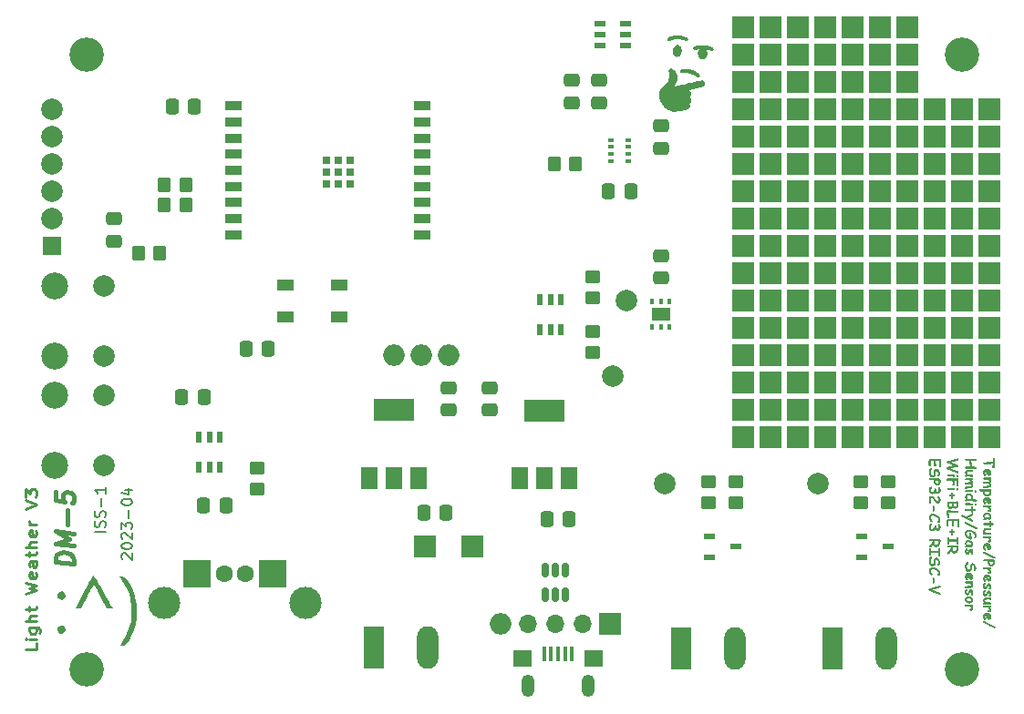
<source format=gts>
%TF.GenerationSoftware,KiCad,Pcbnew,7.0.1*%
%TF.CreationDate,2023-04-16T19:54:37+01:00*%
%TF.ProjectId,lightweatherV3,6c696768-7477-4656-9174-68657256332e,rev?*%
%TF.SameCoordinates,Original*%
%TF.FileFunction,Soldermask,Top*%
%TF.FilePolarity,Negative*%
%FSLAX46Y46*%
G04 Gerber Fmt 4.6, Leading zero omitted, Abs format (unit mm)*
G04 Created by KiCad (PCBNEW 7.0.1) date 2023-04-16 19:54:37*
%MOMM*%
%LPD*%
G01*
G04 APERTURE LIST*
G04 Aperture macros list*
%AMRoundRect*
0 Rectangle with rounded corners*
0 $1 Rounding radius*
0 $2 $3 $4 $5 $6 $7 $8 $9 X,Y pos of 4 corners*
0 Add a 4 corners polygon primitive as box body*
4,1,4,$2,$3,$4,$5,$6,$7,$8,$9,$2,$3,0*
0 Add four circle primitives for the rounded corners*
1,1,$1+$1,$2,$3*
1,1,$1+$1,$4,$5*
1,1,$1+$1,$6,$7*
1,1,$1+$1,$8,$9*
0 Add four rect primitives between the rounded corners*
20,1,$1+$1,$2,$3,$4,$5,0*
20,1,$1+$1,$4,$5,$6,$7,0*
20,1,$1+$1,$6,$7,$8,$9,0*
20,1,$1+$1,$8,$9,$2,$3,0*%
G04 Aperture macros list end*
%ADD10C,0.250000*%
%ADD11C,0.150000*%
%ADD12C,0.400000*%
%ADD13R,2.000000X2.000000*%
%ADD14O,1.700000X1.700000*%
%ADD15O,2.000000X2.000000*%
%ADD16R,1.980000X3.960000*%
%ADD17O,1.980000X3.960000*%
%ADD18C,2.500000*%
%ADD19C,2.000000*%
%ADD20RoundRect,0.250000X0.337500X0.475000X-0.337500X0.475000X-0.337500X-0.475000X0.337500X-0.475000X0*%
%ADD21R,0.550000X1.000000*%
%ADD22R,1.500000X2.000000*%
%ADD23R,3.800000X2.000000*%
%ADD24RoundRect,0.250000X0.350000X0.450000X-0.350000X0.450000X-0.350000X-0.450000X0.350000X-0.450000X0*%
%ADD25C,3.200000*%
%ADD26RoundRect,0.250000X0.475000X-0.337500X0.475000X0.337500X-0.475000X0.337500X-0.475000X-0.337500X0*%
%ADD27RoundRect,0.250000X-0.450000X0.350000X-0.450000X-0.350000X0.450000X-0.350000X0.450000X0.350000X0*%
%ADD28RoundRect,0.150000X-0.150000X0.512500X-0.150000X-0.512500X0.150000X-0.512500X0.150000X0.512500X0*%
%ADD29RoundRect,0.250000X-0.475000X0.337500X-0.475000X-0.337500X0.475000X-0.337500X0.475000X0.337500X0*%
%ADD30R,0.700000X0.700000*%
%ADD31R,1.500000X0.900000*%
%ADD32RoundRect,0.250000X-0.337500X-0.475000X0.337500X-0.475000X0.337500X0.475000X-0.337500X0.475000X0*%
%ADD33R,1.070000X0.600000*%
%ADD34RoundRect,0.250000X-0.350000X-0.450000X0.350000X-0.450000X0.350000X0.450000X-0.350000X0.450000X0*%
%ADD35R,0.400000X0.600000*%
%ADD36R,1.700000X1.250000*%
%ADD37R,1.800000X1.600000*%
%ADD38O,1.200000X2.100000*%
%ADD39R,0.400000X1.350000*%
%ADD40R,1.500000X1.000000*%
%ADD41R,2.500000X2.500000*%
%ADD42C,1.600000*%
%ADD43C,3.000000*%
%ADD44R,0.500000X0.350000*%
%ADD45R,1.000000X0.600000*%
%ADD46R,1.700000X1.700000*%
G04 APERTURE END LIST*
D10*
G36*
X173678471Y-100585265D02*
G01*
X173678544Y-100574710D01*
X173678763Y-100563103D01*
X173679128Y-100550444D01*
X173679639Y-100536733D01*
X173680296Y-100521970D01*
X173680815Y-100511544D01*
X173681399Y-100500651D01*
X173682048Y-100489289D01*
X173682761Y-100477461D01*
X173683540Y-100465165D01*
X173684383Y-100452401D01*
X173685291Y-100439170D01*
X173686265Y-100425471D01*
X173686775Y-100418447D01*
X173687749Y-100404971D01*
X173688653Y-100391901D01*
X173689489Y-100379234D01*
X173690256Y-100366973D01*
X173690954Y-100355115D01*
X173691584Y-100343663D01*
X173692145Y-100332615D01*
X173692637Y-100321971D01*
X173693061Y-100311732D01*
X173693416Y-100301897D01*
X173693819Y-100287904D01*
X173694068Y-100274821D01*
X173694163Y-100262648D01*
X173694103Y-100251385D01*
X173683441Y-100251772D01*
X173671789Y-100252262D01*
X173659146Y-100252856D01*
X173645514Y-100253552D01*
X173630891Y-100254352D01*
X173615277Y-100255254D01*
X173598673Y-100256260D01*
X173581079Y-100257369D01*
X173562495Y-100258580D01*
X173542920Y-100259895D01*
X173532762Y-100260591D01*
X173522355Y-100261313D01*
X173511701Y-100262060D01*
X173500800Y-100262834D01*
X173489651Y-100263633D01*
X173478254Y-100264457D01*
X173466610Y-100265308D01*
X173454718Y-100266184D01*
X173442579Y-100267086D01*
X173430192Y-100268014D01*
X173417557Y-100268968D01*
X173404675Y-100269947D01*
X173393255Y-100270834D01*
X173381986Y-100271692D01*
X173370867Y-100272522D01*
X173359898Y-100273325D01*
X173349080Y-100274099D01*
X173338412Y-100274844D01*
X173327894Y-100275562D01*
X173317526Y-100276252D01*
X173307309Y-100276913D01*
X173297242Y-100277546D01*
X173287325Y-100278151D01*
X173277558Y-100278728D01*
X173258476Y-100279798D01*
X173239994Y-100280755D01*
X173222114Y-100281599D01*
X173204835Y-100282331D01*
X173188157Y-100282950D01*
X173172079Y-100283457D01*
X173156603Y-100283851D01*
X173141728Y-100284132D01*
X173127455Y-100284301D01*
X173113782Y-100284357D01*
X173103881Y-100284529D01*
X173092315Y-100285044D01*
X173081404Y-100285736D01*
X173069336Y-100286666D01*
X173058849Y-100287582D01*
X173047622Y-100288651D01*
X173041730Y-100289242D01*
X173030190Y-100290387D01*
X173019382Y-100291379D01*
X173009307Y-100292219D01*
X172997744Y-100293054D01*
X172987325Y-100293650D01*
X172976334Y-100294051D01*
X172969923Y-100294127D01*
X172959988Y-100293934D01*
X172947035Y-100293075D01*
X172934419Y-100291530D01*
X172922138Y-100289297D01*
X172910193Y-100286378D01*
X172898584Y-100282771D01*
X172887310Y-100278478D01*
X172876373Y-100273498D01*
X172873691Y-100272145D01*
X172863870Y-100266666D01*
X172855015Y-100260762D01*
X172847126Y-100254433D01*
X172838110Y-100245333D01*
X172830811Y-100235478D01*
X172825230Y-100224866D01*
X172821366Y-100213500D01*
X172819219Y-100201377D01*
X172818736Y-100191789D01*
X172819345Y-100180174D01*
X172821169Y-100168987D01*
X172824210Y-100158230D01*
X172828468Y-100147902D01*
X172833942Y-100138004D01*
X172840632Y-100128534D01*
X172843649Y-100124867D01*
X172850889Y-100117311D01*
X172858563Y-100110762D01*
X172866673Y-100105221D01*
X172877422Y-100099711D01*
X172888850Y-100095775D01*
X172898483Y-100093760D01*
X172908550Y-100092753D01*
X172913747Y-100092627D01*
X172923576Y-100093191D01*
X172933441Y-100094393D01*
X172944033Y-100096046D01*
X172953681Y-100097649D01*
X172964023Y-100099009D01*
X172973915Y-100099696D01*
X172975296Y-100099710D01*
X172986417Y-100099597D01*
X172996490Y-100099343D01*
X173007609Y-100098944D01*
X173019773Y-100098400D01*
X173029583Y-100097897D01*
X173039981Y-100097313D01*
X173050967Y-100096646D01*
X173062541Y-100095899D01*
X173074703Y-100095069D01*
X173086913Y-100094284D01*
X173098539Y-100093575D01*
X173109582Y-100092944D01*
X173120040Y-100092390D01*
X173129915Y-100091914D01*
X173142173Y-100091398D01*
X173153393Y-100091021D01*
X173163575Y-100090780D01*
X173174842Y-100090673D01*
X173187105Y-100090617D01*
X173199896Y-100090448D01*
X173213216Y-100090166D01*
X173227065Y-100089772D01*
X173241442Y-100089266D01*
X173256347Y-100088646D01*
X173271781Y-100087915D01*
X173287744Y-100087070D01*
X173304235Y-100086113D01*
X173321255Y-100085044D01*
X173338803Y-100083862D01*
X173356880Y-100082567D01*
X173375485Y-100081160D01*
X173394619Y-100079640D01*
X173404384Y-100078838D01*
X173414282Y-100078008D01*
X173424311Y-100077149D01*
X173434473Y-100076263D01*
X173446113Y-100075238D01*
X173457526Y-100074241D01*
X173468711Y-100073271D01*
X173479669Y-100072328D01*
X173490399Y-100071412D01*
X173500902Y-100070524D01*
X173511177Y-100069663D01*
X173521225Y-100068828D01*
X173531045Y-100068022D01*
X173550002Y-100066489D01*
X173568049Y-100065066D01*
X173585186Y-100063751D01*
X173601413Y-100062545D01*
X173616730Y-100061448D01*
X173631137Y-100060460D01*
X173644633Y-100059580D01*
X173657219Y-100058809D01*
X173668895Y-100058147D01*
X173679661Y-100057594D01*
X173689516Y-100057149D01*
X173694103Y-100056967D01*
X173694103Y-100021308D01*
X173694164Y-100002412D01*
X173694347Y-99984007D01*
X173694652Y-99966096D01*
X173695080Y-99948676D01*
X173695629Y-99931749D01*
X173696301Y-99915314D01*
X173697095Y-99899372D01*
X173698011Y-99883921D01*
X173699049Y-99868963D01*
X173700209Y-99854498D01*
X173701491Y-99840524D01*
X173702896Y-99827043D01*
X173704422Y-99814055D01*
X173706071Y-99801558D01*
X173707841Y-99789554D01*
X173709734Y-99778042D01*
X173713781Y-99764424D01*
X173718776Y-99752145D01*
X173724720Y-99741205D01*
X173731613Y-99731605D01*
X173739455Y-99723345D01*
X173748246Y-99716424D01*
X173757985Y-99710843D01*
X173768673Y-99706601D01*
X173780310Y-99703699D01*
X173792896Y-99702136D01*
X173801814Y-99701838D01*
X173812855Y-99702441D01*
X173823538Y-99704247D01*
X173833864Y-99707259D01*
X173843831Y-99711474D01*
X173853441Y-99716895D01*
X173862693Y-99723520D01*
X173866294Y-99726507D01*
X173874312Y-99733994D01*
X173881147Y-99742047D01*
X173886799Y-99750664D01*
X173891268Y-99759846D01*
X173894554Y-99769593D01*
X173896656Y-99779904D01*
X173897576Y-99790781D01*
X173897313Y-99802222D01*
X173896554Y-99813353D01*
X173895715Y-99823169D01*
X173894608Y-99834900D01*
X173893603Y-99844956D01*
X173892447Y-99856089D01*
X173891141Y-99868300D01*
X173889685Y-99881589D01*
X173888079Y-99895955D01*
X173886924Y-99906131D01*
X173886322Y-99911399D01*
X173885012Y-99923902D01*
X173883832Y-99935951D01*
X173882780Y-99947544D01*
X173881857Y-99958683D01*
X173881063Y-99969366D01*
X173880397Y-99979594D01*
X173879860Y-99989367D01*
X173879345Y-100001690D01*
X173879059Y-100013204D01*
X173878995Y-100021308D01*
X173879014Y-100032455D01*
X173879071Y-100044893D01*
X173879139Y-100055067D01*
X173879228Y-100065967D01*
X173879339Y-100077593D01*
X173879472Y-100089944D01*
X173879625Y-100103021D01*
X173879801Y-100116823D01*
X173879998Y-100131351D01*
X173880141Y-100141439D01*
X173880216Y-100146605D01*
X173880393Y-100156884D01*
X173880559Y-100166839D01*
X173880787Y-100181163D01*
X173880989Y-100194757D01*
X173881165Y-100207621D01*
X173881315Y-100219755D01*
X173881439Y-100231160D01*
X173881538Y-100241834D01*
X173881611Y-100251779D01*
X173881668Y-100263904D01*
X173881681Y-100272145D01*
X173881681Y-100282361D01*
X173881681Y-100293500D01*
X173881681Y-100305562D01*
X173881681Y-100318548D01*
X173881681Y-100332456D01*
X173881681Y-100342241D01*
X173881681Y-100352436D01*
X173881681Y-100363042D01*
X173881681Y-100374057D01*
X173881681Y-100385483D01*
X173881681Y-100397320D01*
X173881681Y-100409566D01*
X173881681Y-100422223D01*
X173881681Y-100428705D01*
X173881681Y-100441567D01*
X173881681Y-100454018D01*
X173881681Y-100466060D01*
X173881681Y-100477691D01*
X173881681Y-100488912D01*
X173881681Y-100499722D01*
X173881681Y-100510123D01*
X173881681Y-100520113D01*
X173881681Y-100534329D01*
X173881681Y-100547622D01*
X173881681Y-100559992D01*
X173881681Y-100571438D01*
X173881681Y-100581962D01*
X173881681Y-100585265D01*
X173881223Y-100595374D01*
X173879849Y-100605064D01*
X173876844Y-100616585D01*
X173872408Y-100627451D01*
X173866540Y-100637661D01*
X173859241Y-100647215D01*
X173852372Y-100654385D01*
X173844892Y-100660911D01*
X173834941Y-100667845D01*
X173824322Y-100673419D01*
X173813036Y-100677634D01*
X173803525Y-100680027D01*
X173793588Y-100681549D01*
X173783223Y-100682202D01*
X173780565Y-100682229D01*
X173770081Y-100681794D01*
X173760003Y-100680489D01*
X173750328Y-100678314D01*
X173738804Y-100674371D01*
X173727912Y-100669069D01*
X173719654Y-100663848D01*
X173711800Y-100657757D01*
X173708025Y-100654385D01*
X173701098Y-100647215D01*
X173693739Y-100637661D01*
X173687822Y-100627451D01*
X173683349Y-100616585D01*
X173680318Y-100605064D01*
X173678933Y-100595374D01*
X173678471Y-100585265D01*
G37*
G36*
X173152198Y-100701369D02*
G01*
X173162910Y-100701637D01*
X173173518Y-100702083D01*
X173184021Y-100702707D01*
X173194419Y-100703510D01*
X173204714Y-100704491D01*
X173214903Y-100705651D01*
X173224989Y-100706989D01*
X173234969Y-100708506D01*
X173244846Y-100710201D01*
X173254618Y-100712074D01*
X173264285Y-100714126D01*
X173273848Y-100716356D01*
X173292660Y-100721351D01*
X173311055Y-100727061D01*
X173329032Y-100733483D01*
X173346590Y-100740620D01*
X173363731Y-100748470D01*
X173380454Y-100757034D01*
X173396759Y-100766311D01*
X173412647Y-100776302D01*
X173428116Y-100787007D01*
X173435694Y-100792627D01*
X173443898Y-100799046D01*
X173451842Y-100805604D01*
X173459526Y-100812300D01*
X173466949Y-100819135D01*
X173474112Y-100826108D01*
X173481014Y-100833219D01*
X173487656Y-100840468D01*
X173500158Y-100855382D01*
X173511619Y-100870850D01*
X173522037Y-100886871D01*
X173531414Y-100903445D01*
X173539748Y-100920572D01*
X173547041Y-100938253D01*
X173553292Y-100956488D01*
X173558502Y-100975275D01*
X173560716Y-100984877D01*
X173562669Y-100994616D01*
X173564362Y-101004494D01*
X173565795Y-101014511D01*
X173566967Y-101024665D01*
X173567878Y-101034958D01*
X173568530Y-101045390D01*
X173568920Y-101055959D01*
X173569050Y-101066667D01*
X173568883Y-101081468D01*
X173568383Y-101095950D01*
X173567548Y-101110113D01*
X173566379Y-101123958D01*
X173564876Y-101137483D01*
X173563040Y-101150691D01*
X173560869Y-101163579D01*
X173558365Y-101176149D01*
X173555526Y-101188400D01*
X173552354Y-101200333D01*
X173548848Y-101211947D01*
X173545008Y-101223242D01*
X173540834Y-101234219D01*
X173536326Y-101244877D01*
X173531484Y-101255216D01*
X173526308Y-101265237D01*
X173519011Y-101277807D01*
X173511226Y-101289566D01*
X173502952Y-101300514D01*
X173494190Y-101310651D01*
X173484939Y-101319977D01*
X173475200Y-101328492D01*
X173464972Y-101336196D01*
X173454256Y-101343089D01*
X173443052Y-101349171D01*
X173431359Y-101354443D01*
X173419177Y-101358903D01*
X173406507Y-101362552D01*
X173393348Y-101365391D01*
X173379701Y-101367418D01*
X173365566Y-101368634D01*
X173350942Y-101369040D01*
X173336987Y-101368297D01*
X173323333Y-101366069D01*
X173309979Y-101362355D01*
X173296926Y-101357156D01*
X173284173Y-101350471D01*
X173275838Y-101345190D01*
X173267637Y-101339248D01*
X173259569Y-101332645D01*
X173251635Y-101325383D01*
X173243835Y-101317460D01*
X173236168Y-101308878D01*
X173228635Y-101299634D01*
X173221235Y-101289731D01*
X173217585Y-101284532D01*
X173210487Y-101273675D01*
X173204662Y-101263944D01*
X173198408Y-101252852D01*
X173191725Y-101240399D01*
X173187031Y-101231341D01*
X173182146Y-101221678D01*
X173177070Y-101211411D01*
X173171804Y-101200538D01*
X173166346Y-101189060D01*
X173160698Y-101176978D01*
X173154859Y-101164291D01*
X173148830Y-101150999D01*
X173142609Y-101137102D01*
X173139427Y-101129926D01*
X173037578Y-100898384D01*
X173032884Y-100909022D01*
X173028572Y-100920328D01*
X173025396Y-100929853D01*
X173022465Y-100939806D01*
X173019779Y-100950186D01*
X173017336Y-100960994D01*
X173015138Y-100972229D01*
X173014131Y-100978007D01*
X173012299Y-100989941D01*
X173010711Y-101002294D01*
X173009368Y-101015067D01*
X173008521Y-101024923D01*
X173007811Y-101035014D01*
X173007238Y-101045342D01*
X173006803Y-101055905D01*
X173006506Y-101066705D01*
X173006345Y-101077741D01*
X173006315Y-101085230D01*
X173006476Y-101096629D01*
X173006960Y-101107807D01*
X173007766Y-101118764D01*
X173008895Y-101129499D01*
X173010346Y-101140013D01*
X173012120Y-101150305D01*
X173014216Y-101160376D01*
X173016634Y-101170226D01*
X173019375Y-101179855D01*
X173022439Y-101189262D01*
X173025825Y-101198448D01*
X173031508Y-101211812D01*
X173037918Y-101224677D01*
X173045052Y-101237045D01*
X173047592Y-101241057D01*
X173054183Y-101251573D01*
X173060126Y-101261690D01*
X173065420Y-101271408D01*
X173070066Y-101280727D01*
X173074064Y-101289646D01*
X173078386Y-101300918D01*
X173081555Y-101311480D01*
X173083572Y-101321331D01*
X173084473Y-101332648D01*
X173083792Y-101345393D01*
X173081751Y-101356885D01*
X173078348Y-101367123D01*
X173073585Y-101376108D01*
X173067460Y-101383839D01*
X173059975Y-101390316D01*
X173051128Y-101395539D01*
X173040921Y-101399509D01*
X173029353Y-101402226D01*
X173016423Y-101403688D01*
X173007048Y-101403967D01*
X172996273Y-101403518D01*
X172985749Y-101402173D01*
X172975474Y-101399931D01*
X172965450Y-101396792D01*
X172955676Y-101392756D01*
X172946151Y-101387824D01*
X172936876Y-101381994D01*
X172927852Y-101375268D01*
X172919077Y-101367645D01*
X172910553Y-101359125D01*
X172902278Y-101349709D01*
X172894253Y-101339395D01*
X172886479Y-101328185D01*
X172878954Y-101316077D01*
X172871679Y-101303073D01*
X172864654Y-101289173D01*
X172859094Y-101277127D01*
X172853892Y-101264989D01*
X172849049Y-101252757D01*
X172844565Y-101240431D01*
X172840440Y-101228012D01*
X172836673Y-101215499D01*
X172833265Y-101202893D01*
X172830216Y-101190193D01*
X172827525Y-101177400D01*
X172825194Y-101164513D01*
X172823221Y-101151533D01*
X172821606Y-101138459D01*
X172820351Y-101125292D01*
X172819454Y-101112032D01*
X172818916Y-101098677D01*
X172818736Y-101085230D01*
X172818813Y-101075030D01*
X172819043Y-101064946D01*
X172819425Y-101054979D01*
X172819961Y-101045128D01*
X172821493Y-101025776D01*
X172823637Y-101006889D01*
X172826393Y-100988468D01*
X172829762Y-100970512D01*
X172833743Y-100953022D01*
X172838337Y-100935997D01*
X172843543Y-100919439D01*
X172849362Y-100903345D01*
X172855794Y-100887717D01*
X172857193Y-100884706D01*
X173209525Y-100884706D01*
X173213766Y-100894412D01*
X173218001Y-100904112D01*
X173222230Y-100913807D01*
X173226454Y-100923495D01*
X173230672Y-100933178D01*
X173234884Y-100942855D01*
X173239091Y-100952527D01*
X173243292Y-100962192D01*
X173247487Y-100971852D01*
X173251676Y-100981507D01*
X173255860Y-100991155D01*
X173260037Y-101000798D01*
X173264210Y-101010435D01*
X173268376Y-101020067D01*
X173272537Y-101029692D01*
X173276692Y-101039312D01*
X173281950Y-101050766D01*
X173287160Y-101061924D01*
X173292322Y-101072786D01*
X173297437Y-101083352D01*
X173302504Y-101093623D01*
X173307524Y-101103598D01*
X173312495Y-101113277D01*
X173317419Y-101122660D01*
X173322296Y-101131748D01*
X173327124Y-101140539D01*
X173334277Y-101153172D01*
X173341324Y-101165140D01*
X173348262Y-101176442D01*
X173355094Y-101187079D01*
X173359808Y-101178179D01*
X173364058Y-101168789D01*
X173367845Y-101158911D01*
X173371168Y-101148542D01*
X173374027Y-101137684D01*
X173376423Y-101126337D01*
X173378355Y-101114500D01*
X173379823Y-101102174D01*
X173380828Y-101089359D01*
X173381369Y-101076054D01*
X173381472Y-101066912D01*
X173381094Y-101055076D01*
X173379961Y-101043567D01*
X173378072Y-101032385D01*
X173375427Y-101021528D01*
X173372027Y-101010998D01*
X173367871Y-101000794D01*
X173362959Y-100990917D01*
X173357292Y-100981366D01*
X173350869Y-100972141D01*
X173343691Y-100963242D01*
X173338485Y-100957491D01*
X173330047Y-100949173D01*
X173320854Y-100941165D01*
X173310905Y-100933465D01*
X173300200Y-100926075D01*
X173288740Y-100918994D01*
X173276524Y-100912222D01*
X173263552Y-100905759D01*
X173254485Y-100901622D01*
X173245081Y-100897623D01*
X173235342Y-100893761D01*
X173225267Y-100890036D01*
X173214856Y-100886449D01*
X173209525Y-100884706D01*
X172857193Y-100884706D01*
X172862838Y-100872555D01*
X172870494Y-100857859D01*
X172878763Y-100843628D01*
X172887644Y-100829862D01*
X172897138Y-100816563D01*
X172908253Y-100802603D01*
X172919922Y-100789543D01*
X172932143Y-100777385D01*
X172944918Y-100766127D01*
X172958247Y-100755769D01*
X172972129Y-100746312D01*
X172986564Y-100737756D01*
X173001552Y-100730101D01*
X173017094Y-100723346D01*
X173033189Y-100717492D01*
X173049838Y-100712538D01*
X173067040Y-100708485D01*
X173084795Y-100705333D01*
X173103104Y-100703081D01*
X173121966Y-100701730D01*
X173141381Y-100701280D01*
X173152198Y-100701369D01*
G37*
G36*
X173448883Y-101699501D02*
G01*
X173456276Y-101705977D01*
X173470358Y-101718865D01*
X173483502Y-101731665D01*
X173495706Y-101744377D01*
X173506972Y-101757001D01*
X173517299Y-101769538D01*
X173526687Y-101781986D01*
X173535136Y-101794347D01*
X173542646Y-101806621D01*
X173549218Y-101818806D01*
X173554851Y-101830904D01*
X173559545Y-101842914D01*
X173563300Y-101854836D01*
X173566117Y-101866670D01*
X173567994Y-101878417D01*
X173568933Y-101890075D01*
X173569050Y-101895872D01*
X173568760Y-101908901D01*
X173567890Y-101921487D01*
X173566440Y-101933630D01*
X173564410Y-101945331D01*
X173561799Y-101956589D01*
X173558609Y-101967404D01*
X173554839Y-101977777D01*
X173550488Y-101987707D01*
X173545557Y-101997194D01*
X173540047Y-102006239D01*
X173533956Y-102014841D01*
X173527285Y-102023000D01*
X173520034Y-102030717D01*
X173512203Y-102037991D01*
X173503792Y-102044822D01*
X173494801Y-102051210D01*
X173501598Y-102059164D01*
X173508070Y-102067273D01*
X173514215Y-102075536D01*
X173520034Y-102083954D01*
X173525527Y-102092526D01*
X173530693Y-102101253D01*
X173535533Y-102110135D01*
X173540047Y-102119171D01*
X173544234Y-102128361D01*
X173548095Y-102137707D01*
X173550488Y-102144023D01*
X173553805Y-102153621D01*
X173556796Y-102163365D01*
X173559461Y-102173256D01*
X173561799Y-102183292D01*
X173563812Y-102193475D01*
X173565497Y-102203803D01*
X173566857Y-102214277D01*
X173567890Y-102224897D01*
X173568597Y-102235664D01*
X173568978Y-102246576D01*
X173569050Y-102253932D01*
X173568527Y-102270416D01*
X173566955Y-102286225D01*
X173564336Y-102301359D01*
X173560670Y-102315817D01*
X173555956Y-102329599D01*
X173550194Y-102342706D01*
X173543385Y-102355138D01*
X173535528Y-102366894D01*
X173526624Y-102377975D01*
X173516672Y-102388380D01*
X173505672Y-102398110D01*
X173493625Y-102407164D01*
X173480531Y-102415542D01*
X173466388Y-102423246D01*
X173451198Y-102430273D01*
X173434961Y-102436625D01*
X173423199Y-102439859D01*
X173413056Y-102442045D01*
X173400598Y-102444415D01*
X173385827Y-102446970D01*
X173374694Y-102448777D01*
X173362533Y-102450665D01*
X173349343Y-102452635D01*
X173335124Y-102454687D01*
X173319877Y-102456821D01*
X173303601Y-102459038D01*
X173286297Y-102461336D01*
X173267965Y-102463716D01*
X173248604Y-102466179D01*
X173234131Y-102468634D01*
X173218497Y-102471174D01*
X173201701Y-102473801D01*
X173183742Y-102476513D01*
X173164621Y-102479312D01*
X173154625Y-102480743D01*
X173144339Y-102482196D01*
X173133762Y-102483670D01*
X173122894Y-102485166D01*
X173111736Y-102486683D01*
X173100287Y-102488222D01*
X173088548Y-102489782D01*
X173076519Y-102491364D01*
X173064198Y-102492967D01*
X173051588Y-102494591D01*
X173038686Y-102496237D01*
X173025495Y-102497905D01*
X173012012Y-102499594D01*
X172998240Y-102501304D01*
X172984176Y-102503036D01*
X172969823Y-102504789D01*
X172955178Y-102506564D01*
X172940243Y-102508360D01*
X172925018Y-102510178D01*
X172909502Y-102512017D01*
X172893696Y-102513878D01*
X172877599Y-102515760D01*
X172865650Y-102515813D01*
X172854382Y-102514291D01*
X172843793Y-102511195D01*
X172833883Y-102506525D01*
X172824654Y-102500280D01*
X172816104Y-102492462D01*
X172812875Y-102488893D01*
X172805557Y-102479408D01*
X172799479Y-102469421D01*
X172794642Y-102458933D01*
X172791045Y-102447945D01*
X172788689Y-102436455D01*
X172787573Y-102424465D01*
X172787473Y-102419528D01*
X172788152Y-102405266D01*
X172790187Y-102392154D01*
X172793578Y-102380193D01*
X172798327Y-102369382D01*
X172804432Y-102359722D01*
X172811894Y-102351213D01*
X172820712Y-102343854D01*
X172830887Y-102337646D01*
X172842419Y-102332589D01*
X172855308Y-102328682D01*
X172864654Y-102326716D01*
X172878258Y-102324376D01*
X172892876Y-102322028D01*
X172903183Y-102320457D01*
X172913942Y-102318883D01*
X172925150Y-102317305D01*
X172936809Y-102315723D01*
X172948918Y-102314138D01*
X172961477Y-102312548D01*
X172974487Y-102310955D01*
X172987947Y-102309358D01*
X173001857Y-102307757D01*
X173016218Y-102306152D01*
X173031029Y-102304544D01*
X173046291Y-102302931D01*
X173062002Y-102301315D01*
X173079148Y-102299623D01*
X173095658Y-102297968D01*
X173111533Y-102296349D01*
X173126772Y-102294766D01*
X173141376Y-102293220D01*
X173155345Y-102291709D01*
X173168678Y-102290235D01*
X173181376Y-102288797D01*
X173193438Y-102287396D01*
X173204865Y-102286031D01*
X173215657Y-102284702D01*
X173225813Y-102283409D01*
X173239856Y-102281538D01*
X173252469Y-102279748D01*
X173260083Y-102278600D01*
X173274783Y-102276240D01*
X173288534Y-102273799D01*
X173301336Y-102271279D01*
X173313191Y-102268678D01*
X173324097Y-102265997D01*
X173334054Y-102263236D01*
X173347213Y-102258944D01*
X173358237Y-102254472D01*
X173367128Y-102249819D01*
X173375663Y-102243335D01*
X173380998Y-102234780D01*
X173381472Y-102231217D01*
X173379503Y-102220745D01*
X173375441Y-102209565D01*
X173371503Y-102200528D01*
X173366580Y-102190224D01*
X173360672Y-102178653D01*
X173355595Y-102169144D01*
X173349965Y-102158921D01*
X173344136Y-102148652D01*
X173338467Y-102138912D01*
X173332957Y-102129699D01*
X173327605Y-102121014D01*
X173320717Y-102110256D01*
X173314111Y-102100437D01*
X173307787Y-102091556D01*
X173301746Y-102083614D01*
X173295987Y-102076612D01*
X173285980Y-102076684D01*
X173275436Y-102076902D01*
X173264357Y-102077264D01*
X173252741Y-102077772D01*
X173240589Y-102078424D01*
X173227900Y-102079222D01*
X173214676Y-102080164D01*
X173200915Y-102081252D01*
X173186619Y-102082485D01*
X173171786Y-102083862D01*
X173156416Y-102085385D01*
X173140511Y-102087053D01*
X173124070Y-102088866D01*
X173107092Y-102090823D01*
X173089578Y-102092926D01*
X173071528Y-102095174D01*
X173053107Y-102097510D01*
X173035273Y-102099696D01*
X173018027Y-102101731D01*
X173001369Y-102103616D01*
X172985299Y-102105349D01*
X172969816Y-102106932D01*
X172954921Y-102108364D01*
X172940614Y-102109645D01*
X172926894Y-102110776D01*
X172913762Y-102111756D01*
X172901218Y-102112585D01*
X172889262Y-102113263D01*
X172877893Y-102113791D01*
X172867112Y-102114168D01*
X172856918Y-102114394D01*
X172847313Y-102114469D01*
X172835423Y-102113813D01*
X172824177Y-102111845D01*
X172813574Y-102108566D01*
X172803616Y-102103974D01*
X172794302Y-102098071D01*
X172785632Y-102090856D01*
X172782344Y-102087602D01*
X172774815Y-102078925D01*
X172768563Y-102069532D01*
X172763586Y-102059424D01*
X172759885Y-102048600D01*
X172757461Y-102037060D01*
X172756440Y-102027314D01*
X172756210Y-102019703D01*
X172756622Y-102009609D01*
X172758297Y-101997624D01*
X172761259Y-101986344D01*
X172765510Y-101975767D01*
X172771048Y-101965893D01*
X172777874Y-101956723D01*
X172782588Y-101951559D01*
X172791077Y-101943890D01*
X172800210Y-101937520D01*
X172809987Y-101932450D01*
X172820408Y-101928680D01*
X172831473Y-101926211D01*
X172843182Y-101925041D01*
X172848046Y-101924937D01*
X172858166Y-101924871D01*
X172868867Y-101924673D01*
X172880148Y-101924344D01*
X172892009Y-101923883D01*
X172904450Y-101923291D01*
X172917472Y-101922567D01*
X172931073Y-101921711D01*
X172945254Y-101920724D01*
X172960016Y-101919604D01*
X172975357Y-101918354D01*
X172991279Y-101916971D01*
X173007780Y-101915457D01*
X173024862Y-101913811D01*
X173042524Y-101912034D01*
X173060766Y-101910125D01*
X173079588Y-101908084D01*
X173098410Y-101906043D01*
X173116652Y-101904134D01*
X173134313Y-101902357D01*
X173151395Y-101900711D01*
X173167897Y-101899197D01*
X173183818Y-101897814D01*
X173199160Y-101896563D01*
X173213921Y-101895444D01*
X173228103Y-101894457D01*
X173241704Y-101893601D01*
X173254725Y-101892877D01*
X173267166Y-101892284D01*
X173279027Y-101891824D01*
X173290308Y-101891495D01*
X173301009Y-101891297D01*
X173311130Y-101891231D01*
X173321900Y-101891113D01*
X173332104Y-101890758D01*
X173344066Y-101889982D01*
X173355145Y-101888836D01*
X173365342Y-101887320D01*
X173376413Y-101885013D01*
X173381472Y-101883660D01*
X173375494Y-101873704D01*
X173369038Y-101863742D01*
X173362106Y-101853775D01*
X173354697Y-101843802D01*
X173346810Y-101833824D01*
X173338447Y-101823839D01*
X173329607Y-101813849D01*
X173320289Y-101803853D01*
X173310495Y-101793852D01*
X173300223Y-101783844D01*
X173289474Y-101773831D01*
X173278249Y-101763813D01*
X173266546Y-101753788D01*
X173254366Y-101743758D01*
X173241710Y-101733722D01*
X173228576Y-101723681D01*
X173220772Y-101717498D01*
X173214166Y-101711957D01*
X173197089Y-101711632D01*
X173180479Y-101711327D01*
X173164337Y-101711044D01*
X173148663Y-101710782D01*
X173133456Y-101710540D01*
X173118716Y-101710320D01*
X173104444Y-101710120D01*
X173090640Y-101709942D01*
X173077303Y-101709785D01*
X173064433Y-101709648D01*
X173052031Y-101709533D01*
X173040097Y-101709438D01*
X173028630Y-101709365D01*
X173017630Y-101709312D01*
X173007098Y-101709281D01*
X172997034Y-101709270D01*
X172986547Y-101709179D01*
X172975993Y-101708948D01*
X172965923Y-101708639D01*
X172954910Y-101708227D01*
X172945010Y-101707805D01*
X172933421Y-101707390D01*
X172923017Y-101707061D01*
X172912376Y-101706785D01*
X172902190Y-101706613D01*
X172896894Y-101706584D01*
X172885680Y-101705844D01*
X172875241Y-101703626D01*
X172865578Y-101699929D01*
X172856689Y-101694753D01*
X172848576Y-101688098D01*
X172841238Y-101679965D01*
X172838520Y-101676297D01*
X172832821Y-101667357D01*
X172828087Y-101657784D01*
X172824320Y-101647579D01*
X172821518Y-101636742D01*
X172819683Y-101625272D01*
X172818814Y-101613171D01*
X172818736Y-101608154D01*
X172819179Y-101597541D01*
X172820505Y-101587594D01*
X172823650Y-101575367D01*
X172828367Y-101564323D01*
X172834656Y-101554461D01*
X172842518Y-101545783D01*
X172851952Y-101538288D01*
X172862958Y-101531976D01*
X172869050Y-101529263D01*
X172880644Y-101525112D01*
X172891335Y-101522297D01*
X172903286Y-101519933D01*
X172913075Y-101518456D01*
X172923573Y-101517231D01*
X172934779Y-101516260D01*
X172946694Y-101515543D01*
X172959317Y-101515078D01*
X172972649Y-101514867D01*
X172977250Y-101514853D01*
X173230286Y-101514853D01*
X173241670Y-101514781D01*
X173251894Y-101514621D01*
X173263110Y-101514369D01*
X173275318Y-101514026D01*
X173285126Y-101513708D01*
X173295491Y-101513339D01*
X173306415Y-101512918D01*
X173317897Y-101512446D01*
X173329937Y-101511922D01*
X173341977Y-101511442D01*
X173353458Y-101511009D01*
X173364382Y-101510623D01*
X173374748Y-101510285D01*
X173384555Y-101509994D01*
X173396763Y-101509679D01*
X173407979Y-101509448D01*
X173418203Y-101509301D01*
X173429588Y-101509235D01*
X173440842Y-101509429D01*
X173451890Y-101510008D01*
X173462732Y-101510974D01*
X173473368Y-101512327D01*
X173483798Y-101514065D01*
X173494022Y-101516191D01*
X173504040Y-101518702D01*
X173513852Y-101521600D01*
X173523457Y-101524885D01*
X173532857Y-101528555D01*
X173539009Y-101531217D01*
X173549964Y-101536446D01*
X173559843Y-101542056D01*
X173568643Y-101548049D01*
X173576366Y-101554424D01*
X173584987Y-101563518D01*
X173591693Y-101573292D01*
X173596482Y-101583745D01*
X173599356Y-101594877D01*
X173600314Y-101606688D01*
X173599622Y-101618545D01*
X173597547Y-101629996D01*
X173594088Y-101641042D01*
X173589246Y-101651682D01*
X173583021Y-101661917D01*
X173577045Y-101669813D01*
X173571981Y-101675565D01*
X173564784Y-101682663D01*
X173555465Y-101690205D01*
X173545788Y-101696268D01*
X173535754Y-101700852D01*
X173525362Y-101703958D01*
X173514611Y-101705585D01*
X173507990Y-101705851D01*
X173496381Y-101703842D01*
X173486244Y-101702849D01*
X173473361Y-101701659D01*
X173461895Y-101700635D01*
X173448883Y-101699501D01*
G37*
G36*
X173467025Y-102593408D02*
G01*
X173477303Y-102594078D01*
X173487289Y-102595194D01*
X173496984Y-102596757D01*
X173509455Y-102599535D01*
X173521408Y-102603107D01*
X173532841Y-102607473D01*
X173543756Y-102612633D01*
X173554152Y-102618586D01*
X173562401Y-102624308D01*
X173572139Y-102632498D01*
X173580433Y-102641329D01*
X173587285Y-102650801D01*
X173592695Y-102660914D01*
X173596662Y-102671668D01*
X173599187Y-102683064D01*
X173600268Y-102695100D01*
X173600314Y-102698210D01*
X173599831Y-102709965D01*
X173598382Y-102721112D01*
X173595967Y-102731651D01*
X173592586Y-102741582D01*
X173588239Y-102750904D01*
X173582926Y-102759618D01*
X173580530Y-102762934D01*
X173573942Y-102770463D01*
X173564966Y-102777813D01*
X173554822Y-102783326D01*
X173545477Y-102786516D01*
X173535321Y-102788430D01*
X173524354Y-102789068D01*
X173517515Y-102788335D01*
X173522297Y-102796949D01*
X173528306Y-102808448D01*
X173533895Y-102819961D01*
X173539064Y-102831490D01*
X173543814Y-102843035D01*
X173548143Y-102854594D01*
X173552053Y-102866169D01*
X173555543Y-102877759D01*
X173556350Y-102880659D01*
X173559327Y-102892268D01*
X173561906Y-102903893D01*
X173564089Y-102915532D01*
X173565875Y-102927187D01*
X173567264Y-102938857D01*
X173568257Y-102950543D01*
X173568852Y-102962244D01*
X173569050Y-102973960D01*
X173568917Y-102983753D01*
X173567850Y-103002840D01*
X173565717Y-103021262D01*
X173562517Y-103039017D01*
X173558251Y-103056106D01*
X173552917Y-103072530D01*
X173546517Y-103088287D01*
X173539051Y-103103379D01*
X173530518Y-103117804D01*
X173520918Y-103131564D01*
X173510251Y-103144658D01*
X173498518Y-103157085D01*
X173485718Y-103168847D01*
X173471852Y-103179943D01*
X173456918Y-103190373D01*
X173440919Y-103200137D01*
X173432519Y-103204769D01*
X173419427Y-103211335D01*
X173405858Y-103217477D01*
X173391812Y-103223196D01*
X173377289Y-103228491D01*
X173362289Y-103233363D01*
X173346812Y-103237811D01*
X173330858Y-103241835D01*
X173314427Y-103245436D01*
X173297519Y-103248613D01*
X173280134Y-103251366D01*
X173262272Y-103253696D01*
X173243933Y-103255602D01*
X173225116Y-103257085D01*
X173205823Y-103258144D01*
X173195998Y-103258515D01*
X173186053Y-103258779D01*
X173175989Y-103258938D01*
X173165806Y-103258991D01*
X173146838Y-103258655D01*
X173128280Y-103257648D01*
X173110132Y-103255969D01*
X173092395Y-103253618D01*
X173075068Y-103250595D01*
X173058152Y-103246901D01*
X173041645Y-103242535D01*
X173025549Y-103237498D01*
X173009863Y-103231789D01*
X172994587Y-103225408D01*
X172979722Y-103218355D01*
X172965267Y-103210631D01*
X172951222Y-103202235D01*
X172937587Y-103193168D01*
X172924363Y-103183428D01*
X172911549Y-103173018D01*
X172898417Y-103161263D01*
X172886132Y-103149021D01*
X172874695Y-103136290D01*
X172864105Y-103123070D01*
X172854362Y-103109362D01*
X172845466Y-103095165D01*
X172837417Y-103080480D01*
X172830216Y-103065307D01*
X172823862Y-103049644D01*
X172818355Y-103033494D01*
X172813695Y-103016855D01*
X172809883Y-102999727D01*
X172806917Y-102982111D01*
X172804799Y-102964007D01*
X172803528Y-102945414D01*
X172803105Y-102926332D01*
X172990683Y-102926332D01*
X172991132Y-102939321D01*
X172992478Y-102951726D01*
X172994721Y-102963547D01*
X172997862Y-102974784D01*
X173001900Y-102985437D01*
X173006835Y-102995507D01*
X173012667Y-103004992D01*
X173019397Y-103013893D01*
X173027024Y-103022211D01*
X173035549Y-103029945D01*
X173041730Y-103034776D01*
X173050623Y-103040931D01*
X173060083Y-103046480D01*
X173070109Y-103051424D01*
X173080702Y-103055762D01*
X173091862Y-103059495D01*
X173103588Y-103062623D01*
X173115882Y-103065145D01*
X173128742Y-103067062D01*
X173142168Y-103068374D01*
X173156162Y-103069080D01*
X173165806Y-103069214D01*
X173177363Y-103069182D01*
X173188467Y-103069085D01*
X173199116Y-103068922D01*
X173209311Y-103068695D01*
X173223753Y-103068233D01*
X173237172Y-103067625D01*
X173249570Y-103066871D01*
X173260946Y-103065971D01*
X173271300Y-103064924D01*
X173283516Y-103063303D01*
X173293915Y-103061421D01*
X173296231Y-103060910D01*
X173306553Y-103058251D01*
X173316209Y-103055220D01*
X173329445Y-103049976D01*
X173341182Y-103043894D01*
X173351421Y-103036976D01*
X173360162Y-103029220D01*
X173367404Y-103020627D01*
X173373148Y-103011196D01*
X173377393Y-103000929D01*
X173380140Y-102989824D01*
X173381389Y-102977882D01*
X173381472Y-102973715D01*
X173381148Y-102962885D01*
X173380174Y-102952008D01*
X173378552Y-102941086D01*
X173376282Y-102930118D01*
X173373362Y-102919104D01*
X173369794Y-102908045D01*
X173365577Y-102896939D01*
X173360711Y-102885788D01*
X173355262Y-102874660D01*
X173349171Y-102863501D01*
X173342439Y-102852312D01*
X173336969Y-102843899D01*
X173331139Y-102835470D01*
X173324948Y-102827024D01*
X173318396Y-102818560D01*
X173311484Y-102810079D01*
X173304211Y-102801582D01*
X173299162Y-102795907D01*
X173281178Y-102796912D01*
X173263190Y-102797853D01*
X173245198Y-102798729D01*
X173227202Y-102799540D01*
X173209202Y-102800286D01*
X173191199Y-102800967D01*
X173173192Y-102801583D01*
X173155181Y-102802135D01*
X173137166Y-102802621D01*
X173119147Y-102803043D01*
X173101125Y-102803400D01*
X173083099Y-102803692D01*
X173065069Y-102803919D01*
X173047035Y-102804081D01*
X173028997Y-102804179D01*
X173010956Y-102804211D01*
X173007333Y-102815660D01*
X173004066Y-102827109D01*
X173001156Y-102838558D01*
X172998602Y-102850006D01*
X172996405Y-102861455D01*
X172994564Y-102872904D01*
X172993079Y-102884353D01*
X172991950Y-102895802D01*
X172991178Y-102907251D01*
X172990763Y-102918700D01*
X172990683Y-102926332D01*
X172803105Y-102926332D01*
X172803225Y-102915196D01*
X172803586Y-102903953D01*
X172804187Y-102892602D01*
X172805028Y-102881144D01*
X172806110Y-102869578D01*
X172807433Y-102857905D01*
X172808995Y-102846125D01*
X172810799Y-102834238D01*
X172812842Y-102822243D01*
X172815126Y-102810141D01*
X172816782Y-102802013D01*
X172535903Y-102801280D01*
X172526107Y-102800860D01*
X172514473Y-102799155D01*
X172503519Y-102796138D01*
X172493245Y-102791808D01*
X172483650Y-102786168D01*
X172474736Y-102779215D01*
X172469713Y-102774413D01*
X172462185Y-102765736D01*
X172455932Y-102756343D01*
X172450955Y-102746235D01*
X172447254Y-102735411D01*
X172444830Y-102723871D01*
X172443809Y-102714124D01*
X172443579Y-102706514D01*
X172443988Y-102696420D01*
X172445647Y-102684435D01*
X172448582Y-102673155D01*
X172452793Y-102662578D01*
X172458280Y-102652704D01*
X172465043Y-102643534D01*
X172469713Y-102638370D01*
X172478220Y-102630700D01*
X172487407Y-102624331D01*
X172497273Y-102619261D01*
X172507819Y-102615491D01*
X172519045Y-102613022D01*
X172530951Y-102611852D01*
X172535903Y-102611748D01*
X172546967Y-102611770D01*
X172559206Y-102611818D01*
X172569243Y-102611864D01*
X172580782Y-102611921D01*
X172593822Y-102611989D01*
X172608364Y-102612070D01*
X172624408Y-102612161D01*
X172641953Y-102612264D01*
X172661000Y-102612379D01*
X172671087Y-102612440D01*
X172681549Y-102612505D01*
X172692387Y-102612572D01*
X172703600Y-102612642D01*
X172715188Y-102612715D01*
X172727152Y-102612791D01*
X172739491Y-102612870D01*
X172752206Y-102612951D01*
X172765296Y-102613036D01*
X172778761Y-102613123D01*
X172792602Y-102613213D01*
X172802954Y-102613287D01*
X172813186Y-102613355D01*
X172823298Y-102613418D01*
X172833292Y-102613476D01*
X172843166Y-102613529D01*
X172862557Y-102613619D01*
X172881470Y-102613687D01*
X172899907Y-102613735D01*
X172917866Y-102613762D01*
X172935349Y-102613768D01*
X172952354Y-102613752D01*
X172968882Y-102613716D01*
X172984934Y-102613659D01*
X173000508Y-102613581D01*
X173015605Y-102613481D01*
X173030225Y-102613361D01*
X173044369Y-102613220D01*
X173058035Y-102613058D01*
X173064689Y-102612969D01*
X173083120Y-102612703D01*
X173101226Y-102612393D01*
X173119008Y-102612039D01*
X173136466Y-102611641D01*
X173153599Y-102611199D01*
X173170408Y-102610713D01*
X173186892Y-102610184D01*
X173203053Y-102609610D01*
X173218888Y-102608993D01*
X173234400Y-102608332D01*
X173249587Y-102607627D01*
X173264449Y-102606878D01*
X173278987Y-102606085D01*
X173293201Y-102605248D01*
X173307090Y-102604368D01*
X173320655Y-102603443D01*
X173338560Y-102602201D01*
X173355208Y-102601039D01*
X173370601Y-102599957D01*
X173384739Y-102598955D01*
X173397621Y-102598034D01*
X173409247Y-102597192D01*
X173419618Y-102596431D01*
X173432820Y-102595439D01*
X173443197Y-102594628D01*
X173454214Y-102593676D01*
X173456454Y-102593185D01*
X173467025Y-102593408D01*
G37*
G36*
X173152198Y-103319653D02*
G01*
X173162910Y-103319920D01*
X173173518Y-103320366D01*
X173184021Y-103320991D01*
X173194419Y-103321793D01*
X173204714Y-103322775D01*
X173214903Y-103323934D01*
X173224989Y-103325273D01*
X173234969Y-103326789D01*
X173244846Y-103328484D01*
X173254618Y-103330357D01*
X173264285Y-103332409D01*
X173273848Y-103334639D01*
X173292660Y-103339635D01*
X173311055Y-103345344D01*
X173329032Y-103351767D01*
X173346590Y-103358903D01*
X173363731Y-103366753D01*
X173380454Y-103375317D01*
X173396759Y-103384594D01*
X173412647Y-103394586D01*
X173428116Y-103405290D01*
X173435694Y-103410910D01*
X173443898Y-103417330D01*
X173451842Y-103423887D01*
X173459526Y-103430584D01*
X173466949Y-103437418D01*
X173474112Y-103444391D01*
X173481014Y-103451502D01*
X173487656Y-103458752D01*
X173500158Y-103473666D01*
X173511619Y-103489133D01*
X173522037Y-103505154D01*
X173531414Y-103521728D01*
X173539748Y-103538856D01*
X173547041Y-103556537D01*
X173553292Y-103574771D01*
X173558502Y-103593559D01*
X173560716Y-103603160D01*
X173562669Y-103612899D01*
X173564362Y-103622777D01*
X173565795Y-103632794D01*
X173566967Y-103642949D01*
X173567878Y-103653242D01*
X173568530Y-103663673D01*
X173568920Y-103674243D01*
X173569050Y-103684951D01*
X173568883Y-103699751D01*
X173568383Y-103714233D01*
X173567548Y-103728396D01*
X173566379Y-103742241D01*
X173564876Y-103755767D01*
X173563040Y-103768974D01*
X173560869Y-103781863D01*
X173558365Y-103794433D01*
X173555526Y-103806684D01*
X173552354Y-103818616D01*
X173548848Y-103830230D01*
X173545008Y-103841526D01*
X173540834Y-103852502D01*
X173536326Y-103863160D01*
X173531484Y-103873499D01*
X173526308Y-103883520D01*
X173519011Y-103896090D01*
X173511226Y-103907849D01*
X173502952Y-103918797D01*
X173494190Y-103928934D01*
X173484939Y-103938260D01*
X173475200Y-103946775D01*
X173464972Y-103954479D01*
X173454256Y-103961372D01*
X173443052Y-103967455D01*
X173431359Y-103972726D01*
X173419177Y-103977186D01*
X173406507Y-103980836D01*
X173393348Y-103983674D01*
X173379701Y-103985701D01*
X173365566Y-103986918D01*
X173350942Y-103987323D01*
X173336987Y-103986581D01*
X173323333Y-103984352D01*
X173309979Y-103980639D01*
X173296926Y-103975439D01*
X173284173Y-103968755D01*
X173275838Y-103963473D01*
X173267637Y-103957531D01*
X173259569Y-103950929D01*
X173251635Y-103943666D01*
X173243835Y-103935744D01*
X173236168Y-103927161D01*
X173228635Y-103917918D01*
X173221235Y-103908014D01*
X173217585Y-103902815D01*
X173210487Y-103891958D01*
X173204662Y-103882227D01*
X173198408Y-103871135D01*
X173191725Y-103858682D01*
X173187031Y-103849624D01*
X173182146Y-103839962D01*
X173177070Y-103829694D01*
X173171804Y-103818821D01*
X173166346Y-103807344D01*
X173160698Y-103795261D01*
X173154859Y-103782574D01*
X173148830Y-103769282D01*
X173142609Y-103755385D01*
X173139427Y-103748210D01*
X173037578Y-103516667D01*
X173032884Y-103527305D01*
X173028572Y-103538611D01*
X173025396Y-103548136D01*
X173022465Y-103558089D01*
X173019779Y-103568470D01*
X173017336Y-103579277D01*
X173015138Y-103590513D01*
X173014131Y-103596290D01*
X173012299Y-103608224D01*
X173010711Y-103620577D01*
X173009368Y-103633351D01*
X173008521Y-103643206D01*
X173007811Y-103653297D01*
X173007238Y-103663625D01*
X173006803Y-103674189D01*
X173006506Y-103684989D01*
X173006345Y-103696025D01*
X173006315Y-103703513D01*
X173006476Y-103714912D01*
X173006960Y-103726090D01*
X173007766Y-103737047D01*
X173008895Y-103747782D01*
X173010346Y-103758296D01*
X173012120Y-103768589D01*
X173014216Y-103778660D01*
X173016634Y-103788510D01*
X173019375Y-103798138D01*
X173022439Y-103807545D01*
X173025825Y-103816731D01*
X173031508Y-103830095D01*
X173037918Y-103842961D01*
X173045052Y-103855328D01*
X173047592Y-103859340D01*
X173054183Y-103869857D01*
X173060126Y-103879974D01*
X173065420Y-103889692D01*
X173070066Y-103899010D01*
X173074064Y-103907930D01*
X173078386Y-103919201D01*
X173081555Y-103929763D01*
X173083572Y-103939615D01*
X173084473Y-103950931D01*
X173083792Y-103963677D01*
X173081751Y-103975168D01*
X173078348Y-103985407D01*
X173073585Y-103994391D01*
X173067460Y-104002122D01*
X173059975Y-104008599D01*
X173051128Y-104013823D01*
X173040921Y-104017793D01*
X173029353Y-104020509D01*
X173016423Y-104021971D01*
X173007048Y-104022250D01*
X172996273Y-104021802D01*
X172985749Y-104020456D01*
X172975474Y-104018214D01*
X172965450Y-104015075D01*
X172955676Y-104011040D01*
X172946151Y-104006107D01*
X172936876Y-104000278D01*
X172927852Y-103993551D01*
X172919077Y-103985928D01*
X172910553Y-103977409D01*
X172902278Y-103967992D01*
X172894253Y-103957678D01*
X172886479Y-103946468D01*
X172878954Y-103934361D01*
X172871679Y-103921357D01*
X172864654Y-103907456D01*
X172859094Y-103895411D01*
X172853892Y-103883272D01*
X172849049Y-103871040D01*
X172844565Y-103858714D01*
X172840440Y-103846295D01*
X172836673Y-103833782D01*
X172833265Y-103821176D01*
X172830216Y-103808476D01*
X172827525Y-103795683D01*
X172825194Y-103782797D01*
X172823221Y-103769816D01*
X172821606Y-103756743D01*
X172820351Y-103743576D01*
X172819454Y-103730315D01*
X172818916Y-103716961D01*
X172818736Y-103703513D01*
X172818813Y-103693313D01*
X172819043Y-103683230D01*
X172819425Y-103673262D01*
X172819961Y-103663411D01*
X172821493Y-103644059D01*
X172823637Y-103625172D01*
X172826393Y-103606751D01*
X172829762Y-103588795D01*
X172833743Y-103571305D01*
X172838337Y-103554281D01*
X172843543Y-103537722D01*
X172849362Y-103521629D01*
X172855794Y-103506001D01*
X172857193Y-103502990D01*
X173209525Y-103502990D01*
X173213766Y-103512696D01*
X173218001Y-103522396D01*
X173222230Y-103532090D01*
X173226454Y-103541779D01*
X173230672Y-103551461D01*
X173234884Y-103561139D01*
X173239091Y-103570810D01*
X173243292Y-103580476D01*
X173247487Y-103590136D01*
X173251676Y-103599790D01*
X173255860Y-103609439D01*
X173260037Y-103619081D01*
X173264210Y-103628719D01*
X173268376Y-103638350D01*
X173272537Y-103647976D01*
X173276692Y-103657595D01*
X173281950Y-103669049D01*
X173287160Y-103680207D01*
X173292322Y-103691069D01*
X173297437Y-103701635D01*
X173302504Y-103711906D01*
X173307524Y-103721881D01*
X173312495Y-103731560D01*
X173317419Y-103740943D01*
X173322296Y-103750031D01*
X173327124Y-103758823D01*
X173334277Y-103771456D01*
X173341324Y-103783423D01*
X173348262Y-103794726D01*
X173355094Y-103805362D01*
X173359808Y-103796462D01*
X173364058Y-103787073D01*
X173367845Y-103777194D01*
X173371168Y-103766825D01*
X173374027Y-103755968D01*
X173376423Y-103744620D01*
X173378355Y-103732784D01*
X173379823Y-103720457D01*
X173380828Y-103707642D01*
X173381369Y-103694337D01*
X173381472Y-103685195D01*
X173381094Y-103673360D01*
X173379961Y-103661851D01*
X173378072Y-103650668D01*
X173375427Y-103639812D01*
X173372027Y-103629281D01*
X173367871Y-103619078D01*
X173362959Y-103609200D01*
X173357292Y-103599649D01*
X173350869Y-103590424D01*
X173343691Y-103581525D01*
X173338485Y-103575774D01*
X173330047Y-103567456D01*
X173320854Y-103559448D01*
X173310905Y-103551749D01*
X173300200Y-103544358D01*
X173288740Y-103537277D01*
X173276524Y-103530505D01*
X173263552Y-103524042D01*
X173254485Y-103519905D01*
X173245081Y-103515906D01*
X173235342Y-103512044D01*
X173225267Y-103508319D01*
X173214856Y-103504732D01*
X173209525Y-103502990D01*
X172857193Y-103502990D01*
X172862838Y-103490839D01*
X172870494Y-103476142D01*
X172878763Y-103461911D01*
X172887644Y-103448146D01*
X172897138Y-103434846D01*
X172908253Y-103420886D01*
X172919922Y-103407827D01*
X172932143Y-103395668D01*
X172944918Y-103384410D01*
X172958247Y-103374052D01*
X172972129Y-103364596D01*
X172986564Y-103356039D01*
X173001552Y-103348384D01*
X173017094Y-103341629D01*
X173033189Y-103335775D01*
X173049838Y-103330821D01*
X173067040Y-103326769D01*
X173084795Y-103323616D01*
X173103104Y-103321365D01*
X173121966Y-103320014D01*
X173141381Y-103319563D01*
X173152198Y-103319653D01*
G37*
G36*
X173333356Y-104715655D02*
G01*
X173320254Y-104714567D01*
X173307997Y-104712828D01*
X173296585Y-104710438D01*
X173286019Y-104707397D01*
X173276298Y-104703706D01*
X173267422Y-104699364D01*
X173255693Y-104691631D01*
X173245867Y-104682434D01*
X173237942Y-104671773D01*
X173231919Y-104659648D01*
X173227798Y-104646058D01*
X173226107Y-104636186D01*
X173225262Y-104625662D01*
X173225157Y-104620157D01*
X173225500Y-104609657D01*
X173226530Y-104599835D01*
X173229364Y-104586372D01*
X173233743Y-104574433D01*
X173239668Y-104564018D01*
X173247138Y-104555127D01*
X173256154Y-104547760D01*
X173266716Y-104541918D01*
X173278823Y-104537599D01*
X173292476Y-104534805D01*
X173302436Y-104533789D01*
X173313084Y-104533450D01*
X173381472Y-104530031D01*
X173378064Y-104511078D01*
X173373824Y-104492811D01*
X173368752Y-104475228D01*
X173362848Y-104458330D01*
X173356113Y-104442118D01*
X173348545Y-104426590D01*
X173340145Y-104411748D01*
X173330914Y-104397590D01*
X173320850Y-104384118D01*
X173309955Y-104371330D01*
X173298227Y-104359228D01*
X173285668Y-104347810D01*
X173272276Y-104337078D01*
X173258053Y-104327031D01*
X173242998Y-104317668D01*
X173227110Y-104308991D01*
X172891277Y-104309724D01*
X172879692Y-104309068D01*
X172868751Y-104307100D01*
X172858454Y-104303821D01*
X172848801Y-104299229D01*
X172839792Y-104293326D01*
X172831428Y-104286111D01*
X172828262Y-104282857D01*
X172821015Y-104274109D01*
X172814995Y-104264658D01*
X172810205Y-104254503D01*
X172806643Y-104243645D01*
X172804309Y-104232083D01*
X172803326Y-104222326D01*
X172803105Y-104214713D01*
X172803528Y-104204386D01*
X172804799Y-104194655D01*
X172807579Y-104183328D01*
X172811683Y-104172931D01*
X172817110Y-104163464D01*
X172823862Y-104154927D01*
X172830216Y-104148768D01*
X172838253Y-104142435D01*
X172846946Y-104137176D01*
X172856294Y-104132990D01*
X172866299Y-104129877D01*
X172876959Y-104127838D01*
X172888276Y-104126872D01*
X172892986Y-104126786D01*
X173338485Y-104126786D01*
X173348668Y-104126844D01*
X173358978Y-104126988D01*
X173370747Y-104127216D01*
X173381670Y-104127473D01*
X173393607Y-104127789D01*
X173401256Y-104128007D01*
X173411430Y-104128351D01*
X173423225Y-104128716D01*
X173433994Y-104129009D01*
X173445563Y-104129267D01*
X173455655Y-104129421D01*
X173464270Y-104129473D01*
X173475867Y-104130033D01*
X173486844Y-104131715D01*
X173497200Y-104134517D01*
X173506936Y-104138441D01*
X173516053Y-104143486D01*
X173524549Y-104149651D01*
X173527773Y-104152431D01*
X173535162Y-104160153D01*
X173541297Y-104168818D01*
X173546181Y-104178424D01*
X173549813Y-104188972D01*
X173552192Y-104200463D01*
X173553193Y-104210334D01*
X173553419Y-104218133D01*
X173552730Y-104231922D01*
X173550663Y-104244620D01*
X173547217Y-104256228D01*
X173542394Y-104266745D01*
X173536192Y-104276171D01*
X173528612Y-104284508D01*
X173519654Y-104291753D01*
X173509318Y-104297909D01*
X173497603Y-104302973D01*
X173484511Y-104306948D01*
X173475017Y-104308991D01*
X173486404Y-104324299D01*
X173497056Y-104339815D01*
X173506974Y-104355539D01*
X173516157Y-104371471D01*
X173524605Y-104387612D01*
X173532319Y-104403960D01*
X173539298Y-104420516D01*
X173545542Y-104437280D01*
X173551052Y-104454252D01*
X173555827Y-104471432D01*
X173559867Y-104488820D01*
X173563173Y-104506416D01*
X173565745Y-104524220D01*
X173567581Y-104542232D01*
X173568683Y-104560452D01*
X173569050Y-104578879D01*
X173568315Y-104595531D01*
X173566108Y-104611108D01*
X173562430Y-104625611D01*
X173557281Y-104639040D01*
X173550661Y-104651394D01*
X173542569Y-104662674D01*
X173533006Y-104672880D01*
X173521973Y-104682011D01*
X173509468Y-104690068D01*
X173495491Y-104697051D01*
X173480044Y-104702960D01*
X173463125Y-104707794D01*
X173444736Y-104711554D01*
X173434989Y-104713031D01*
X173424875Y-104714240D01*
X173414392Y-104715180D01*
X173403543Y-104715851D01*
X173392325Y-104716254D01*
X173380739Y-104716388D01*
X173370116Y-104716370D01*
X173358941Y-104716302D01*
X173348076Y-104716156D01*
X173337540Y-104715867D01*
X173333356Y-104715655D01*
G37*
G36*
X173180673Y-104780743D02*
G01*
X173190808Y-104781101D01*
X173200850Y-104781697D01*
X173210800Y-104782532D01*
X173220657Y-104783606D01*
X173230421Y-104784917D01*
X173240093Y-104786468D01*
X173259159Y-104790284D01*
X173277855Y-104795054D01*
X173296181Y-104800779D01*
X173314137Y-104807457D01*
X173331722Y-104815090D01*
X173348938Y-104823677D01*
X173365783Y-104833217D01*
X173382258Y-104843712D01*
X173390356Y-104849317D01*
X173398362Y-104855161D01*
X173406276Y-104861243D01*
X173414097Y-104867564D01*
X173421825Y-104874123D01*
X173429461Y-104880921D01*
X173437005Y-104887957D01*
X173444456Y-104895232D01*
X173451814Y-104902745D01*
X173459027Y-104910440D01*
X173466010Y-104918229D01*
X173472765Y-104926112D01*
X173479291Y-104934089D01*
X173485588Y-104942159D01*
X173491656Y-104950324D01*
X173497495Y-104958583D01*
X173503105Y-104966936D01*
X173508486Y-104975382D01*
X173513638Y-104983923D01*
X173518561Y-104992557D01*
X173523255Y-105001286D01*
X173527720Y-105010109D01*
X173531956Y-105019025D01*
X173535963Y-105028036D01*
X173539741Y-105037140D01*
X173543290Y-105046339D01*
X173546611Y-105055631D01*
X173549702Y-105065017D01*
X173552564Y-105074498D01*
X173555197Y-105084072D01*
X173557602Y-105093741D01*
X173559777Y-105103503D01*
X173561723Y-105113359D01*
X173563440Y-105123309D01*
X173564929Y-105133354D01*
X173566188Y-105143492D01*
X173567219Y-105153724D01*
X173568020Y-105164050D01*
X173568592Y-105174470D01*
X173568936Y-105184985D01*
X173569050Y-105195593D01*
X173568731Y-105208000D01*
X173567771Y-105220769D01*
X173566172Y-105233898D01*
X173563933Y-105247387D01*
X173561054Y-105261238D01*
X173557536Y-105275449D01*
X173554835Y-105285123D01*
X173551849Y-105294958D01*
X173548580Y-105304952D01*
X173545026Y-105315108D01*
X173541188Y-105325423D01*
X173537065Y-105335899D01*
X173532658Y-105346535D01*
X173527107Y-105359105D01*
X173521446Y-105370864D01*
X173515674Y-105381812D01*
X173509791Y-105391949D01*
X173503798Y-105401275D01*
X173497693Y-105409790D01*
X173491479Y-105417494D01*
X173481949Y-105427530D01*
X173472170Y-105435741D01*
X173462142Y-105442127D01*
X173451865Y-105446689D01*
X173441340Y-105449426D01*
X173430565Y-105450338D01*
X173420171Y-105449578D01*
X173410362Y-105447299D01*
X173401138Y-105443501D01*
X173392497Y-105438183D01*
X173387822Y-105434462D01*
X173377249Y-105432001D01*
X173365680Y-105429745D01*
X173355278Y-105428023D01*
X173344185Y-105426444D01*
X173332400Y-105425008D01*
X173322473Y-105423963D01*
X173319923Y-105423715D01*
X173309508Y-105422857D01*
X173298658Y-105422113D01*
X173287374Y-105421483D01*
X173275654Y-105420968D01*
X173263499Y-105420567D01*
X173250909Y-105420281D01*
X173237884Y-105420109D01*
X173227830Y-105420055D01*
X173224424Y-105420052D01*
X173208556Y-105420124D01*
X173193252Y-105420342D01*
X173178514Y-105420704D01*
X173164340Y-105421212D01*
X173150731Y-105421865D01*
X173137687Y-105422662D01*
X173125208Y-105423605D01*
X173113293Y-105424692D01*
X173101944Y-105425925D01*
X173091159Y-105427303D01*
X173080939Y-105428825D01*
X173071284Y-105430493D01*
X173057860Y-105433267D01*
X173045707Y-105436366D01*
X173038311Y-105438614D01*
X173028947Y-105442531D01*
X173019989Y-105446510D01*
X173010771Y-105450664D01*
X172999728Y-105455681D01*
X172990249Y-105460009D01*
X172979744Y-105464823D01*
X172968213Y-105470122D01*
X172957752Y-105474923D01*
X172948166Y-105479252D01*
X172936748Y-105484290D01*
X172926886Y-105488488D01*
X172916749Y-105492554D01*
X172906645Y-105496044D01*
X172901779Y-105496988D01*
X172890928Y-105496309D01*
X172880661Y-105494269D01*
X172870978Y-105490870D01*
X172861880Y-105486112D01*
X172853366Y-105479994D01*
X172845436Y-105472516D01*
X172842428Y-105469145D01*
X172835603Y-105460235D01*
X172829934Y-105450908D01*
X172825423Y-105441163D01*
X172822068Y-105431001D01*
X172819870Y-105420421D01*
X172818829Y-105409424D01*
X172818736Y-105404909D01*
X172820233Y-105394156D01*
X172823586Y-105384249D01*
X172828854Y-105373182D01*
X172834063Y-105364120D01*
X172840349Y-105354406D01*
X172847713Y-105344039D01*
X172856154Y-105333019D01*
X172862380Y-105325310D01*
X172869086Y-105317311D01*
X172876270Y-105309022D01*
X172880041Y-105304769D01*
X172874494Y-105293041D01*
X172869208Y-105281580D01*
X172864184Y-105270384D01*
X172859422Y-105259455D01*
X172854922Y-105248791D01*
X172850684Y-105238394D01*
X172846707Y-105228263D01*
X172842993Y-105218399D01*
X172839540Y-105208800D01*
X172836350Y-105199468D01*
X172834368Y-105193394D01*
X172830704Y-105181591D01*
X172827529Y-105170237D01*
X172824842Y-105159334D01*
X172822644Y-105148881D01*
X172820935Y-105138879D01*
X172819484Y-105127009D01*
X172818797Y-105115843D01*
X172818736Y-105111573D01*
X172818810Y-105102780D01*
X172975052Y-105102780D01*
X172975269Y-105113336D01*
X172975922Y-105123755D01*
X172977010Y-105134036D01*
X172978532Y-105144180D01*
X172980490Y-105154186D01*
X172982883Y-105164055D01*
X172985711Y-105173786D01*
X172988974Y-105183381D01*
X172992660Y-105192837D01*
X172996759Y-105202157D01*
X173001270Y-105211339D01*
X173006193Y-105220383D01*
X173011528Y-105229291D01*
X173017275Y-105238060D01*
X173023435Y-105246693D01*
X173030006Y-105255188D01*
X173040017Y-105253926D01*
X173049869Y-105252704D01*
X173069097Y-105250379D01*
X173087689Y-105248216D01*
X173105645Y-105246212D01*
X173122967Y-105244369D01*
X173139652Y-105242686D01*
X173155703Y-105241163D01*
X173171118Y-105239801D01*
X173185897Y-105238598D01*
X173200041Y-105237557D01*
X173213550Y-105236675D01*
X173226424Y-105235954D01*
X173238661Y-105235393D01*
X173250264Y-105234992D01*
X173261231Y-105234752D01*
X173271563Y-105234672D01*
X173281377Y-105234812D01*
X173291799Y-105235233D01*
X173302828Y-105235934D01*
X173312766Y-105236758D01*
X173321388Y-105237602D01*
X173332227Y-105238896D01*
X173343496Y-105240396D01*
X173353214Y-105241803D01*
X173363231Y-105243354D01*
X173373546Y-105245047D01*
X173384159Y-105246884D01*
X173388399Y-105237827D01*
X173392219Y-105228016D01*
X173393928Y-105222459D01*
X173396310Y-105212690D01*
X173397103Y-105204385D01*
X173396821Y-105192784D01*
X173395974Y-105181366D01*
X173394562Y-105170130D01*
X173392585Y-105159078D01*
X173390043Y-105148210D01*
X173386937Y-105137524D01*
X173383266Y-105127021D01*
X173379030Y-105116702D01*
X173374229Y-105106566D01*
X173368863Y-105096613D01*
X173362932Y-105086844D01*
X173356437Y-105077257D01*
X173349377Y-105067854D01*
X173341752Y-105058633D01*
X173333562Y-105049596D01*
X173324808Y-105040743D01*
X173315682Y-105032284D01*
X173306379Y-105024371D01*
X173296898Y-105017003D01*
X173287240Y-105010182D01*
X173277404Y-105003906D01*
X173267391Y-104998176D01*
X173257201Y-104992991D01*
X173246833Y-104988353D01*
X173236288Y-104984260D01*
X173225565Y-104980712D01*
X173214665Y-104977711D01*
X173203587Y-104975255D01*
X173192332Y-104973345D01*
X173180899Y-104971981D01*
X173169289Y-104971162D01*
X173157501Y-104970889D01*
X173146320Y-104971018D01*
X173135489Y-104971404D01*
X173125009Y-104972048D01*
X173114881Y-104972950D01*
X173105104Y-104974109D01*
X173091096Y-104976331D01*
X173077878Y-104979132D01*
X173065450Y-104982513D01*
X173053813Y-104986474D01*
X173042965Y-104991014D01*
X173032907Y-104996134D01*
X173023639Y-105001833D01*
X173020725Y-105003862D01*
X173012563Y-105010334D01*
X173005203Y-105017386D01*
X172998647Y-105025017D01*
X172992893Y-105033228D01*
X172987942Y-105042019D01*
X172983794Y-105051389D01*
X172980449Y-105061339D01*
X172977906Y-105071868D01*
X172976167Y-105082977D01*
X172975230Y-105094666D01*
X172975052Y-105102780D01*
X172818810Y-105102780D01*
X172818822Y-105101319D01*
X172819080Y-105091227D01*
X172819509Y-105081295D01*
X172820110Y-105071525D01*
X172821828Y-105052468D01*
X172824232Y-105034057D01*
X172827323Y-105016290D01*
X172831101Y-104999168D01*
X172835566Y-104982691D01*
X172840718Y-104966859D01*
X172846557Y-104951672D01*
X172853083Y-104937130D01*
X172860296Y-104923233D01*
X172868196Y-104909981D01*
X172876782Y-104897374D01*
X172886056Y-104885412D01*
X172896016Y-104874095D01*
X172906664Y-104863422D01*
X172918027Y-104853396D01*
X172930073Y-104844017D01*
X172942802Y-104835284D01*
X172956215Y-104827198D01*
X172970310Y-104819759D01*
X172985089Y-104812967D01*
X173000550Y-104806822D01*
X173016695Y-104801324D01*
X173033523Y-104796472D01*
X173051034Y-104792268D01*
X173069228Y-104788710D01*
X173088106Y-104785799D01*
X173097801Y-104784586D01*
X173107666Y-104783535D01*
X173117703Y-104782646D01*
X173127910Y-104781918D01*
X173138288Y-104781352D01*
X173148836Y-104780947D01*
X173159556Y-104780705D01*
X173170446Y-104780624D01*
X173180673Y-104780743D01*
G37*
G36*
X173384891Y-106074867D02*
G01*
X173385007Y-106064325D01*
X173385312Y-106053639D01*
X173385750Y-106043125D01*
X173385868Y-106040673D01*
X173386341Y-106030088D01*
X173386658Y-106020314D01*
X173386830Y-106010406D01*
X173386845Y-106006723D01*
X173386656Y-105995872D01*
X173386090Y-105984386D01*
X173385329Y-105974329D01*
X173384306Y-105963831D01*
X173383020Y-105952891D01*
X173381472Y-105941510D01*
X173364756Y-105942262D01*
X173348407Y-105942989D01*
X173332423Y-105943693D01*
X173316805Y-105944373D01*
X173301553Y-105945028D01*
X173286667Y-105945661D01*
X173272146Y-105946269D01*
X173257992Y-105946853D01*
X173244203Y-105947414D01*
X173230781Y-105947950D01*
X173217724Y-105948463D01*
X173205033Y-105948952D01*
X173192708Y-105949417D01*
X173180749Y-105949858D01*
X173169156Y-105950276D01*
X173157929Y-105950669D01*
X173147067Y-105951039D01*
X173136572Y-105951385D01*
X173126442Y-105951707D01*
X173107280Y-105952279D01*
X173089582Y-105952756D01*
X173073348Y-105953138D01*
X173058577Y-105953424D01*
X173045270Y-105953615D01*
X173033426Y-105953711D01*
X173028053Y-105953722D01*
X173017507Y-105953863D01*
X173007716Y-105954101D01*
X172997034Y-105954410D01*
X172995568Y-105954455D01*
X172985624Y-105954741D01*
X172975289Y-105954981D01*
X172964977Y-105955142D01*
X172956978Y-105955188D01*
X172938345Y-105954799D01*
X172920914Y-105953631D01*
X172904685Y-105951685D01*
X172889658Y-105948960D01*
X172875834Y-105945456D01*
X172863212Y-105941174D01*
X172851791Y-105936114D01*
X172841573Y-105930275D01*
X172832557Y-105923658D01*
X172824743Y-105916262D01*
X172818132Y-105908087D01*
X172812722Y-105899134D01*
X172808514Y-105889403D01*
X172805509Y-105878893D01*
X172803706Y-105867604D01*
X172803105Y-105855537D01*
X172803665Y-105843963D01*
X172805347Y-105832901D01*
X172808150Y-105822353D01*
X172812073Y-105812317D01*
X172817118Y-105802794D01*
X172823284Y-105793784D01*
X172826064Y-105790324D01*
X172833918Y-105781599D01*
X172842369Y-105774353D01*
X172851416Y-105768585D01*
X172861059Y-105764297D01*
X172871299Y-105761487D01*
X172882135Y-105760156D01*
X172886636Y-105760038D01*
X172896637Y-105760107D01*
X172908320Y-105760313D01*
X172919342Y-105760589D01*
X172931533Y-105760961D01*
X172942127Y-105761328D01*
X172953469Y-105761755D01*
X172959420Y-105761992D01*
X172971190Y-105762507D01*
X172982196Y-105762954D01*
X172992439Y-105763331D01*
X173004169Y-105763707D01*
X173014707Y-105763975D01*
X173025778Y-105764156D01*
X173032205Y-105764190D01*
X173043129Y-105764142D01*
X173055507Y-105763999D01*
X173069339Y-105763761D01*
X173084625Y-105763427D01*
X173101365Y-105762997D01*
X173119560Y-105762473D01*
X173139208Y-105761853D01*
X173149577Y-105761507D01*
X173160310Y-105761137D01*
X173171406Y-105760743D01*
X173182866Y-105760326D01*
X173194690Y-105759885D01*
X173206876Y-105759420D01*
X173219427Y-105758931D01*
X173232341Y-105758418D01*
X173245618Y-105757881D01*
X173259259Y-105757321D01*
X173273263Y-105756736D01*
X173287631Y-105756128D01*
X173302363Y-105755496D01*
X173317457Y-105754840D01*
X173332916Y-105754160D01*
X173348738Y-105753457D01*
X173364923Y-105752729D01*
X173381472Y-105751978D01*
X173382140Y-105740613D01*
X173383044Y-105727889D01*
X173383878Y-105717455D01*
X173384845Y-105706257D01*
X173385944Y-105694294D01*
X173387177Y-105681567D01*
X173388543Y-105668076D01*
X173390042Y-105653821D01*
X173391116Y-105643893D01*
X173392248Y-105633625D01*
X173393440Y-105623018D01*
X173394952Y-105612577D01*
X173397046Y-105602810D01*
X173401279Y-105589423D01*
X173406821Y-105577551D01*
X173413672Y-105567195D01*
X173421833Y-105558354D01*
X173431303Y-105551029D01*
X173442083Y-105545220D01*
X173454173Y-105540926D01*
X173467571Y-105538147D01*
X173482280Y-105536884D01*
X173487473Y-105536800D01*
X173497419Y-105537208D01*
X173509314Y-105538867D01*
X173520612Y-105541802D01*
X173531314Y-105546013D01*
X173541420Y-105551500D01*
X173550930Y-105558263D01*
X173556350Y-105562934D01*
X173564512Y-105571470D01*
X173571291Y-105580746D01*
X173576686Y-105590762D01*
X173580698Y-105601517D01*
X173583326Y-105613011D01*
X173584433Y-105622739D01*
X173584682Y-105630345D01*
X173584132Y-105642189D01*
X173583155Y-105652661D01*
X173581690Y-105665193D01*
X173580270Y-105675945D01*
X173578576Y-105687856D01*
X173576607Y-105700927D01*
X173574363Y-105715156D01*
X173572714Y-105725287D01*
X173570943Y-105735932D01*
X173569050Y-105747093D01*
X173580284Y-105746679D01*
X173592145Y-105746175D01*
X173603603Y-105745650D01*
X173613800Y-105745162D01*
X173624913Y-105744612D01*
X173636942Y-105744002D01*
X173643300Y-105743674D01*
X173654158Y-105743044D01*
X173664381Y-105742498D01*
X173676270Y-105741934D01*
X173687170Y-105741501D01*
X173697079Y-105741199D01*
X173707663Y-105741011D01*
X173712421Y-105740987D01*
X173724381Y-105741673D01*
X173735686Y-105743730D01*
X173746335Y-105747159D01*
X173756327Y-105751959D01*
X173765664Y-105758130D01*
X173774345Y-105765674D01*
X173777634Y-105769075D01*
X173785092Y-105778209D01*
X173791287Y-105787904D01*
X173796217Y-105798159D01*
X173799883Y-105808974D01*
X173802285Y-105820350D01*
X173803422Y-105832287D01*
X173803524Y-105837219D01*
X173802835Y-105849522D01*
X173800768Y-105861032D01*
X173797324Y-105871748D01*
X173792502Y-105881671D01*
X173786303Y-105890799D01*
X173778725Y-105899134D01*
X173769770Y-105906675D01*
X173759438Y-105913422D01*
X173747727Y-105919376D01*
X173734639Y-105924535D01*
X173720174Y-105928901D01*
X173704330Y-105932473D01*
X173687109Y-105935252D01*
X173668511Y-105937236D01*
X173658695Y-105937931D01*
X173648534Y-105938427D01*
X173638029Y-105938724D01*
X173627180Y-105938824D01*
X173569050Y-105937358D01*
X173569050Y-105947739D01*
X173569050Y-105957630D01*
X173569050Y-105969308D01*
X173569050Y-105980223D01*
X173569050Y-105990374D01*
X173569050Y-106001548D01*
X173569050Y-106006723D01*
X173568960Y-106021119D01*
X173568690Y-106034630D01*
X173568239Y-106047256D01*
X173567608Y-106058999D01*
X173566796Y-106069857D01*
X173565805Y-106079830D01*
X173564202Y-106091752D01*
X173562278Y-106102102D01*
X173559423Y-106112828D01*
X173558792Y-106114678D01*
X173554823Y-106124499D01*
X173550060Y-106133354D01*
X173542473Y-106143658D01*
X173533474Y-106152245D01*
X173523063Y-106159114D01*
X173511240Y-106164266D01*
X173501446Y-106167003D01*
X173490858Y-106168774D01*
X173479476Y-106169579D01*
X173475505Y-106169633D01*
X173463686Y-106168977D01*
X173452498Y-106167009D01*
X173441942Y-106163730D01*
X173432019Y-106159138D01*
X173422727Y-106153235D01*
X173414068Y-106146020D01*
X173410781Y-106142766D01*
X173403323Y-106134089D01*
X173397128Y-106124696D01*
X173392198Y-106114588D01*
X173388532Y-106103764D01*
X173386130Y-106092224D01*
X173385119Y-106082478D01*
X173384891Y-106074867D01*
G37*
G36*
X173245184Y-106851071D02*
G01*
X173233232Y-106851082D01*
X173223326Y-106851106D01*
X173212612Y-106851142D01*
X173201092Y-106851192D01*
X173188764Y-106851254D01*
X173175630Y-106851329D01*
X173161688Y-106851417D01*
X173146939Y-106851518D01*
X173136658Y-106851592D01*
X173126018Y-106851672D01*
X173115019Y-106851758D01*
X173109385Y-106851803D01*
X173098237Y-106851892D01*
X173087446Y-106851975D01*
X173077011Y-106852052D01*
X173066933Y-106852124D01*
X173052485Y-106852221D01*
X173038840Y-106852304D01*
X173025998Y-106852375D01*
X173013959Y-106852433D01*
X173002723Y-106852478D01*
X172992289Y-106852510D01*
X172979627Y-106852533D01*
X172973831Y-106852536D01*
X172963641Y-106852751D01*
X172953566Y-106853232D01*
X172943348Y-106853878D01*
X172933548Y-106854599D01*
X172931821Y-106854734D01*
X172921860Y-106855564D01*
X172911455Y-106856316D01*
X172901166Y-106856888D01*
X172890710Y-106857174D01*
X172889811Y-106857177D01*
X172878379Y-106856497D01*
X172867591Y-106854458D01*
X172857447Y-106851059D01*
X172847946Y-106846300D01*
X172839090Y-106840182D01*
X172830878Y-106832705D01*
X172827773Y-106829333D01*
X172820667Y-106820322D01*
X172814765Y-106810690D01*
X172810067Y-106800439D01*
X172806574Y-106789567D01*
X172804285Y-106778075D01*
X172803201Y-106765963D01*
X172803105Y-106760945D01*
X172803526Y-106750545D01*
X172804788Y-106740686D01*
X172807780Y-106728383D01*
X172812268Y-106717041D01*
X172818252Y-106706660D01*
X172825732Y-106697242D01*
X172834708Y-106688785D01*
X172845180Y-106681289D01*
X172850976Y-106677903D01*
X172847072Y-106666888D01*
X172843420Y-106655825D01*
X172840020Y-106644715D01*
X172836871Y-106633557D01*
X172833975Y-106622352D01*
X172831330Y-106611098D01*
X172828937Y-106599797D01*
X172826796Y-106588449D01*
X172824907Y-106577052D01*
X172823270Y-106565608D01*
X172821885Y-106554116D01*
X172820751Y-106542577D01*
X172819870Y-106530989D01*
X172819240Y-106519355D01*
X172818862Y-106507672D01*
X172818736Y-106495942D01*
X172818894Y-106483851D01*
X172819366Y-106472002D01*
X172820153Y-106460396D01*
X172821255Y-106449032D01*
X172822672Y-106437910D01*
X172824404Y-106427031D01*
X172826450Y-106416394D01*
X172828811Y-106405999D01*
X172831488Y-106395847D01*
X172834479Y-106385937D01*
X172837784Y-106376269D01*
X172841405Y-106366844D01*
X172845341Y-106357661D01*
X172849591Y-106348720D01*
X172854156Y-106340022D01*
X172859036Y-106331566D01*
X172864973Y-106322460D01*
X172871241Y-106313824D01*
X172877841Y-106305660D01*
X172884774Y-106297967D01*
X172892038Y-106290746D01*
X172899634Y-106283996D01*
X172907563Y-106277717D01*
X172915823Y-106271910D01*
X172924415Y-106266574D01*
X172933340Y-106261709D01*
X172942596Y-106257315D01*
X172952185Y-106253393D01*
X172962105Y-106249942D01*
X172972358Y-106246963D01*
X172982942Y-106244454D01*
X172993859Y-106242418D01*
X173004311Y-106240765D01*
X173014694Y-106239164D01*
X173025007Y-106237616D01*
X173035250Y-106236121D01*
X173045424Y-106234678D01*
X173055528Y-106233287D01*
X173065562Y-106231949D01*
X173075527Y-106230663D01*
X173085422Y-106229430D01*
X173095248Y-106228250D01*
X173105004Y-106227121D01*
X173124307Y-106225022D01*
X173143331Y-106223133D01*
X173162077Y-106221454D01*
X173180544Y-106219985D01*
X173198732Y-106218725D01*
X173216642Y-106217676D01*
X173234273Y-106216836D01*
X173251626Y-106216207D01*
X173268700Y-106215787D01*
X173285495Y-106215577D01*
X173293789Y-106215551D01*
X173304814Y-106215631D01*
X173316030Y-106215871D01*
X173327437Y-106216272D01*
X173339035Y-106216833D01*
X173350823Y-106217554D01*
X173362803Y-106218436D01*
X173374973Y-106219478D01*
X173387334Y-106220680D01*
X173399886Y-106222042D01*
X173412628Y-106223565D01*
X173425562Y-106225248D01*
X173438686Y-106227091D01*
X173452001Y-106229095D01*
X173465507Y-106231259D01*
X173479203Y-106233583D01*
X173493091Y-106236067D01*
X173506666Y-106239207D01*
X173518905Y-106243498D01*
X173529810Y-106248939D01*
X173539379Y-106255530D01*
X173547613Y-106263273D01*
X173554511Y-106272166D01*
X173560075Y-106282209D01*
X173564303Y-106293403D01*
X173567196Y-106305748D01*
X173568754Y-106319243D01*
X173569050Y-106328879D01*
X173568673Y-106338649D01*
X173567138Y-106350346D01*
X173564422Y-106361471D01*
X173560526Y-106372023D01*
X173555449Y-106382002D01*
X173549192Y-106391409D01*
X173544870Y-106396779D01*
X173537074Y-106404941D01*
X173528646Y-106411720D01*
X173519586Y-106417115D01*
X173509894Y-106421127D01*
X173499570Y-106423755D01*
X173488613Y-106425000D01*
X173484054Y-106425111D01*
X173474166Y-106424867D01*
X173462668Y-106424133D01*
X173452311Y-106423194D01*
X173440923Y-106421943D01*
X173428505Y-106420378D01*
X173418515Y-106418999D01*
X173407946Y-106417444D01*
X173396797Y-106415713D01*
X173392951Y-106415097D01*
X173381625Y-106413308D01*
X173370818Y-106411694D01*
X173360530Y-106410256D01*
X173350762Y-106408995D01*
X173338546Y-106407587D01*
X173327254Y-106406491D01*
X173316885Y-106405709D01*
X173305223Y-106405171D01*
X173298918Y-106405083D01*
X173287377Y-106405109D01*
X173276020Y-106405186D01*
X173264846Y-106405315D01*
X173253855Y-106405495D01*
X173243047Y-106405727D01*
X173232423Y-106406011D01*
X173221981Y-106406345D01*
X173211723Y-106406732D01*
X173201648Y-106407170D01*
X173191756Y-106407659D01*
X173177262Y-106408490D01*
X173163180Y-106409437D01*
X173149510Y-106410499D01*
X173136252Y-106411678D01*
X173123457Y-106412970D01*
X173111082Y-106414374D01*
X173099128Y-106415890D01*
X173087594Y-106417517D01*
X173076482Y-106419256D01*
X173065790Y-106421106D01*
X173055519Y-106423068D01*
X173045669Y-106425142D01*
X173033189Y-106428080D01*
X173021458Y-106431217D01*
X173017607Y-106440757D01*
X173014297Y-106450142D01*
X173011253Y-106460389D01*
X173010223Y-106464434D01*
X173008162Y-106474519D01*
X173006864Y-106484317D01*
X173006319Y-106494765D01*
X173006315Y-106495697D01*
X173006502Y-106510162D01*
X173006834Y-106519951D01*
X173007332Y-106529856D01*
X173007996Y-106539878D01*
X173008826Y-106550016D01*
X173009822Y-106560270D01*
X173010984Y-106570641D01*
X173012312Y-106581128D01*
X173013806Y-106591732D01*
X173015466Y-106602452D01*
X173017292Y-106613288D01*
X173019284Y-106624241D01*
X173021442Y-106635310D01*
X173023767Y-106646496D01*
X173026257Y-106657798D01*
X173027564Y-106663492D01*
X173040543Y-106663481D01*
X173050563Y-106663457D01*
X173060828Y-106663421D01*
X173071337Y-106663371D01*
X173082091Y-106663309D01*
X173093090Y-106663234D01*
X173104334Y-106663146D01*
X173115822Y-106663045D01*
X173127555Y-106662931D01*
X173139532Y-106662805D01*
X173143579Y-106662759D01*
X173157758Y-106662498D01*
X173171168Y-106662261D01*
X173183810Y-106662051D01*
X173195683Y-106661866D01*
X173206788Y-106661708D01*
X173217124Y-106661574D01*
X173229710Y-106661437D01*
X173240930Y-106661346D01*
X173250784Y-106661300D01*
X173255198Y-106661294D01*
X173272059Y-106661346D01*
X173288629Y-106661500D01*
X173304909Y-106661758D01*
X173320900Y-106662118D01*
X173336600Y-106662582D01*
X173352010Y-106663149D01*
X173367130Y-106663818D01*
X173381960Y-106664591D01*
X173396501Y-106665467D01*
X173410751Y-106666446D01*
X173424711Y-106667528D01*
X173438381Y-106668713D01*
X173451760Y-106670001D01*
X173464850Y-106671392D01*
X173477650Y-106672886D01*
X173490160Y-106674483D01*
X173504259Y-106677046D01*
X173516970Y-106680889D01*
X173528296Y-106686011D01*
X173538234Y-106692412D01*
X173546785Y-106700093D01*
X173553950Y-106709053D01*
X173559728Y-106719293D01*
X173564120Y-106730812D01*
X173567124Y-106743610D01*
X173568742Y-106757688D01*
X173569050Y-106767784D01*
X173568661Y-106777737D01*
X173567080Y-106789663D01*
X173564282Y-106801016D01*
X173560268Y-106811797D01*
X173555037Y-106822006D01*
X173548590Y-106831642D01*
X173544138Y-106837149D01*
X173536042Y-106845468D01*
X173527327Y-106852261D01*
X173517991Y-106857528D01*
X173508036Y-106861268D01*
X173497460Y-106863481D01*
X173486264Y-106864168D01*
X173481612Y-106864016D01*
X173465883Y-106863219D01*
X173450692Y-106862448D01*
X173436039Y-106861702D01*
X173421925Y-106860982D01*
X173408348Y-106860286D01*
X173395310Y-106859616D01*
X173382810Y-106858972D01*
X173370847Y-106858352D01*
X173359423Y-106857758D01*
X173348537Y-106857189D01*
X173338189Y-106856646D01*
X173328380Y-106856127D01*
X173310374Y-106855167D01*
X173294521Y-106854307D01*
X173280821Y-106853548D01*
X173269273Y-106852891D01*
X173255986Y-106852095D01*
X173245805Y-106851387D01*
X173245184Y-106851071D01*
G37*
G36*
X173333356Y-107552780D02*
G01*
X173320254Y-107551692D01*
X173307997Y-107549953D01*
X173296585Y-107547563D01*
X173286019Y-107544522D01*
X173276298Y-107540831D01*
X173267422Y-107536489D01*
X173255693Y-107528756D01*
X173245867Y-107519559D01*
X173237942Y-107508898D01*
X173231919Y-107496772D01*
X173227798Y-107483183D01*
X173226107Y-107473311D01*
X173225262Y-107462787D01*
X173225157Y-107457281D01*
X173225500Y-107446782D01*
X173226530Y-107436960D01*
X173229364Y-107423496D01*
X173233743Y-107411557D01*
X173239668Y-107401143D01*
X173247138Y-107392252D01*
X173256154Y-107384885D01*
X173266716Y-107379043D01*
X173278823Y-107374724D01*
X173292476Y-107371930D01*
X173302436Y-107370914D01*
X173313084Y-107370575D01*
X173381472Y-107367156D01*
X173378064Y-107348203D01*
X173373824Y-107329935D01*
X173368752Y-107312353D01*
X173362848Y-107295455D01*
X173356113Y-107279243D01*
X173348545Y-107263715D01*
X173340145Y-107248873D01*
X173330914Y-107234715D01*
X173320850Y-107221243D01*
X173309955Y-107208455D01*
X173298227Y-107196353D01*
X173285668Y-107184935D01*
X173272276Y-107174203D01*
X173258053Y-107164156D01*
X173242998Y-107154793D01*
X173227110Y-107146116D01*
X172891277Y-107146849D01*
X172879692Y-107146193D01*
X172868751Y-107144225D01*
X172858454Y-107140945D01*
X172848801Y-107136354D01*
X172839792Y-107130451D01*
X172831428Y-107123235D01*
X172828262Y-107119982D01*
X172821015Y-107111234D01*
X172814995Y-107101783D01*
X172810205Y-107091628D01*
X172806643Y-107080770D01*
X172804309Y-107069207D01*
X172803326Y-107059451D01*
X172803105Y-107051838D01*
X172803528Y-107041511D01*
X172804799Y-107031780D01*
X172807579Y-107020453D01*
X172811683Y-107010056D01*
X172817110Y-107000589D01*
X172823862Y-106992052D01*
X172830216Y-106985893D01*
X172838253Y-106979560D01*
X172846946Y-106974301D01*
X172856294Y-106970115D01*
X172866299Y-106967002D01*
X172876959Y-106964963D01*
X172888276Y-106963997D01*
X172892986Y-106963911D01*
X173338485Y-106963911D01*
X173348668Y-106963969D01*
X173358978Y-106964112D01*
X173370747Y-106964341D01*
X173381670Y-106964598D01*
X173393607Y-106964914D01*
X173401256Y-106965132D01*
X173411430Y-106965476D01*
X173423225Y-106965840D01*
X173433994Y-106966134D01*
X173445563Y-106966391D01*
X173455655Y-106966546D01*
X173464270Y-106966598D01*
X173475867Y-106967158D01*
X173486844Y-106968840D01*
X173497200Y-106971642D01*
X173506936Y-106975566D01*
X173516053Y-106980611D01*
X173524549Y-106986776D01*
X173527773Y-106989556D01*
X173535162Y-106997278D01*
X173541297Y-107005943D01*
X173546181Y-107015549D01*
X173549813Y-107026097D01*
X173552192Y-107037588D01*
X173553193Y-107047459D01*
X173553419Y-107055258D01*
X173552730Y-107069046D01*
X173550663Y-107081745D01*
X173547217Y-107093352D01*
X173542394Y-107103870D01*
X173536192Y-107113296D01*
X173528612Y-107121633D01*
X173519654Y-107128878D01*
X173509318Y-107135034D01*
X173497603Y-107140098D01*
X173484511Y-107144072D01*
X173475017Y-107146116D01*
X173486404Y-107161424D01*
X173497056Y-107176940D01*
X173506974Y-107192664D01*
X173516157Y-107208596D01*
X173524605Y-107224736D01*
X173532319Y-107241085D01*
X173539298Y-107257641D01*
X173545542Y-107274405D01*
X173551052Y-107291377D01*
X173555827Y-107308557D01*
X173559867Y-107325945D01*
X173563173Y-107343541D01*
X173565745Y-107361345D01*
X173567581Y-107379357D01*
X173568683Y-107397576D01*
X173569050Y-107416004D01*
X173568315Y-107432656D01*
X173566108Y-107448233D01*
X173562430Y-107462736D01*
X173557281Y-107476164D01*
X173550661Y-107488519D01*
X173542569Y-107499799D01*
X173533006Y-107510004D01*
X173521973Y-107519136D01*
X173509468Y-107527193D01*
X173495491Y-107534176D01*
X173480044Y-107540085D01*
X173463125Y-107544919D01*
X173444736Y-107548679D01*
X173434989Y-107550156D01*
X173424875Y-107551365D01*
X173414392Y-107552305D01*
X173403543Y-107552976D01*
X173392325Y-107553379D01*
X173380739Y-107553513D01*
X173370116Y-107553495D01*
X173358941Y-107553427D01*
X173348076Y-107553281D01*
X173337540Y-107552991D01*
X173333356Y-107552780D01*
G37*
G36*
X173152198Y-107611488D02*
G01*
X173162910Y-107611755D01*
X173173518Y-107612202D01*
X173184021Y-107612826D01*
X173194419Y-107613629D01*
X173204714Y-107614610D01*
X173214903Y-107615770D01*
X173224989Y-107617108D01*
X173234969Y-107618624D01*
X173244846Y-107620319D01*
X173254618Y-107622193D01*
X173264285Y-107624244D01*
X173273848Y-107626474D01*
X173292660Y-107631470D01*
X173311055Y-107637179D01*
X173329032Y-107643602D01*
X173346590Y-107650738D01*
X173363731Y-107658589D01*
X173380454Y-107667152D01*
X173396759Y-107676430D01*
X173412647Y-107686421D01*
X173428116Y-107697126D01*
X173435694Y-107702745D01*
X173443898Y-107709165D01*
X173451842Y-107715723D01*
X173459526Y-107722419D01*
X173466949Y-107729253D01*
X173474112Y-107736226D01*
X173481014Y-107743338D01*
X173487656Y-107750587D01*
X173500158Y-107765501D01*
X173511619Y-107780969D01*
X173522037Y-107796989D01*
X173531414Y-107813564D01*
X173539748Y-107830691D01*
X173547041Y-107848372D01*
X173553292Y-107866606D01*
X173558502Y-107885394D01*
X173560716Y-107894995D01*
X173562669Y-107904735D01*
X173564362Y-107914613D01*
X173565795Y-107924629D01*
X173566967Y-107934784D01*
X173567878Y-107945077D01*
X173568530Y-107955508D01*
X173568920Y-107966078D01*
X173569050Y-107976786D01*
X173568883Y-107991587D01*
X173568383Y-108006068D01*
X173567548Y-108020232D01*
X173566379Y-108034076D01*
X173564876Y-108047602D01*
X173563040Y-108060809D01*
X173560869Y-108073698D01*
X173558365Y-108086268D01*
X173555526Y-108098519D01*
X173552354Y-108110452D01*
X173548848Y-108122066D01*
X173545008Y-108133361D01*
X173540834Y-108144338D01*
X173536326Y-108154995D01*
X173531484Y-108165335D01*
X173526308Y-108175355D01*
X173519011Y-108187925D01*
X173511226Y-108199684D01*
X173502952Y-108210632D01*
X173494190Y-108220769D01*
X173484939Y-108230095D01*
X173475200Y-108238610D01*
X173464972Y-108246315D01*
X173454256Y-108253208D01*
X173443052Y-108259290D01*
X173431359Y-108264561D01*
X173419177Y-108269022D01*
X173406507Y-108272671D01*
X173393348Y-108275509D01*
X173379701Y-108277537D01*
X173365566Y-108278753D01*
X173350942Y-108279159D01*
X173336987Y-108278416D01*
X173323333Y-108276188D01*
X173309979Y-108272474D01*
X173296926Y-108267275D01*
X173284173Y-108260590D01*
X173275838Y-108255308D01*
X173267637Y-108249366D01*
X173259569Y-108242764D01*
X173251635Y-108235502D01*
X173243835Y-108227579D01*
X173236168Y-108218996D01*
X173228635Y-108209753D01*
X173221235Y-108199850D01*
X173217585Y-108194651D01*
X173210487Y-108183793D01*
X173204662Y-108174062D01*
X173198408Y-108162971D01*
X173191725Y-108150518D01*
X173187031Y-108141460D01*
X173182146Y-108131797D01*
X173177070Y-108121529D01*
X173171804Y-108110657D01*
X173166346Y-108099179D01*
X173160698Y-108087097D01*
X173154859Y-108074409D01*
X173148830Y-108061117D01*
X173142609Y-108047220D01*
X173139427Y-108040045D01*
X173037578Y-107808503D01*
X173032884Y-107819141D01*
X173028572Y-107830446D01*
X173025396Y-107839972D01*
X173022465Y-107849925D01*
X173019779Y-107860305D01*
X173017336Y-107871113D01*
X173015138Y-107882348D01*
X173014131Y-107888126D01*
X173012299Y-107900059D01*
X173010711Y-107912413D01*
X173009368Y-107925186D01*
X173008521Y-107935041D01*
X173007811Y-107945133D01*
X173007238Y-107955460D01*
X173006803Y-107966024D01*
X173006506Y-107976824D01*
X173006345Y-107987860D01*
X173006315Y-107995348D01*
X173006476Y-108006748D01*
X173006960Y-108017926D01*
X173007766Y-108028882D01*
X173008895Y-108039617D01*
X173010346Y-108050131D01*
X173012120Y-108060424D01*
X173014216Y-108070495D01*
X173016634Y-108080345D01*
X173019375Y-108089973D01*
X173022439Y-108099381D01*
X173025825Y-108108566D01*
X173031508Y-108121930D01*
X173037918Y-108134796D01*
X173045052Y-108147163D01*
X173047592Y-108151175D01*
X173054183Y-108161692D01*
X173060126Y-108171809D01*
X173065420Y-108181527D01*
X173070066Y-108190846D01*
X173074064Y-108199765D01*
X173078386Y-108211037D01*
X173081555Y-108221598D01*
X173083572Y-108231450D01*
X173084473Y-108242766D01*
X173083792Y-108255512D01*
X173081751Y-108267004D01*
X173078348Y-108277242D01*
X173073585Y-108286226D01*
X173067460Y-108293957D01*
X173059975Y-108300434D01*
X173051128Y-108305658D01*
X173040921Y-108309628D01*
X173029353Y-108312344D01*
X173016423Y-108313807D01*
X173007048Y-108314085D01*
X172996273Y-108313637D01*
X172985749Y-108312292D01*
X172975474Y-108310050D01*
X172965450Y-108306911D01*
X172955676Y-108302875D01*
X172946151Y-108297942D01*
X172936876Y-108292113D01*
X172927852Y-108285387D01*
X172919077Y-108277764D01*
X172910553Y-108269244D01*
X172902278Y-108259827D01*
X172894253Y-108249514D01*
X172886479Y-108238303D01*
X172878954Y-108226196D01*
X172871679Y-108213192D01*
X172864654Y-108199291D01*
X172859094Y-108187246D01*
X172853892Y-108175107D01*
X172849049Y-108162875D01*
X172844565Y-108150549D01*
X172840440Y-108138130D01*
X172836673Y-108125618D01*
X172833265Y-108113011D01*
X172830216Y-108100312D01*
X172827525Y-108087519D01*
X172825194Y-108074632D01*
X172823221Y-108061652D01*
X172821606Y-108048578D01*
X172820351Y-108035411D01*
X172819454Y-108022150D01*
X172818916Y-108008796D01*
X172818736Y-107995348D01*
X172818813Y-107985148D01*
X172819043Y-107975065D01*
X172819425Y-107965098D01*
X172819961Y-107955247D01*
X172821493Y-107935894D01*
X172823637Y-107917008D01*
X172826393Y-107898586D01*
X172829762Y-107880631D01*
X172833743Y-107863141D01*
X172838337Y-107846116D01*
X172843543Y-107829557D01*
X172849362Y-107813464D01*
X172855794Y-107797836D01*
X172857193Y-107794825D01*
X173209525Y-107794825D01*
X173213766Y-107804531D01*
X173218001Y-107814231D01*
X173222230Y-107823925D01*
X173226454Y-107833614D01*
X173230672Y-107843297D01*
X173234884Y-107852974D01*
X173239091Y-107862645D01*
X173243292Y-107872311D01*
X173247487Y-107881971D01*
X173251676Y-107891625D01*
X173255860Y-107901274D01*
X173260037Y-107910917D01*
X173264210Y-107920554D01*
X173268376Y-107930185D01*
X173272537Y-107939811D01*
X173276692Y-107949431D01*
X173281950Y-107960884D01*
X173287160Y-107972042D01*
X173292322Y-107982904D01*
X173297437Y-107993471D01*
X173302504Y-108003741D01*
X173307524Y-108013716D01*
X173312495Y-108023395D01*
X173317419Y-108032779D01*
X173322296Y-108041866D01*
X173327124Y-108050658D01*
X173334277Y-108063291D01*
X173341324Y-108075259D01*
X173348262Y-108086561D01*
X173355094Y-108097198D01*
X173359808Y-108088298D01*
X173364058Y-108078908D01*
X173367845Y-108069029D01*
X173371168Y-108058661D01*
X173374027Y-108047803D01*
X173376423Y-108036456D01*
X173378355Y-108024619D01*
X173379823Y-108012293D01*
X173380828Y-107999477D01*
X173381369Y-107986172D01*
X173381472Y-107977030D01*
X173381094Y-107965195D01*
X173379961Y-107953686D01*
X173378072Y-107942503D01*
X173375427Y-107931647D01*
X173372027Y-107921117D01*
X173367871Y-107910913D01*
X173362959Y-107901035D01*
X173357292Y-107891484D01*
X173350869Y-107882259D01*
X173343691Y-107873361D01*
X173338485Y-107867609D01*
X173330047Y-107859292D01*
X173320854Y-107851283D01*
X173310905Y-107843584D01*
X173300200Y-107836194D01*
X173288740Y-107829113D01*
X173276524Y-107822341D01*
X173263552Y-107815878D01*
X173254485Y-107811741D01*
X173245081Y-107807741D01*
X173235342Y-107803879D01*
X173225267Y-107800154D01*
X173214856Y-107796567D01*
X173209525Y-107794825D01*
X172857193Y-107794825D01*
X172862838Y-107782674D01*
X172870494Y-107767977D01*
X172878763Y-107753746D01*
X172887644Y-107739981D01*
X172897138Y-107726681D01*
X172908253Y-107712721D01*
X172919922Y-107699662D01*
X172932143Y-107687503D01*
X172944918Y-107676245D01*
X172958247Y-107665888D01*
X172972129Y-107656431D01*
X172986564Y-107647875D01*
X173001552Y-107640219D01*
X173017094Y-107633464D01*
X173033189Y-107627610D01*
X173049838Y-107622657D01*
X173067040Y-107618604D01*
X173084795Y-107615452D01*
X173103104Y-107613200D01*
X173121966Y-107611849D01*
X173141381Y-107611399D01*
X173152198Y-107611488D01*
G37*
G36*
X173831367Y-109047058D02*
G01*
X173820054Y-109041854D01*
X173807637Y-109036225D01*
X173794116Y-109030170D01*
X173784490Y-109025898D01*
X173774373Y-109021437D01*
X173763765Y-109016787D01*
X173752667Y-109011947D01*
X173741079Y-109006920D01*
X173729001Y-109001703D01*
X173716432Y-108996297D01*
X173703372Y-108990702D01*
X173689823Y-108984919D01*
X173675782Y-108978946D01*
X173661252Y-108972785D01*
X173653803Y-108969633D01*
X173638540Y-108963651D01*
X173622978Y-108957368D01*
X173607117Y-108950783D01*
X173590956Y-108943896D01*
X173574495Y-108936708D01*
X173557735Y-108929219D01*
X173540675Y-108921428D01*
X173523316Y-108913335D01*
X173505657Y-108904941D01*
X173496715Y-108900631D01*
X173487698Y-108896246D01*
X173478607Y-108891785D01*
X173469440Y-108887249D01*
X173460199Y-108882637D01*
X173450883Y-108877950D01*
X173441492Y-108873188D01*
X173432025Y-108868351D01*
X173422484Y-108863438D01*
X173412869Y-108858449D01*
X173403178Y-108853385D01*
X173393412Y-108848246D01*
X173383572Y-108843032D01*
X173373656Y-108837742D01*
X173356740Y-108828370D01*
X173339821Y-108819000D01*
X173322898Y-108809632D01*
X173305970Y-108800266D01*
X173289039Y-108790902D01*
X173272105Y-108781539D01*
X173255166Y-108772179D01*
X173238224Y-108762821D01*
X173221277Y-108753464D01*
X173204327Y-108744109D01*
X173187373Y-108734756D01*
X173170416Y-108725406D01*
X173153454Y-108716057D01*
X173136489Y-108706710D01*
X173119520Y-108697364D01*
X173102547Y-108688021D01*
X173092483Y-108682926D01*
X173080703Y-108677147D01*
X173070834Y-108672361D01*
X173059353Y-108666829D01*
X173046259Y-108660552D01*
X173031553Y-108653528D01*
X173015234Y-108645758D01*
X172997303Y-108637242D01*
X172987733Y-108632704D01*
X172977760Y-108627980D01*
X172967384Y-108623069D01*
X172956605Y-108617971D01*
X172945422Y-108612687D01*
X172933837Y-108607217D01*
X172921848Y-108601560D01*
X172909456Y-108595717D01*
X172896661Y-108589687D01*
X172883463Y-108583470D01*
X172869862Y-108577067D01*
X172855858Y-108570478D01*
X172841451Y-108563702D01*
X172831805Y-108558679D01*
X172823107Y-108553137D01*
X172815358Y-108547076D01*
X172806503Y-108538186D01*
X172799334Y-108528372D01*
X172793852Y-108517635D01*
X172790056Y-108505974D01*
X172787948Y-108493390D01*
X172787473Y-108483346D01*
X172788022Y-108472417D01*
X172789668Y-108461917D01*
X172792411Y-108451847D01*
X172796251Y-108442206D01*
X172801188Y-108432994D01*
X172807223Y-108424212D01*
X172809944Y-108420819D01*
X172817915Y-108412517D01*
X172826411Y-108405621D01*
X172835432Y-108400133D01*
X172844977Y-108396052D01*
X172855048Y-108393378D01*
X172865642Y-108392111D01*
X172870027Y-108391999D01*
X172879926Y-108392595D01*
X172889777Y-108394384D01*
X172899580Y-108397365D01*
X172901535Y-108398105D01*
X172919543Y-108405250D01*
X172928910Y-108409098D01*
X172938518Y-108413130D01*
X172948369Y-108417345D01*
X172958461Y-108421744D01*
X172968796Y-108426327D01*
X172979372Y-108431093D01*
X172990190Y-108436043D01*
X173001250Y-108441177D01*
X173012551Y-108446494D01*
X173024095Y-108451995D01*
X173035880Y-108457679D01*
X173047908Y-108463548D01*
X173060177Y-108469600D01*
X173072688Y-108475835D01*
X173085441Y-108482254D01*
X173098436Y-108488857D01*
X173111672Y-108495644D01*
X173125151Y-108502614D01*
X173138871Y-108509768D01*
X173152833Y-108517106D01*
X173167037Y-108524627D01*
X173181483Y-108532332D01*
X173196171Y-108540220D01*
X173211100Y-108548292D01*
X173226272Y-108556548D01*
X173241685Y-108564988D01*
X173257340Y-108573611D01*
X173273237Y-108582418D01*
X173289376Y-108591408D01*
X173305757Y-108600582D01*
X173322139Y-108609771D01*
X173338281Y-108618776D01*
X173354184Y-108627597D01*
X173369848Y-108636234D01*
X173385272Y-108644687D01*
X173400456Y-108652955D01*
X173415401Y-108661039D01*
X173430107Y-108668940D01*
X173444573Y-108676656D01*
X173458800Y-108684188D01*
X173472787Y-108691535D01*
X173486535Y-108698699D01*
X173500043Y-108705679D01*
X173513312Y-108712474D01*
X173526341Y-108719085D01*
X173539131Y-108725512D01*
X173551681Y-108731755D01*
X173563992Y-108737814D01*
X173576063Y-108743689D01*
X173587895Y-108749380D01*
X173599488Y-108754886D01*
X173610841Y-108760208D01*
X173621954Y-108765346D01*
X173632828Y-108770300D01*
X173643463Y-108775070D01*
X173653858Y-108779656D01*
X173664014Y-108784058D01*
X173673930Y-108788275D01*
X173683607Y-108792309D01*
X173693044Y-108796158D01*
X173702242Y-108799823D01*
X173711200Y-108803304D01*
X173724334Y-108808380D01*
X173736929Y-108813291D01*
X173748987Y-108818036D01*
X173760506Y-108822614D01*
X173771488Y-108827027D01*
X173781931Y-108831273D01*
X173791836Y-108835354D01*
X173801203Y-108839269D01*
X173814245Y-108844829D01*
X173826076Y-108850016D01*
X173836696Y-108854830D01*
X173846106Y-108859270D01*
X173856769Y-108864609D01*
X173869421Y-108871271D01*
X173881246Y-108877886D01*
X173892243Y-108884452D01*
X173902411Y-108890972D01*
X173911752Y-108897443D01*
X173920264Y-108903867D01*
X173927948Y-108910243D01*
X173937922Y-108919718D01*
X173946032Y-108929085D01*
X173952278Y-108938345D01*
X173956662Y-108947498D01*
X173959608Y-108959534D01*
X173959839Y-108965481D01*
X173958868Y-108976199D01*
X173956872Y-108986523D01*
X173953850Y-108996454D01*
X173949802Y-109005991D01*
X173944729Y-109015135D01*
X173938630Y-109023885D01*
X173935903Y-109027274D01*
X173927950Y-109035577D01*
X173919507Y-109042473D01*
X173910576Y-109047961D01*
X173901156Y-109052042D01*
X173891247Y-109054716D01*
X173880848Y-109055983D01*
X173876552Y-109056095D01*
X173865760Y-109055530D01*
X173856041Y-109054109D01*
X173846065Y-109051824D01*
X173835832Y-109048673D01*
X173831367Y-109047058D01*
G37*
G36*
X173112319Y-109119163D02*
G01*
X173126799Y-109119323D01*
X173142079Y-109119591D01*
X173158158Y-109119965D01*
X173175036Y-109120445D01*
X173192714Y-109121033D01*
X173211192Y-109121728D01*
X173230469Y-109122529D01*
X173240407Y-109122970D01*
X173250545Y-109123437D01*
X173260883Y-109123932D01*
X173271421Y-109124453D01*
X173282159Y-109125000D01*
X173293097Y-109125575D01*
X173304235Y-109126176D01*
X173315572Y-109126803D01*
X173327110Y-109127458D01*
X173338847Y-109128139D01*
X173350784Y-109128847D01*
X173362921Y-109129582D01*
X173375258Y-109130343D01*
X173387795Y-109131131D01*
X173400531Y-109131946D01*
X173413468Y-109132787D01*
X173426613Y-109133584D01*
X173439547Y-109134358D01*
X173452272Y-109135107D01*
X173464785Y-109135833D01*
X173477089Y-109136534D01*
X173489182Y-109137212D01*
X173501065Y-109137866D01*
X173512737Y-109138497D01*
X173524199Y-109139103D01*
X173535451Y-109139685D01*
X173546492Y-109140244D01*
X173557323Y-109140779D01*
X173567943Y-109141290D01*
X173578354Y-109141777D01*
X173588553Y-109142240D01*
X173598543Y-109142679D01*
X173608322Y-109143095D01*
X173627249Y-109143854D01*
X173645334Y-109144518D01*
X173662578Y-109145087D01*
X173678980Y-109145560D01*
X173694541Y-109145938D01*
X173709261Y-109146220D01*
X173723139Y-109146407D01*
X173729762Y-109146465D01*
X173740724Y-109146607D01*
X173751323Y-109146943D01*
X173761559Y-109147472D01*
X173771432Y-109148194D01*
X173790089Y-109150217D01*
X173807294Y-109153014D01*
X173823047Y-109156583D01*
X173837347Y-109160925D01*
X173850196Y-109166040D01*
X173861592Y-109171927D01*
X173871537Y-109178588D01*
X173880029Y-109186021D01*
X173887069Y-109194227D01*
X173892657Y-109203206D01*
X173896793Y-109212957D01*
X173899477Y-109223482D01*
X173900708Y-109234779D01*
X173900488Y-109246849D01*
X173903103Y-109257865D01*
X173905083Y-109268684D01*
X173906550Y-109278671D01*
X173907850Y-109289540D01*
X173908983Y-109301292D01*
X173909769Y-109311329D01*
X173910513Y-109321927D01*
X173911158Y-109333082D01*
X173911704Y-109344794D01*
X173912151Y-109357063D01*
X173912498Y-109369890D01*
X173912693Y-109379875D01*
X173912833Y-109390174D01*
X173912916Y-109400787D01*
X173912944Y-109411713D01*
X173912615Y-109428471D01*
X173911628Y-109445101D01*
X173909982Y-109461604D01*
X173907678Y-109477979D01*
X173904715Y-109494226D01*
X173901095Y-109510345D01*
X173896816Y-109526336D01*
X173891878Y-109542199D01*
X173886283Y-109557935D01*
X173880029Y-109573543D01*
X173873117Y-109589023D01*
X173865546Y-109604375D01*
X173857317Y-109619599D01*
X173848430Y-109634695D01*
X173838884Y-109649663D01*
X173828681Y-109664504D01*
X173822748Y-109672573D01*
X173816736Y-109680386D01*
X173804470Y-109695244D01*
X173791884Y-109709077D01*
X173778977Y-109721886D01*
X173765750Y-109733670D01*
X173752202Y-109744429D01*
X173738334Y-109754163D01*
X173724145Y-109762873D01*
X173709635Y-109770558D01*
X173694805Y-109777218D01*
X173679654Y-109782854D01*
X173664183Y-109787465D01*
X173648391Y-109791051D01*
X173632279Y-109793613D01*
X173615846Y-109795150D01*
X173599092Y-109795662D01*
X173588551Y-109795526D01*
X173578145Y-109795118D01*
X173567874Y-109794437D01*
X173557739Y-109793483D01*
X173547739Y-109792258D01*
X173537875Y-109790759D01*
X173528146Y-109788989D01*
X173518553Y-109786946D01*
X173499773Y-109782043D01*
X173481535Y-109776051D01*
X173463839Y-109768968D01*
X173446685Y-109760797D01*
X173430072Y-109751536D01*
X173414002Y-109741185D01*
X173398474Y-109729745D01*
X173383487Y-109717215D01*
X173376197Y-109710541D01*
X173369042Y-109703595D01*
X173362023Y-109696377D01*
X173355140Y-109688886D01*
X173348391Y-109681123D01*
X173341779Y-109673088D01*
X173335301Y-109664780D01*
X173328960Y-109656200D01*
X173318283Y-109640565D01*
X173308294Y-109624559D01*
X173298995Y-109608180D01*
X173290385Y-109591430D01*
X173282463Y-109574307D01*
X173275230Y-109556812D01*
X173268686Y-109538945D01*
X173262831Y-109520706D01*
X173257665Y-109502095D01*
X173253187Y-109483112D01*
X173251207Y-109473481D01*
X173249399Y-109463756D01*
X173247763Y-109453939D01*
X173246299Y-109444029D01*
X173245007Y-109434026D01*
X173243888Y-109423930D01*
X173242941Y-109413740D01*
X173242166Y-109403458D01*
X173241563Y-109393083D01*
X173241132Y-109382614D01*
X173240874Y-109372053D01*
X173240788Y-109361399D01*
X173428367Y-109361399D01*
X173428539Y-109374659D01*
X173429057Y-109387636D01*
X173429921Y-109400328D01*
X173431130Y-109412735D01*
X173432684Y-109424859D01*
X173434583Y-109436698D01*
X173436828Y-109448253D01*
X173439419Y-109459523D01*
X173442354Y-109470509D01*
X173445635Y-109481211D01*
X173449262Y-109491629D01*
X173453234Y-109501762D01*
X173457551Y-109511611D01*
X173462213Y-109521175D01*
X173467221Y-109530456D01*
X173472575Y-109539452D01*
X173478585Y-109548591D01*
X173484832Y-109557140D01*
X173491316Y-109565100D01*
X173498037Y-109572470D01*
X173508561Y-109582420D01*
X173519618Y-109591043D01*
X173531207Y-109598340D01*
X173543329Y-109604310D01*
X173555982Y-109608953D01*
X173569169Y-109612269D01*
X173582887Y-109614259D01*
X173597138Y-109614923D01*
X173609660Y-109613820D01*
X173621822Y-109610511D01*
X173633626Y-109604997D01*
X173642243Y-109599413D01*
X173650659Y-109592589D01*
X173658873Y-109584524D01*
X173666885Y-109575218D01*
X173674695Y-109564671D01*
X173682304Y-109552884D01*
X173687264Y-109544337D01*
X173694073Y-109531452D01*
X173700213Y-109518353D01*
X173705682Y-109505040D01*
X173710482Y-109491511D01*
X173714613Y-109477768D01*
X173718073Y-109463811D01*
X173720864Y-109449639D01*
X173722984Y-109435252D01*
X173724436Y-109420650D01*
X173725031Y-109410796D01*
X173725329Y-109400847D01*
X173725366Y-109395837D01*
X173725351Y-109385167D01*
X173725305Y-109375137D01*
X173725217Y-109364621D01*
X173725122Y-109357002D01*
X173724874Y-109347099D01*
X173724380Y-109337307D01*
X173723656Y-109328670D01*
X173712136Y-109328644D01*
X173701027Y-109328584D01*
X173691152Y-109328509D01*
X173680400Y-109328412D01*
X173668770Y-109328292D01*
X173656262Y-109328148D01*
X173646305Y-109328026D01*
X173639392Y-109327937D01*
X173626333Y-109327572D01*
X173611978Y-109327027D01*
X173601687Y-109326564D01*
X173590820Y-109326020D01*
X173579377Y-109325396D01*
X173567358Y-109324692D01*
X173554762Y-109323907D01*
X173541590Y-109323043D01*
X173527842Y-109322098D01*
X173513518Y-109321074D01*
X173498617Y-109319969D01*
X173483140Y-109318784D01*
X173467087Y-109317519D01*
X173450457Y-109316174D01*
X173433251Y-109314748D01*
X173431844Y-109325096D01*
X173430470Y-109336019D01*
X173429302Y-109346699D01*
X173428486Y-109357169D01*
X173428367Y-109361399D01*
X173240788Y-109361399D01*
X173241265Y-109350732D01*
X173242167Y-109339292D01*
X173243097Y-109329117D01*
X173244266Y-109317272D01*
X173245372Y-109306594D01*
X173245673Y-109303757D01*
X173232492Y-109303255D01*
X173218291Y-109302784D01*
X173203069Y-109302346D01*
X173186826Y-109301941D01*
X173169562Y-109301568D01*
X173151277Y-109301227D01*
X173131971Y-109300919D01*
X173121936Y-109300777D01*
X173111645Y-109300643D01*
X173101099Y-109300518D01*
X173090297Y-109300400D01*
X173079241Y-109300290D01*
X173067929Y-109300189D01*
X173056362Y-109300096D01*
X173044540Y-109300011D01*
X173032463Y-109299934D01*
X173020130Y-109299865D01*
X173007542Y-109299804D01*
X172994699Y-109299751D01*
X172981601Y-109299707D01*
X172968247Y-109299670D01*
X172954639Y-109299642D01*
X172940775Y-109299621D01*
X172926656Y-109299609D01*
X172912281Y-109299605D01*
X172900561Y-109298985D01*
X172889365Y-109297125D01*
X172878693Y-109294024D01*
X172868547Y-109289683D01*
X172858925Y-109284102D01*
X172849828Y-109277280D01*
X172846336Y-109274204D01*
X172838385Y-109265932D01*
X172831781Y-109256992D01*
X172826526Y-109247385D01*
X172822618Y-109237110D01*
X172820057Y-109226166D01*
X172818844Y-109214555D01*
X172818736Y-109209724D01*
X172819374Y-109197834D01*
X172821289Y-109186588D01*
X172824479Y-109175985D01*
X172828945Y-109166027D01*
X172834687Y-109156713D01*
X172841706Y-109148043D01*
X172844870Y-109144755D01*
X172853217Y-109137367D01*
X172862077Y-109131231D01*
X172871450Y-109126348D01*
X172881335Y-109122716D01*
X172891733Y-109120337D01*
X172902644Y-109119210D01*
X172907152Y-109119110D01*
X173098639Y-109119110D01*
X173112319Y-109119163D01*
G37*
G36*
X173333356Y-110469040D02*
G01*
X173320254Y-110467951D01*
X173307997Y-110466212D01*
X173296585Y-110463822D01*
X173286019Y-110460782D01*
X173276298Y-110457090D01*
X173267422Y-110452748D01*
X173255693Y-110445015D01*
X173245867Y-110435818D01*
X173237942Y-110425157D01*
X173231919Y-110413032D01*
X173227798Y-110399443D01*
X173226107Y-110389570D01*
X173225262Y-110379047D01*
X173225157Y-110373541D01*
X173225500Y-110363041D01*
X173226530Y-110353219D01*
X173229364Y-110339756D01*
X173233743Y-110327817D01*
X173239668Y-110317402D01*
X173247138Y-110308511D01*
X173256154Y-110301145D01*
X173266716Y-110295302D01*
X173278823Y-110290984D01*
X173292476Y-110288190D01*
X173302436Y-110287174D01*
X173313084Y-110286835D01*
X173381472Y-110283415D01*
X173378064Y-110264463D01*
X173373824Y-110246195D01*
X173368752Y-110228612D01*
X173362848Y-110211715D01*
X173356113Y-110195502D01*
X173348545Y-110179975D01*
X173340145Y-110165132D01*
X173330914Y-110150975D01*
X173320850Y-110137502D01*
X173309955Y-110124715D01*
X173298227Y-110112612D01*
X173285668Y-110101195D01*
X173272276Y-110090463D01*
X173258053Y-110080415D01*
X173242998Y-110071053D01*
X173227110Y-110062376D01*
X172891277Y-110063108D01*
X172879692Y-110062452D01*
X172868751Y-110060485D01*
X172858454Y-110057205D01*
X172848801Y-110052614D01*
X172839792Y-110046710D01*
X172831428Y-110039495D01*
X172828262Y-110036242D01*
X172821015Y-110027494D01*
X172814995Y-110018043D01*
X172810205Y-110007888D01*
X172806643Y-109997029D01*
X172804309Y-109985467D01*
X172803326Y-109975711D01*
X172803105Y-109968098D01*
X172803528Y-109957771D01*
X172804799Y-109948039D01*
X172807579Y-109936712D01*
X172811683Y-109926315D01*
X172817110Y-109916848D01*
X172823862Y-109908312D01*
X172830216Y-109902152D01*
X172838253Y-109895820D01*
X172846946Y-109890560D01*
X172856294Y-109886374D01*
X172866299Y-109883262D01*
X172876959Y-109881222D01*
X172888276Y-109880256D01*
X172892986Y-109880170D01*
X173338485Y-109880170D01*
X173348668Y-109880229D01*
X173358978Y-109880372D01*
X173370747Y-109880601D01*
X173381670Y-109880857D01*
X173393607Y-109881173D01*
X173401256Y-109881392D01*
X173411430Y-109881735D01*
X173423225Y-109882100D01*
X173433994Y-109882393D01*
X173445563Y-109882651D01*
X173455655Y-109882806D01*
X173464270Y-109882857D01*
X173475867Y-109883418D01*
X173486844Y-109885099D01*
X173497200Y-109887902D01*
X173506936Y-109891825D01*
X173516053Y-109896870D01*
X173524549Y-109903036D01*
X173527773Y-109905816D01*
X173535162Y-109913538D01*
X173541297Y-109922202D01*
X173546181Y-109931809D01*
X173549813Y-109942357D01*
X173552192Y-109953848D01*
X173553193Y-109963718D01*
X173553419Y-109971517D01*
X173552730Y-109985306D01*
X173550663Y-109998004D01*
X173547217Y-110009612D01*
X173542394Y-110020129D01*
X173536192Y-110029556D01*
X173528612Y-110037892D01*
X173519654Y-110045138D01*
X173509318Y-110051293D01*
X173497603Y-110056358D01*
X173484511Y-110060332D01*
X173475017Y-110062376D01*
X173486404Y-110077684D01*
X173497056Y-110093200D01*
X173506974Y-110108924D01*
X173516157Y-110124856D01*
X173524605Y-110140996D01*
X173532319Y-110157344D01*
X173539298Y-110173900D01*
X173545542Y-110190664D01*
X173551052Y-110207636D01*
X173555827Y-110224816D01*
X173559867Y-110242204D01*
X173563173Y-110259800D01*
X173565745Y-110277604D01*
X173567581Y-110295616D01*
X173568683Y-110313836D01*
X173569050Y-110332264D01*
X173568315Y-110348915D01*
X173566108Y-110364493D01*
X173562430Y-110378995D01*
X173557281Y-110392424D01*
X173550661Y-110404778D01*
X173542569Y-110416058D01*
X173533006Y-110426264D01*
X173521973Y-110435396D01*
X173509468Y-110443453D01*
X173495491Y-110450436D01*
X173480044Y-110456344D01*
X173463125Y-110461178D01*
X173444736Y-110464938D01*
X173434989Y-110466416D01*
X173424875Y-110467624D01*
X173414392Y-110468564D01*
X173403543Y-110469236D01*
X173392325Y-110469638D01*
X173380739Y-110469773D01*
X173370116Y-110469755D01*
X173358941Y-110469686D01*
X173348076Y-110469541D01*
X173337540Y-110469251D01*
X173333356Y-110469040D01*
G37*
G36*
X173152198Y-110527747D02*
G01*
X173162910Y-110528015D01*
X173173518Y-110528461D01*
X173184021Y-110529086D01*
X173194419Y-110529888D01*
X173204714Y-110530870D01*
X173214903Y-110532029D01*
X173224989Y-110533367D01*
X173234969Y-110534884D01*
X173244846Y-110536579D01*
X173254618Y-110538452D01*
X173264285Y-110540504D01*
X173273848Y-110542734D01*
X173292660Y-110547730D01*
X173311055Y-110553439D01*
X173329032Y-110559862D01*
X173346590Y-110566998D01*
X173363731Y-110574848D01*
X173380454Y-110583412D01*
X173396759Y-110592689D01*
X173412647Y-110602680D01*
X173428116Y-110613385D01*
X173435694Y-110619005D01*
X173443898Y-110625425D01*
X173451842Y-110631982D01*
X173459526Y-110638679D01*
X173466949Y-110645513D01*
X173474112Y-110652486D01*
X173481014Y-110659597D01*
X173487656Y-110666847D01*
X173500158Y-110681761D01*
X173511619Y-110697228D01*
X173522037Y-110713249D01*
X173531414Y-110729823D01*
X173539748Y-110746951D01*
X173547041Y-110764632D01*
X173553292Y-110782866D01*
X173558502Y-110801653D01*
X173560716Y-110811255D01*
X173562669Y-110820994D01*
X173564362Y-110830872D01*
X173565795Y-110840889D01*
X173566967Y-110851043D01*
X173567878Y-110861336D01*
X173568530Y-110871768D01*
X173568920Y-110882338D01*
X173569050Y-110893046D01*
X173568883Y-110907846D01*
X173568383Y-110922328D01*
X173567548Y-110936491D01*
X173566379Y-110950336D01*
X173564876Y-110963862D01*
X173563040Y-110977069D01*
X173560869Y-110989957D01*
X173558365Y-111002527D01*
X173555526Y-111014779D01*
X173552354Y-111026711D01*
X173548848Y-111038325D01*
X173545008Y-111049620D01*
X173540834Y-111060597D01*
X173536326Y-111071255D01*
X173531484Y-111081594D01*
X173526308Y-111091615D01*
X173519011Y-111104185D01*
X173511226Y-111115944D01*
X173502952Y-111126892D01*
X173494190Y-111137029D01*
X173484939Y-111146355D01*
X173475200Y-111154870D01*
X173464972Y-111162574D01*
X173454256Y-111169467D01*
X173443052Y-111175550D01*
X173431359Y-111180821D01*
X173419177Y-111185281D01*
X173406507Y-111188931D01*
X173393348Y-111191769D01*
X173379701Y-111193796D01*
X173365566Y-111195013D01*
X173350942Y-111195418D01*
X173336987Y-111194675D01*
X173323333Y-111192447D01*
X173309979Y-111188733D01*
X173296926Y-111183534D01*
X173284173Y-111176850D01*
X173275838Y-111171568D01*
X173267637Y-111165626D01*
X173259569Y-111159024D01*
X173251635Y-111151761D01*
X173243835Y-111143839D01*
X173236168Y-111135256D01*
X173228635Y-111126013D01*
X173221235Y-111116109D01*
X173217585Y-111110910D01*
X173210487Y-111100053D01*
X173204662Y-111090322D01*
X173198408Y-111079230D01*
X173191725Y-111066777D01*
X173187031Y-111057719D01*
X173182146Y-111048057D01*
X173177070Y-111037789D01*
X173171804Y-111026916D01*
X173166346Y-111015439D01*
X173160698Y-111003356D01*
X173154859Y-110990669D01*
X173148830Y-110977377D01*
X173142609Y-110963480D01*
X173139427Y-110956304D01*
X173037578Y-110724762D01*
X173032884Y-110735400D01*
X173028572Y-110746706D01*
X173025396Y-110756231D01*
X173022465Y-110766184D01*
X173019779Y-110776565D01*
X173017336Y-110787372D01*
X173015138Y-110798608D01*
X173014131Y-110804385D01*
X173012299Y-110816319D01*
X173010711Y-110828672D01*
X173009368Y-110841445D01*
X173008521Y-110851301D01*
X173007811Y-110861392D01*
X173007238Y-110871720D01*
X173006803Y-110882284D01*
X173006506Y-110893083D01*
X173006345Y-110904119D01*
X173006315Y-110911608D01*
X173006476Y-110923007D01*
X173006960Y-110934185D01*
X173007766Y-110945142D01*
X173008895Y-110955877D01*
X173010346Y-110966391D01*
X173012120Y-110976683D01*
X173014216Y-110986755D01*
X173016634Y-110996605D01*
X173019375Y-111006233D01*
X173022439Y-111015640D01*
X173025825Y-111024826D01*
X173031508Y-111038190D01*
X173037918Y-111051055D01*
X173045052Y-111063423D01*
X173047592Y-111067435D01*
X173054183Y-111077951D01*
X173060126Y-111088069D01*
X173065420Y-111097787D01*
X173070066Y-111107105D01*
X173074064Y-111116025D01*
X173078386Y-111127296D01*
X173081555Y-111137858D01*
X173083572Y-111147710D01*
X173084473Y-111159026D01*
X173083792Y-111171771D01*
X173081751Y-111183263D01*
X173078348Y-111193501D01*
X173073585Y-111202486D01*
X173067460Y-111210217D01*
X173059975Y-111216694D01*
X173051128Y-111221918D01*
X173040921Y-111225887D01*
X173029353Y-111228604D01*
X173016423Y-111230066D01*
X173007048Y-111230345D01*
X172996273Y-111229897D01*
X172985749Y-111228551D01*
X172975474Y-111226309D01*
X172965450Y-111223170D01*
X172955676Y-111219135D01*
X172946151Y-111214202D01*
X172936876Y-111208373D01*
X172927852Y-111201646D01*
X172919077Y-111194023D01*
X172910553Y-111185503D01*
X172902278Y-111176087D01*
X172894253Y-111165773D01*
X172886479Y-111154563D01*
X172878954Y-111142456D01*
X172871679Y-111129452D01*
X172864654Y-111115551D01*
X172859094Y-111103506D01*
X172853892Y-111091367D01*
X172849049Y-111079135D01*
X172844565Y-111066809D01*
X172840440Y-111054390D01*
X172836673Y-111041877D01*
X172833265Y-111029271D01*
X172830216Y-111016571D01*
X172827525Y-111003778D01*
X172825194Y-110990892D01*
X172823221Y-110977911D01*
X172821606Y-110964838D01*
X172820351Y-110951671D01*
X172819454Y-110938410D01*
X172818916Y-110925056D01*
X172818736Y-110911608D01*
X172818813Y-110901408D01*
X172819043Y-110891324D01*
X172819425Y-110881357D01*
X172819961Y-110871506D01*
X172821493Y-110852154D01*
X172823637Y-110833267D01*
X172826393Y-110814846D01*
X172829762Y-110796890D01*
X172833743Y-110779400D01*
X172838337Y-110762376D01*
X172843543Y-110745817D01*
X172849362Y-110729723D01*
X172855794Y-110714096D01*
X172857193Y-110711085D01*
X173209525Y-110711085D01*
X173213766Y-110720790D01*
X173218001Y-110730490D01*
X173222230Y-110740185D01*
X173226454Y-110749873D01*
X173230672Y-110759556D01*
X173234884Y-110769234D01*
X173239091Y-110778905D01*
X173243292Y-110788571D01*
X173247487Y-110798231D01*
X173251676Y-110807885D01*
X173255860Y-110817533D01*
X173260037Y-110827176D01*
X173264210Y-110836813D01*
X173268376Y-110846445D01*
X173272537Y-110856070D01*
X173276692Y-110865690D01*
X173281950Y-110877144D01*
X173287160Y-110888302D01*
X173292322Y-110899164D01*
X173297437Y-110909730D01*
X173302504Y-110920001D01*
X173307524Y-110929976D01*
X173312495Y-110939655D01*
X173317419Y-110949038D01*
X173322296Y-110958126D01*
X173327124Y-110966918D01*
X173334277Y-110979551D01*
X173341324Y-110991518D01*
X173348262Y-111002821D01*
X173355094Y-111013457D01*
X173359808Y-111004557D01*
X173364058Y-110995168D01*
X173367845Y-110985289D01*
X173371168Y-110974920D01*
X173374027Y-110964063D01*
X173376423Y-110952715D01*
X173378355Y-110940879D01*
X173379823Y-110928552D01*
X173380828Y-110915737D01*
X173381369Y-110902432D01*
X173381472Y-110893290D01*
X173381094Y-110881455D01*
X173379961Y-110869946D01*
X173378072Y-110858763D01*
X173375427Y-110847906D01*
X173372027Y-110837376D01*
X173367871Y-110827172D01*
X173362959Y-110817295D01*
X173357292Y-110807744D01*
X173350869Y-110798519D01*
X173343691Y-110789620D01*
X173338485Y-110783869D01*
X173330047Y-110775551D01*
X173320854Y-110767543D01*
X173310905Y-110759844D01*
X173300200Y-110752453D01*
X173288740Y-110745372D01*
X173276524Y-110738600D01*
X173263552Y-110732137D01*
X173254485Y-110728000D01*
X173245081Y-110724001D01*
X173235342Y-110720139D01*
X173225267Y-110716414D01*
X173214856Y-110712827D01*
X173209525Y-110711085D01*
X172857193Y-110711085D01*
X172862838Y-110698934D01*
X172870494Y-110684237D01*
X172878763Y-110670006D01*
X172887644Y-110656241D01*
X172897138Y-110642941D01*
X172908253Y-110628981D01*
X172919922Y-110615922D01*
X172932143Y-110603763D01*
X172944918Y-110592505D01*
X172958247Y-110582147D01*
X172972129Y-110572691D01*
X172986564Y-110564134D01*
X173001552Y-110556479D01*
X173017094Y-110549724D01*
X173033189Y-110543870D01*
X173049838Y-110538916D01*
X173067040Y-110534863D01*
X173084795Y-110531711D01*
X173103104Y-110529460D01*
X173121966Y-110528109D01*
X173141381Y-110527658D01*
X173152198Y-110527747D01*
G37*
G36*
X173334577Y-111831671D02*
G01*
X173334957Y-111819373D01*
X173336097Y-111808032D01*
X173337997Y-111797648D01*
X173340657Y-111788222D01*
X173345385Y-111777144D01*
X173351464Y-111767767D01*
X173358895Y-111760092D01*
X173367676Y-111754120D01*
X173377808Y-111749849D01*
X173379053Y-111739531D01*
X173380041Y-111729093D01*
X173380771Y-111718534D01*
X173381243Y-111707855D01*
X173381458Y-111697056D01*
X173381472Y-111693429D01*
X173381432Y-111683256D01*
X173381313Y-111673406D01*
X173380835Y-111654675D01*
X173380038Y-111637235D01*
X173378923Y-111621088D01*
X173377489Y-111606232D01*
X173375736Y-111592668D01*
X173373665Y-111580395D01*
X173371275Y-111569415D01*
X173368566Y-111559726D01*
X173363906Y-111547616D01*
X173358528Y-111538411D01*
X173350243Y-111530661D01*
X173340683Y-111528077D01*
X173331158Y-111531580D01*
X173322380Y-111539852D01*
X173314809Y-111549973D01*
X173308810Y-111559607D01*
X173302536Y-111570993D01*
X173295987Y-111584131D01*
X173291468Y-111593862D01*
X173286828Y-111604372D01*
X173282065Y-111615661D01*
X173277180Y-111627728D01*
X173270495Y-111644360D01*
X173263995Y-111660308D01*
X173257680Y-111675570D01*
X173251550Y-111690147D01*
X173245605Y-111704040D01*
X173239845Y-111717247D01*
X173234271Y-111729769D01*
X173228881Y-111741606D01*
X173223677Y-111752758D01*
X173218657Y-111763226D01*
X173213823Y-111773008D01*
X173209174Y-111782105D01*
X173202547Y-111794466D01*
X173196337Y-111805286D01*
X173192428Y-111811643D01*
X173184464Y-111823710D01*
X173176266Y-111834999D01*
X173167833Y-111845509D01*
X173159165Y-111855240D01*
X173150263Y-111864193D01*
X173141126Y-111872368D01*
X173131754Y-111879764D01*
X173122147Y-111886381D01*
X173112306Y-111892220D01*
X173102230Y-111897281D01*
X173091919Y-111901562D01*
X173081374Y-111905066D01*
X173070594Y-111907791D01*
X173059579Y-111909737D01*
X173048329Y-111910905D01*
X173036845Y-111911294D01*
X173021931Y-111910865D01*
X173007475Y-111909577D01*
X172993477Y-111907430D01*
X172979937Y-111904425D01*
X172966854Y-111900561D01*
X172954230Y-111895838D01*
X172942064Y-111890257D01*
X172930355Y-111883817D01*
X172919105Y-111876518D01*
X172908312Y-111868361D01*
X172897978Y-111859345D01*
X172888101Y-111849470D01*
X172878683Y-111838737D01*
X172869722Y-111827145D01*
X172861219Y-111814694D01*
X172853175Y-111801385D01*
X172847112Y-111790144D01*
X172841440Y-111778586D01*
X172836159Y-111766712D01*
X172831269Y-111754521D01*
X172826771Y-111742013D01*
X172822663Y-111729188D01*
X172818947Y-111716047D01*
X172815622Y-111702588D01*
X172812689Y-111688814D01*
X172810146Y-111674722D01*
X172807995Y-111660313D01*
X172806234Y-111645588D01*
X172804865Y-111630546D01*
X172803887Y-111615188D01*
X172803300Y-111599512D01*
X172803105Y-111583520D01*
X172803228Y-111572164D01*
X172803597Y-111560931D01*
X172804213Y-111549823D01*
X172805074Y-111538839D01*
X172806182Y-111527979D01*
X172807536Y-111517242D01*
X172809136Y-111506630D01*
X172810982Y-111496142D01*
X172813074Y-111485778D01*
X172815412Y-111475538D01*
X172817997Y-111465422D01*
X172820828Y-111455430D01*
X172823905Y-111445562D01*
X172827228Y-111435818D01*
X172830797Y-111426198D01*
X172834612Y-111416702D01*
X172840114Y-111404221D01*
X172845935Y-111392545D01*
X172852075Y-111381674D01*
X172858533Y-111371609D01*
X172865310Y-111362349D01*
X172872405Y-111353894D01*
X172879819Y-111346244D01*
X172887552Y-111339399D01*
X172895603Y-111333360D01*
X172903973Y-111328126D01*
X172917126Y-111321785D01*
X172930996Y-111317255D01*
X172940640Y-111315242D01*
X172950604Y-111314034D01*
X172960886Y-111313632D01*
X172974591Y-111314351D01*
X172986949Y-111316508D01*
X172997959Y-111320104D01*
X173007620Y-111325138D01*
X173015933Y-111331610D01*
X173022899Y-111339521D01*
X173028516Y-111348869D01*
X173032785Y-111359656D01*
X173035706Y-111371882D01*
X173037278Y-111385545D01*
X173037578Y-111395453D01*
X173037006Y-111405991D01*
X173035288Y-111417912D01*
X173033090Y-111428445D01*
X173030159Y-111439863D01*
X173026495Y-111452167D01*
X173023267Y-111461976D01*
X173019626Y-111472283D01*
X173015573Y-111483088D01*
X173014131Y-111486800D01*
X173009940Y-111497777D01*
X173006162Y-111508269D01*
X173002796Y-111518276D01*
X172999842Y-111527798D01*
X172996545Y-111539740D01*
X172993981Y-111550818D01*
X172992149Y-111561034D01*
X172990889Y-111572592D01*
X172990683Y-111578879D01*
X172990881Y-111595770D01*
X172991473Y-111611577D01*
X172992461Y-111626301D01*
X172993843Y-111639940D01*
X172995621Y-111652496D01*
X172997793Y-111663968D01*
X173000361Y-111674356D01*
X173004952Y-111687905D01*
X173010433Y-111699016D01*
X173016802Y-111707689D01*
X173026677Y-111715459D01*
X173038131Y-111718894D01*
X173041242Y-111719075D01*
X173051213Y-111716708D01*
X173061435Y-111709606D01*
X173069792Y-111700515D01*
X173076166Y-111691709D01*
X173082629Y-111681198D01*
X173089183Y-111668983D01*
X173093602Y-111659892D01*
X173098062Y-111650045D01*
X173102561Y-111639439D01*
X173107101Y-111628076D01*
X173109385Y-111622110D01*
X173115985Y-111604830D01*
X173122349Y-111588344D01*
X173128479Y-111572651D01*
X173134375Y-111557752D01*
X173140035Y-111543647D01*
X173145461Y-111530336D01*
X173150652Y-111517819D01*
X173155608Y-111506095D01*
X173160330Y-111495165D01*
X173164817Y-111485029D01*
X173169069Y-111475687D01*
X173175008Y-111463162D01*
X173180418Y-111452423D01*
X173185300Y-111443470D01*
X173186810Y-111440882D01*
X173194275Y-111429140D01*
X173202076Y-111418156D01*
X173210212Y-111407930D01*
X173218684Y-111398460D01*
X173227492Y-111389749D01*
X173236636Y-111381795D01*
X173246116Y-111374598D01*
X173255931Y-111368159D01*
X173266082Y-111362477D01*
X173276570Y-111357553D01*
X173287393Y-111353387D01*
X173298551Y-111349978D01*
X173310046Y-111347327D01*
X173321877Y-111345433D01*
X173334043Y-111344297D01*
X173346545Y-111343918D01*
X173364101Y-111344489D01*
X173380926Y-111346204D01*
X173397020Y-111349061D01*
X173412384Y-111353062D01*
X173427017Y-111358205D01*
X173440918Y-111364491D01*
X173454089Y-111371921D01*
X173466530Y-111380493D01*
X173478239Y-111390209D01*
X173489217Y-111401067D01*
X173499465Y-111413068D01*
X173508982Y-111426212D01*
X173517768Y-111440500D01*
X173525823Y-111455930D01*
X173533148Y-111472503D01*
X173539741Y-111490219D01*
X173543290Y-111501314D01*
X173546611Y-111513106D01*
X173549702Y-111525594D01*
X173552564Y-111538778D01*
X173555197Y-111552659D01*
X173557602Y-111567236D01*
X173559777Y-111582510D01*
X173561723Y-111598480D01*
X173563440Y-111615147D01*
X173564929Y-111632510D01*
X173566188Y-111650570D01*
X173567219Y-111669326D01*
X173568020Y-111688778D01*
X173568335Y-111698766D01*
X173568592Y-111708927D01*
X173568793Y-111719263D01*
X173568936Y-111729773D01*
X173569022Y-111740457D01*
X173569050Y-111751315D01*
X173568889Y-111763870D01*
X173568406Y-111775798D01*
X173567601Y-111787100D01*
X173566474Y-111797774D01*
X173565025Y-111807822D01*
X173562593Y-111820244D01*
X173559587Y-111831552D01*
X173556009Y-111841745D01*
X173551859Y-111850824D01*
X173550732Y-111852920D01*
X173543981Y-111863567D01*
X173535940Y-111872795D01*
X173526609Y-111880603D01*
X173515989Y-111886992D01*
X173504078Y-111891961D01*
X173494299Y-111894756D01*
X173483793Y-111896752D01*
X173472563Y-111897950D01*
X173460607Y-111898349D01*
X173445345Y-111898089D01*
X173431068Y-111897307D01*
X173417776Y-111896005D01*
X173405469Y-111894182D01*
X173394146Y-111891838D01*
X173383808Y-111888972D01*
X173374454Y-111885586D01*
X173362269Y-111879531D01*
X173352300Y-111872303D01*
X173344546Y-111863903D01*
X173339008Y-111854331D01*
X173335685Y-111843587D01*
X173334577Y-111831671D01*
G37*
G36*
X173334577Y-112512620D02*
G01*
X173334957Y-112500322D01*
X173336097Y-112488981D01*
X173337997Y-112478597D01*
X173340657Y-112469171D01*
X173345385Y-112458093D01*
X173351464Y-112448716D01*
X173358895Y-112441041D01*
X173367676Y-112435069D01*
X173377808Y-112430799D01*
X173379053Y-112420480D01*
X173380041Y-112410042D01*
X173380771Y-112399483D01*
X173381243Y-112388804D01*
X173381458Y-112378005D01*
X173381472Y-112374378D01*
X173381432Y-112364205D01*
X173381313Y-112354355D01*
X173380835Y-112335624D01*
X173380038Y-112318184D01*
X173378923Y-112302037D01*
X173377489Y-112287181D01*
X173375736Y-112273617D01*
X173373665Y-112261345D01*
X173371275Y-112250364D01*
X173368566Y-112240676D01*
X173363906Y-112228565D01*
X173358528Y-112219361D01*
X173350243Y-112211610D01*
X173340683Y-112209026D01*
X173331158Y-112212529D01*
X173322380Y-112220801D01*
X173314809Y-112230922D01*
X173308810Y-112240556D01*
X173302536Y-112251942D01*
X173295987Y-112265080D01*
X173291468Y-112274811D01*
X173286828Y-112285321D01*
X173282065Y-112296610D01*
X173277180Y-112308677D01*
X173270495Y-112325309D01*
X173263995Y-112341257D01*
X173257680Y-112356519D01*
X173251550Y-112371096D01*
X173245605Y-112384989D01*
X173239845Y-112398196D01*
X173234271Y-112410718D01*
X173228881Y-112422555D01*
X173223677Y-112433707D01*
X173218657Y-112444175D01*
X173213823Y-112453957D01*
X173209174Y-112463054D01*
X173202547Y-112475415D01*
X173196337Y-112486235D01*
X173192428Y-112492592D01*
X173184464Y-112504659D01*
X173176266Y-112515948D01*
X173167833Y-112526458D01*
X173159165Y-112536189D01*
X173150263Y-112545142D01*
X173141126Y-112553317D01*
X173131754Y-112560713D01*
X173122147Y-112567330D01*
X173112306Y-112573169D01*
X173102230Y-112578230D01*
X173091919Y-112582511D01*
X173081374Y-112586015D01*
X173070594Y-112588740D01*
X173059579Y-112590686D01*
X173048329Y-112591854D01*
X173036845Y-112592243D01*
X173021931Y-112591814D01*
X173007475Y-112590526D01*
X172993477Y-112588379D01*
X172979937Y-112585374D01*
X172966854Y-112581510D01*
X172954230Y-112576787D01*
X172942064Y-112571206D01*
X172930355Y-112564766D01*
X172919105Y-112557467D01*
X172908312Y-112549310D01*
X172897978Y-112540294D01*
X172888101Y-112530419D01*
X172878683Y-112519686D01*
X172869722Y-112508094D01*
X172861219Y-112495643D01*
X172853175Y-112482334D01*
X172847112Y-112471093D01*
X172841440Y-112459535D01*
X172836159Y-112447661D01*
X172831269Y-112435470D01*
X172826771Y-112422962D01*
X172822663Y-112410137D01*
X172818947Y-112396996D01*
X172815622Y-112383538D01*
X172812689Y-112369763D01*
X172810146Y-112355671D01*
X172807995Y-112341263D01*
X172806234Y-112326537D01*
X172804865Y-112311495D01*
X172803887Y-112296137D01*
X172803300Y-112280461D01*
X172803105Y-112264469D01*
X172803228Y-112253113D01*
X172803597Y-112241880D01*
X172804213Y-112230772D01*
X172805074Y-112219788D01*
X172806182Y-112208928D01*
X172807536Y-112198192D01*
X172809136Y-112187579D01*
X172810982Y-112177091D01*
X172813074Y-112166727D01*
X172815412Y-112156487D01*
X172817997Y-112146371D01*
X172820828Y-112136379D01*
X172823905Y-112126511D01*
X172827228Y-112116767D01*
X172830797Y-112107147D01*
X172834612Y-112097651D01*
X172840114Y-112085170D01*
X172845935Y-112073494D01*
X172852075Y-112062623D01*
X172858533Y-112052558D01*
X172865310Y-112043298D01*
X172872405Y-112034843D01*
X172879819Y-112027193D01*
X172887552Y-112020348D01*
X172895603Y-112014309D01*
X172903973Y-112009075D01*
X172917126Y-112002734D01*
X172930996Y-111998204D01*
X172940640Y-111996191D01*
X172950604Y-111994983D01*
X172960886Y-111994581D01*
X172974591Y-111995300D01*
X172986949Y-111997457D01*
X172997959Y-112001053D01*
X173007620Y-112006087D01*
X173015933Y-112012559D01*
X173022899Y-112020470D01*
X173028516Y-112029818D01*
X173032785Y-112040605D01*
X173035706Y-112052831D01*
X173037278Y-112066494D01*
X173037578Y-112076402D01*
X173037006Y-112086940D01*
X173035288Y-112098861D01*
X173033090Y-112109394D01*
X173030159Y-112120812D01*
X173026495Y-112133116D01*
X173023267Y-112142925D01*
X173019626Y-112153232D01*
X173015573Y-112164037D01*
X173014131Y-112167749D01*
X173009940Y-112178726D01*
X173006162Y-112189218D01*
X173002796Y-112199226D01*
X172999842Y-112208747D01*
X172996545Y-112220689D01*
X172993981Y-112231767D01*
X172992149Y-112241984D01*
X172990889Y-112253541D01*
X172990683Y-112259829D01*
X172990881Y-112276719D01*
X172991473Y-112292527D01*
X172992461Y-112307250D01*
X172993843Y-112320889D01*
X172995621Y-112333445D01*
X172997793Y-112344917D01*
X173000361Y-112355305D01*
X173004952Y-112368854D01*
X173010433Y-112379965D01*
X173016802Y-112388638D01*
X173026677Y-112396408D01*
X173038131Y-112399843D01*
X173041242Y-112400024D01*
X173051213Y-112397657D01*
X173061435Y-112390555D01*
X173069792Y-112381464D01*
X173076166Y-112372658D01*
X173082629Y-112362147D01*
X173089183Y-112349932D01*
X173093602Y-112340842D01*
X173098062Y-112330994D01*
X173102561Y-112320388D01*
X173107101Y-112309025D01*
X173109385Y-112303060D01*
X173115985Y-112285779D01*
X173122349Y-112269293D01*
X173128479Y-112253600D01*
X173134375Y-112238702D01*
X173140035Y-112224596D01*
X173145461Y-112211285D01*
X173150652Y-112198768D01*
X173155608Y-112187044D01*
X173160330Y-112176114D01*
X173164817Y-112165978D01*
X173169069Y-112156636D01*
X173175008Y-112144111D01*
X173180418Y-112133372D01*
X173185300Y-112124419D01*
X173186810Y-112121831D01*
X173194275Y-112110090D01*
X173202076Y-112099105D01*
X173210212Y-112088879D01*
X173218684Y-112079409D01*
X173227492Y-112070698D01*
X173236636Y-112062744D01*
X173246116Y-112055547D01*
X173255931Y-112049108D01*
X173266082Y-112043427D01*
X173276570Y-112038503D01*
X173287393Y-112034336D01*
X173298551Y-112030927D01*
X173310046Y-112028276D01*
X173321877Y-112026382D01*
X173334043Y-112025246D01*
X173346545Y-112024867D01*
X173364101Y-112025438D01*
X173380926Y-112027153D01*
X173397020Y-112030010D01*
X173412384Y-112034011D01*
X173427017Y-112039154D01*
X173440918Y-112045441D01*
X173454089Y-112052870D01*
X173466530Y-112061442D01*
X173478239Y-112071158D01*
X173489217Y-112082016D01*
X173499465Y-112094017D01*
X173508982Y-112107161D01*
X173517768Y-112121449D01*
X173525823Y-112136879D01*
X173533148Y-112153452D01*
X173539741Y-112171168D01*
X173543290Y-112182263D01*
X173546611Y-112194055D01*
X173549702Y-112206543D01*
X173552564Y-112219727D01*
X173555197Y-112233608D01*
X173557602Y-112248185D01*
X173559777Y-112263459D01*
X173561723Y-112279429D01*
X173563440Y-112296096D01*
X173564929Y-112313459D01*
X173566188Y-112331519D01*
X173567219Y-112350275D01*
X173568020Y-112369727D01*
X173568335Y-112379715D01*
X173568592Y-112389876D01*
X173568793Y-112400212D01*
X173568936Y-112410722D01*
X173569022Y-112421406D01*
X173569050Y-112432264D01*
X173568889Y-112444819D01*
X173568406Y-112456747D01*
X173567601Y-112468049D01*
X173566474Y-112478724D01*
X173565025Y-112488771D01*
X173562593Y-112501193D01*
X173559587Y-112512501D01*
X173556009Y-112522694D01*
X173551859Y-112531773D01*
X173550732Y-112533869D01*
X173543981Y-112544516D01*
X173535940Y-112553744D01*
X173526609Y-112561552D01*
X173515989Y-112567941D01*
X173504078Y-112572910D01*
X173494299Y-112575705D01*
X173483793Y-112577701D01*
X173472563Y-112578899D01*
X173460607Y-112579298D01*
X173445345Y-112579038D01*
X173431068Y-112578256D01*
X173417776Y-112576954D01*
X173405469Y-112575131D01*
X173394146Y-112572787D01*
X173383808Y-112569922D01*
X173374454Y-112566536D01*
X173362269Y-112560480D01*
X173352300Y-112553252D01*
X173344546Y-112544852D01*
X173339008Y-112535280D01*
X173335685Y-112524536D01*
X173334577Y-112512620D01*
G37*
G36*
X173245184Y-113311782D02*
G01*
X173233232Y-113311794D01*
X173223326Y-113311818D01*
X173212612Y-113311854D01*
X173201092Y-113311903D01*
X173188764Y-113311966D01*
X173175630Y-113312041D01*
X173161688Y-113312129D01*
X173146939Y-113312230D01*
X173136658Y-113312304D01*
X173126018Y-113312384D01*
X173115019Y-113312470D01*
X173109385Y-113312515D01*
X173098237Y-113312604D01*
X173087446Y-113312687D01*
X173077011Y-113312764D01*
X173066933Y-113312836D01*
X173052485Y-113312932D01*
X173038840Y-113313016D01*
X173025998Y-113313087D01*
X173013959Y-113313145D01*
X173002723Y-113313190D01*
X172992289Y-113313222D01*
X172979627Y-113313245D01*
X172973831Y-113313248D01*
X172963641Y-113313463D01*
X172953566Y-113313943D01*
X172943348Y-113314590D01*
X172933548Y-113315311D01*
X172931821Y-113315446D01*
X172921860Y-113316276D01*
X172911455Y-113317027D01*
X172901166Y-113317600D01*
X172890710Y-113317886D01*
X172889811Y-113317889D01*
X172878379Y-113317209D01*
X172867591Y-113315169D01*
X172857447Y-113311771D01*
X172847946Y-113307012D01*
X172839090Y-113300894D01*
X172830878Y-113293417D01*
X172827773Y-113290045D01*
X172820667Y-113281034D01*
X172814765Y-113271402D01*
X172810067Y-113261151D01*
X172806574Y-113250279D01*
X172804285Y-113238787D01*
X172803201Y-113226675D01*
X172803105Y-113221657D01*
X172803526Y-113211257D01*
X172804788Y-113201398D01*
X172807780Y-113189094D01*
X172812268Y-113177752D01*
X172818252Y-113167372D01*
X172825732Y-113157953D01*
X172834708Y-113149496D01*
X172845180Y-113142001D01*
X172850976Y-113138614D01*
X172847072Y-113127600D01*
X172843420Y-113116537D01*
X172840020Y-113105427D01*
X172836871Y-113094269D01*
X172833975Y-113083063D01*
X172831330Y-113071810D01*
X172828937Y-113060509D01*
X172826796Y-113049160D01*
X172824907Y-113037764D01*
X172823270Y-113026320D01*
X172821885Y-113014828D01*
X172820751Y-113003288D01*
X172819870Y-112991701D01*
X172819240Y-112980066D01*
X172818862Y-112968384D01*
X172818736Y-112956653D01*
X172818894Y-112944562D01*
X172819366Y-112932714D01*
X172820153Y-112921107D01*
X172821255Y-112909743D01*
X172822672Y-112898622D01*
X172824404Y-112887743D01*
X172826450Y-112877106D01*
X172828811Y-112866711D01*
X172831488Y-112856559D01*
X172834479Y-112846649D01*
X172837784Y-112836981D01*
X172841405Y-112827556D01*
X172845341Y-112818373D01*
X172849591Y-112809432D01*
X172854156Y-112800734D01*
X172859036Y-112792278D01*
X172864973Y-112783171D01*
X172871241Y-112774536D01*
X172877841Y-112766372D01*
X172884774Y-112758679D01*
X172892038Y-112751458D01*
X172899634Y-112744708D01*
X172907563Y-112738429D01*
X172915823Y-112732622D01*
X172924415Y-112727285D01*
X172933340Y-112722421D01*
X172942596Y-112718027D01*
X172952185Y-112714105D01*
X172962105Y-112710654D01*
X172972358Y-112707675D01*
X172982942Y-112705166D01*
X172993859Y-112703129D01*
X173004311Y-112701476D01*
X173014694Y-112699876D01*
X173025007Y-112698328D01*
X173035250Y-112696832D01*
X173045424Y-112695389D01*
X173055528Y-112693999D01*
X173065562Y-112692661D01*
X173075527Y-112691375D01*
X173085422Y-112690142D01*
X173095248Y-112688961D01*
X173105004Y-112687833D01*
X173124307Y-112685734D01*
X173143331Y-112683845D01*
X173162077Y-112682166D01*
X173180544Y-112680697D01*
X173198732Y-112679437D01*
X173216642Y-112678388D01*
X173234273Y-112677548D01*
X173251626Y-112676919D01*
X173268700Y-112676499D01*
X173285495Y-112676289D01*
X173293789Y-112676263D01*
X173304814Y-112676343D01*
X173316030Y-112676583D01*
X173327437Y-112676984D01*
X173339035Y-112677545D01*
X173350823Y-112678266D01*
X173362803Y-112679148D01*
X173374973Y-112680190D01*
X173387334Y-112681392D01*
X173399886Y-112682754D01*
X173412628Y-112684277D01*
X173425562Y-112685960D01*
X173438686Y-112687803D01*
X173452001Y-112689807D01*
X173465507Y-112691970D01*
X173479203Y-112694295D01*
X173493091Y-112696779D01*
X173506666Y-112699919D01*
X173518905Y-112704209D01*
X173529810Y-112709650D01*
X173539379Y-112716242D01*
X173547613Y-112723984D01*
X173554511Y-112732877D01*
X173560075Y-112742921D01*
X173564303Y-112754115D01*
X173567196Y-112766460D01*
X173568754Y-112779955D01*
X173569050Y-112789591D01*
X173568673Y-112799361D01*
X173567138Y-112811058D01*
X173564422Y-112822182D01*
X173560526Y-112832734D01*
X173555449Y-112842714D01*
X173549192Y-112852121D01*
X173544870Y-112857491D01*
X173537074Y-112865653D01*
X173528646Y-112872432D01*
X173519586Y-112877827D01*
X173509894Y-112881839D01*
X173499570Y-112884467D01*
X173488613Y-112885712D01*
X173484054Y-112885823D01*
X173474166Y-112885578D01*
X173462668Y-112884845D01*
X173452311Y-112883906D01*
X173440923Y-112882654D01*
X173428505Y-112881090D01*
X173418515Y-112879711D01*
X173407946Y-112878156D01*
X173396797Y-112876425D01*
X173392951Y-112875809D01*
X173381625Y-112874019D01*
X173370818Y-112872406D01*
X173360530Y-112870968D01*
X173350762Y-112869707D01*
X173338546Y-112868299D01*
X173327254Y-112867203D01*
X173316885Y-112866421D01*
X173305223Y-112865883D01*
X173298918Y-112865795D01*
X173287377Y-112865821D01*
X173276020Y-112865898D01*
X173264846Y-112866027D01*
X173253855Y-112866207D01*
X173243047Y-112866439D01*
X173232423Y-112866722D01*
X173221981Y-112867057D01*
X173211723Y-112867444D01*
X173201648Y-112867882D01*
X173191756Y-112868371D01*
X173177262Y-112869202D01*
X173163180Y-112870148D01*
X173149510Y-112871211D01*
X173136252Y-112872390D01*
X173123457Y-112873682D01*
X173111082Y-112875086D01*
X173099128Y-112876601D01*
X173087594Y-112878229D01*
X173076482Y-112879967D01*
X173065790Y-112881818D01*
X173055519Y-112883780D01*
X173045669Y-112885853D01*
X173033189Y-112888792D01*
X173021458Y-112891929D01*
X173017607Y-112901469D01*
X173014297Y-112910854D01*
X173011253Y-112921101D01*
X173010223Y-112925146D01*
X173008162Y-112935231D01*
X173006864Y-112945029D01*
X173006319Y-112955477D01*
X173006315Y-112956409D01*
X173006502Y-112970874D01*
X173006834Y-112980663D01*
X173007332Y-112990568D01*
X173007996Y-113000590D01*
X173008826Y-113010728D01*
X173009822Y-113020982D01*
X173010984Y-113031353D01*
X173012312Y-113041840D01*
X173013806Y-113052444D01*
X173015466Y-113063164D01*
X173017292Y-113074000D01*
X173019284Y-113084953D01*
X173021442Y-113096022D01*
X173023767Y-113107207D01*
X173026257Y-113118509D01*
X173027564Y-113124204D01*
X173040543Y-113124193D01*
X173050563Y-113124169D01*
X173060828Y-113124132D01*
X173071337Y-113124083D01*
X173082091Y-113124021D01*
X173093090Y-113123946D01*
X173104334Y-113123858D01*
X173115822Y-113123757D01*
X173127555Y-113123643D01*
X173139532Y-113123516D01*
X173143579Y-113123471D01*
X173157758Y-113123209D01*
X173171168Y-113122973D01*
X173183810Y-113122763D01*
X173195683Y-113122578D01*
X173206788Y-113122419D01*
X173217124Y-113122286D01*
X173229710Y-113122149D01*
X173240930Y-113122057D01*
X173250784Y-113122012D01*
X173255198Y-113122006D01*
X173272059Y-113122057D01*
X173288629Y-113122212D01*
X173304909Y-113122469D01*
X173320900Y-113122830D01*
X173336600Y-113123294D01*
X173352010Y-113123860D01*
X173367130Y-113124530D01*
X173381960Y-113125303D01*
X173396501Y-113126179D01*
X173410751Y-113127158D01*
X173424711Y-113128240D01*
X173438381Y-113129425D01*
X173451760Y-113130713D01*
X173464850Y-113132104D01*
X173477650Y-113133598D01*
X173490160Y-113135195D01*
X173504259Y-113137758D01*
X173516970Y-113141601D01*
X173528296Y-113146722D01*
X173538234Y-113153124D01*
X173546785Y-113160805D01*
X173553950Y-113169765D01*
X173559728Y-113180004D01*
X173564120Y-113191523D01*
X173567124Y-113204322D01*
X173568742Y-113218400D01*
X173569050Y-113228496D01*
X173568661Y-113238449D01*
X173567080Y-113250374D01*
X173564282Y-113261728D01*
X173560268Y-113272509D01*
X173555037Y-113282718D01*
X173548590Y-113292354D01*
X173544138Y-113297861D01*
X173536042Y-113306180D01*
X173527327Y-113312973D01*
X173517991Y-113318240D01*
X173508036Y-113321980D01*
X173497460Y-113324193D01*
X173486264Y-113324880D01*
X173481612Y-113324727D01*
X173465883Y-113323931D01*
X173450692Y-113323160D01*
X173436039Y-113322414D01*
X173421925Y-113321693D01*
X173408348Y-113320998D01*
X173395310Y-113320328D01*
X173382810Y-113319683D01*
X173370847Y-113319064D01*
X173359423Y-113318470D01*
X173348537Y-113317901D01*
X173338189Y-113317357D01*
X173328380Y-113316839D01*
X173310374Y-113315878D01*
X173294521Y-113315019D01*
X173280821Y-113314260D01*
X173269273Y-113313603D01*
X173255986Y-113312806D01*
X173245805Y-113312099D01*
X173245184Y-113311782D01*
G37*
G36*
X173333356Y-114013492D02*
G01*
X173320254Y-114012404D01*
X173307997Y-114010664D01*
X173296585Y-114008274D01*
X173286019Y-114005234D01*
X173276298Y-114001542D01*
X173267422Y-113997200D01*
X173255693Y-113989467D01*
X173245867Y-113980270D01*
X173237942Y-113969609D01*
X173231919Y-113957484D01*
X173227798Y-113943895D01*
X173226107Y-113934022D01*
X173225262Y-113923499D01*
X173225157Y-113917993D01*
X173225500Y-113907494D01*
X173226530Y-113897671D01*
X173229364Y-113884208D01*
X173233743Y-113872269D01*
X173239668Y-113861854D01*
X173247138Y-113852964D01*
X173256154Y-113845597D01*
X173266716Y-113839754D01*
X173278823Y-113835436D01*
X173292476Y-113832642D01*
X173302436Y-113831626D01*
X173313084Y-113831287D01*
X173381472Y-113827868D01*
X173378064Y-113808915D01*
X173373824Y-113790647D01*
X173368752Y-113773065D01*
X173362848Y-113756167D01*
X173356113Y-113739954D01*
X173348545Y-113724427D01*
X173340145Y-113709584D01*
X173330914Y-113695427D01*
X173320850Y-113681954D01*
X173309955Y-113669167D01*
X173298227Y-113657065D01*
X173285668Y-113645647D01*
X173272276Y-113634915D01*
X173258053Y-113624867D01*
X173242998Y-113615505D01*
X173227110Y-113606828D01*
X172891277Y-113607561D01*
X172879692Y-113606905D01*
X172868751Y-113604937D01*
X172858454Y-113601657D01*
X172848801Y-113597066D01*
X172839792Y-113591162D01*
X172831428Y-113583947D01*
X172828262Y-113580694D01*
X172821015Y-113571946D01*
X172814995Y-113562495D01*
X172810205Y-113552340D01*
X172806643Y-113541481D01*
X172804309Y-113529919D01*
X172803326Y-113520163D01*
X172803105Y-113512550D01*
X172803528Y-113502223D01*
X172804799Y-113492492D01*
X172807579Y-113481164D01*
X172811683Y-113470767D01*
X172817110Y-113461301D01*
X172823862Y-113452764D01*
X172830216Y-113446605D01*
X172838253Y-113440272D01*
X172846946Y-113435013D01*
X172856294Y-113430827D01*
X172866299Y-113427714D01*
X172876959Y-113425675D01*
X172888276Y-113424709D01*
X172892986Y-113424623D01*
X173338485Y-113424623D01*
X173348668Y-113424681D01*
X173358978Y-113424824D01*
X173370747Y-113425053D01*
X173381670Y-113425310D01*
X173393607Y-113425626D01*
X173401256Y-113425844D01*
X173411430Y-113426187D01*
X173423225Y-113426552D01*
X173433994Y-113426846D01*
X173445563Y-113427103D01*
X173455655Y-113427258D01*
X173464270Y-113427309D01*
X173475867Y-113427870D01*
X173486844Y-113429551D01*
X173497200Y-113432354D01*
X173506936Y-113436278D01*
X173516053Y-113441322D01*
X173524549Y-113447488D01*
X173527773Y-113450268D01*
X173535162Y-113457990D01*
X173541297Y-113466654D01*
X173546181Y-113476261D01*
X173549813Y-113486809D01*
X173552192Y-113498300D01*
X173553193Y-113508171D01*
X173553419Y-113515969D01*
X173552730Y-113529758D01*
X173550663Y-113542456D01*
X173547217Y-113554064D01*
X173542394Y-113564581D01*
X173536192Y-113574008D01*
X173528612Y-113582344D01*
X173519654Y-113589590D01*
X173509318Y-113595745D01*
X173497603Y-113600810D01*
X173484511Y-113604784D01*
X173475017Y-113606828D01*
X173486404Y-113622136D01*
X173497056Y-113637652D01*
X173506974Y-113653376D01*
X173516157Y-113669308D01*
X173524605Y-113685448D01*
X173532319Y-113701796D01*
X173539298Y-113718352D01*
X173545542Y-113735116D01*
X173551052Y-113752088D01*
X173555827Y-113769268D01*
X173559867Y-113786656D01*
X173563173Y-113804252D01*
X173565745Y-113822056D01*
X173567581Y-113840068D01*
X173568683Y-113858288D01*
X173569050Y-113876716D01*
X173568315Y-113893368D01*
X173566108Y-113908945D01*
X173562430Y-113923448D01*
X173557281Y-113936876D01*
X173550661Y-113949231D01*
X173542569Y-113960511D01*
X173533006Y-113970716D01*
X173521973Y-113979848D01*
X173509468Y-113987905D01*
X173495491Y-113994888D01*
X173480044Y-114000796D01*
X173463125Y-114005631D01*
X173444736Y-114009391D01*
X173434989Y-114010868D01*
X173424875Y-114012076D01*
X173414392Y-114013016D01*
X173403543Y-114013688D01*
X173392325Y-114014091D01*
X173380739Y-114014225D01*
X173370116Y-114014207D01*
X173358941Y-114014138D01*
X173348076Y-114013993D01*
X173337540Y-114013703D01*
X173333356Y-114013492D01*
G37*
G36*
X173152198Y-114072200D02*
G01*
X173162910Y-114072467D01*
X173173518Y-114072913D01*
X173184021Y-114073538D01*
X173194419Y-114074341D01*
X173204714Y-114075322D01*
X173214903Y-114076482D01*
X173224989Y-114077820D01*
X173234969Y-114079336D01*
X173244846Y-114081031D01*
X173254618Y-114082904D01*
X173264285Y-114084956D01*
X173273848Y-114087186D01*
X173292660Y-114092182D01*
X173311055Y-114097891D01*
X173329032Y-114104314D01*
X173346590Y-114111450D01*
X173363731Y-114119300D01*
X173380454Y-114127864D01*
X173396759Y-114137142D01*
X173412647Y-114147133D01*
X173428116Y-114157837D01*
X173435694Y-114163457D01*
X173443898Y-114169877D01*
X173451842Y-114176435D01*
X173459526Y-114183131D01*
X173466949Y-114189965D01*
X173474112Y-114196938D01*
X173481014Y-114204049D01*
X173487656Y-114211299D01*
X173500158Y-114226213D01*
X173511619Y-114241680D01*
X173522037Y-114257701D01*
X173531414Y-114274275D01*
X173539748Y-114291403D01*
X173547041Y-114309084D01*
X173553292Y-114327318D01*
X173558502Y-114346106D01*
X173560716Y-114355707D01*
X173562669Y-114365447D01*
X173564362Y-114375325D01*
X173565795Y-114385341D01*
X173566967Y-114395496D01*
X173567878Y-114405789D01*
X173568530Y-114416220D01*
X173568920Y-114426790D01*
X173569050Y-114437498D01*
X173568883Y-114452298D01*
X173568383Y-114466780D01*
X173567548Y-114480943D01*
X173566379Y-114494788D01*
X173564876Y-114508314D01*
X173563040Y-114521521D01*
X173560869Y-114534410D01*
X173558365Y-114546980D01*
X173555526Y-114559231D01*
X173552354Y-114571163D01*
X173548848Y-114582777D01*
X173545008Y-114594073D01*
X173540834Y-114605049D01*
X173536326Y-114615707D01*
X173531484Y-114626047D01*
X173526308Y-114636067D01*
X173519011Y-114648637D01*
X173511226Y-114660396D01*
X173502952Y-114671344D01*
X173494190Y-114681481D01*
X173484939Y-114690807D01*
X173475200Y-114699322D01*
X173464972Y-114707026D01*
X173454256Y-114713920D01*
X173443052Y-114720002D01*
X173431359Y-114725273D01*
X173419177Y-114729733D01*
X173406507Y-114733383D01*
X173393348Y-114736221D01*
X173379701Y-114738248D01*
X173365566Y-114739465D01*
X173350942Y-114739870D01*
X173336987Y-114739128D01*
X173323333Y-114736899D01*
X173309979Y-114733186D01*
X173296926Y-114727986D01*
X173284173Y-114721302D01*
X173275838Y-114716020D01*
X173267637Y-114710078D01*
X173259569Y-114703476D01*
X173251635Y-114696213D01*
X173243835Y-114688291D01*
X173236168Y-114679708D01*
X173228635Y-114670465D01*
X173221235Y-114660562D01*
X173217585Y-114655362D01*
X173210487Y-114644505D01*
X173204662Y-114634774D01*
X173198408Y-114623682D01*
X173191725Y-114611230D01*
X173187031Y-114602172D01*
X173182146Y-114592509D01*
X173177070Y-114582241D01*
X173171804Y-114571368D01*
X173166346Y-114559891D01*
X173160698Y-114547808D01*
X173154859Y-114535121D01*
X173148830Y-114521829D01*
X173142609Y-114507932D01*
X173139427Y-114500757D01*
X173037578Y-114269214D01*
X173032884Y-114279852D01*
X173028572Y-114291158D01*
X173025396Y-114300684D01*
X173022465Y-114310636D01*
X173019779Y-114321017D01*
X173017336Y-114331825D01*
X173015138Y-114343060D01*
X173014131Y-114348838D01*
X173012299Y-114360771D01*
X173010711Y-114373125D01*
X173009368Y-114385898D01*
X173008521Y-114395753D01*
X173007811Y-114405844D01*
X173007238Y-114416172D01*
X173006803Y-114426736D01*
X173006506Y-114437536D01*
X173006345Y-114448572D01*
X173006315Y-114456060D01*
X173006476Y-114467459D01*
X173006960Y-114478637D01*
X173007766Y-114489594D01*
X173008895Y-114500329D01*
X173010346Y-114510843D01*
X173012120Y-114521136D01*
X173014216Y-114531207D01*
X173016634Y-114541057D01*
X173019375Y-114550685D01*
X173022439Y-114560092D01*
X173025825Y-114569278D01*
X173031508Y-114582642D01*
X173037918Y-114595508D01*
X173045052Y-114607875D01*
X173047592Y-114611887D01*
X173054183Y-114622404D01*
X173060126Y-114632521D01*
X173065420Y-114642239D01*
X173070066Y-114651558D01*
X173074064Y-114660477D01*
X173078386Y-114671748D01*
X173081555Y-114682310D01*
X173083572Y-114692162D01*
X173084473Y-114703478D01*
X173083792Y-114716224D01*
X173081751Y-114727716D01*
X173078348Y-114737954D01*
X173073585Y-114746938D01*
X173067460Y-114754669D01*
X173059975Y-114761146D01*
X173051128Y-114766370D01*
X173040921Y-114770340D01*
X173029353Y-114773056D01*
X173016423Y-114774519D01*
X173007048Y-114774797D01*
X172996273Y-114774349D01*
X172985749Y-114773003D01*
X172975474Y-114770761D01*
X172965450Y-114767622D01*
X172955676Y-114763587D01*
X172946151Y-114758654D01*
X172936876Y-114752825D01*
X172927852Y-114746099D01*
X172919077Y-114738476D01*
X172910553Y-114729956D01*
X172902278Y-114720539D01*
X172894253Y-114710225D01*
X172886479Y-114699015D01*
X172878954Y-114686908D01*
X172871679Y-114673904D01*
X172864654Y-114660003D01*
X172859094Y-114647958D01*
X172853892Y-114635819D01*
X172849049Y-114623587D01*
X172844565Y-114611261D01*
X172840440Y-114598842D01*
X172836673Y-114586329D01*
X172833265Y-114573723D01*
X172830216Y-114561024D01*
X172827525Y-114548230D01*
X172825194Y-114535344D01*
X172823221Y-114522364D01*
X172821606Y-114509290D01*
X172820351Y-114496123D01*
X172819454Y-114482862D01*
X172818916Y-114469508D01*
X172818736Y-114456060D01*
X172818813Y-114445860D01*
X172819043Y-114435777D01*
X172819425Y-114425809D01*
X172819961Y-114415959D01*
X172821493Y-114396606D01*
X172823637Y-114377719D01*
X172826393Y-114359298D01*
X172829762Y-114341342D01*
X172833743Y-114323852D01*
X172838337Y-114306828D01*
X172843543Y-114290269D01*
X172849362Y-114274176D01*
X172855794Y-114258548D01*
X172857193Y-114255537D01*
X173209525Y-114255537D01*
X173213766Y-114265243D01*
X173218001Y-114274943D01*
X173222230Y-114284637D01*
X173226454Y-114294326D01*
X173230672Y-114304009D01*
X173234884Y-114313686D01*
X173239091Y-114323357D01*
X173243292Y-114333023D01*
X173247487Y-114342683D01*
X173251676Y-114352337D01*
X173255860Y-114361986D01*
X173260037Y-114371629D01*
X173264210Y-114381266D01*
X173268376Y-114390897D01*
X173272537Y-114400523D01*
X173276692Y-114410143D01*
X173281950Y-114421596D01*
X173287160Y-114432754D01*
X173292322Y-114443616D01*
X173297437Y-114454183D01*
X173302504Y-114464453D01*
X173307524Y-114474428D01*
X173312495Y-114484107D01*
X173317419Y-114493490D01*
X173322296Y-114502578D01*
X173327124Y-114511370D01*
X173334277Y-114524003D01*
X173341324Y-114535971D01*
X173348262Y-114547273D01*
X173355094Y-114557909D01*
X173359808Y-114549009D01*
X173364058Y-114539620D01*
X173367845Y-114529741D01*
X173371168Y-114519373D01*
X173374027Y-114508515D01*
X173376423Y-114497167D01*
X173378355Y-114485331D01*
X173379823Y-114473005D01*
X173380828Y-114460189D01*
X173381369Y-114446884D01*
X173381472Y-114437742D01*
X173381094Y-114425907D01*
X173379961Y-114414398D01*
X173378072Y-114403215D01*
X173375427Y-114392359D01*
X173372027Y-114381829D01*
X173367871Y-114371625D01*
X173362959Y-114361747D01*
X173357292Y-114352196D01*
X173350869Y-114342971D01*
X173343691Y-114334072D01*
X173338485Y-114328321D01*
X173330047Y-114320004D01*
X173320854Y-114311995D01*
X173310905Y-114304296D01*
X173300200Y-114296905D01*
X173288740Y-114289824D01*
X173276524Y-114283052D01*
X173263552Y-114276589D01*
X173254485Y-114272453D01*
X173245081Y-114268453D01*
X173235342Y-114264591D01*
X173225267Y-114260866D01*
X173214856Y-114257279D01*
X173209525Y-114255537D01*
X172857193Y-114255537D01*
X172862838Y-114243386D01*
X172870494Y-114228689D01*
X172878763Y-114214458D01*
X172887644Y-114200693D01*
X172897138Y-114187393D01*
X172908253Y-114173433D01*
X172919922Y-114160374D01*
X172932143Y-114148215D01*
X172944918Y-114136957D01*
X172958247Y-114126600D01*
X172972129Y-114117143D01*
X172986564Y-114108587D01*
X173001552Y-114100931D01*
X173017094Y-114094176D01*
X173033189Y-114088322D01*
X173049838Y-114083369D01*
X173067040Y-114079316D01*
X173084795Y-114076163D01*
X173103104Y-114073912D01*
X173121966Y-114072561D01*
X173141381Y-114072110D01*
X173152198Y-114072200D01*
G37*
G36*
X173831367Y-115507770D02*
G01*
X173820054Y-115502566D01*
X173807637Y-115496936D01*
X173794116Y-115490882D01*
X173784490Y-115486610D01*
X173774373Y-115482149D01*
X173763765Y-115477498D01*
X173752667Y-115472659D01*
X173741079Y-115467631D01*
X173729001Y-115462414D01*
X173716432Y-115457009D01*
X173703372Y-115451414D01*
X173689823Y-115445630D01*
X173675782Y-115439658D01*
X173661252Y-115433496D01*
X173653803Y-115430345D01*
X173638540Y-115424363D01*
X173622978Y-115418079D01*
X173607117Y-115411494D01*
X173590956Y-115404608D01*
X173574495Y-115397420D01*
X173557735Y-115389930D01*
X173540675Y-115382139D01*
X173523316Y-115374047D01*
X173505657Y-115365653D01*
X173496715Y-115361343D01*
X173487698Y-115356958D01*
X173478607Y-115352497D01*
X173469440Y-115347961D01*
X173460199Y-115343349D01*
X173450883Y-115338662D01*
X173441492Y-115333900D01*
X173432025Y-115329062D01*
X173422484Y-115324149D01*
X173412869Y-115319161D01*
X173403178Y-115314097D01*
X173393412Y-115308958D01*
X173383572Y-115303744D01*
X173373656Y-115298454D01*
X173356740Y-115289082D01*
X173339821Y-115279712D01*
X173322898Y-115270344D01*
X173305970Y-115260978D01*
X173289039Y-115251614D01*
X173272105Y-115242251D01*
X173255166Y-115232891D01*
X173238224Y-115223532D01*
X173221277Y-115214176D01*
X173204327Y-115204821D01*
X173187373Y-115195468D01*
X173170416Y-115186117D01*
X173153454Y-115176768D01*
X173136489Y-115167421D01*
X173119520Y-115158076D01*
X173102547Y-115148733D01*
X173092483Y-115143638D01*
X173080703Y-115137859D01*
X173070834Y-115133073D01*
X173059353Y-115127541D01*
X173046259Y-115121263D01*
X173031553Y-115114240D01*
X173015234Y-115106470D01*
X172997303Y-115097954D01*
X172987733Y-115093416D01*
X172977760Y-115088691D01*
X172967384Y-115083781D01*
X172956605Y-115078683D01*
X172945422Y-115073399D01*
X172933837Y-115067929D01*
X172921848Y-115062272D01*
X172909456Y-115056428D01*
X172896661Y-115050398D01*
X172883463Y-115044182D01*
X172869862Y-115037779D01*
X172855858Y-115031189D01*
X172841451Y-115024413D01*
X172831805Y-115019391D01*
X172823107Y-115013849D01*
X172815358Y-115007787D01*
X172806503Y-114998897D01*
X172799334Y-114989084D01*
X172793852Y-114978347D01*
X172790056Y-114966686D01*
X172787948Y-114954102D01*
X172787473Y-114944057D01*
X172788022Y-114933129D01*
X172789668Y-114922629D01*
X172792411Y-114912559D01*
X172796251Y-114902918D01*
X172801188Y-114893706D01*
X172807223Y-114884924D01*
X172809944Y-114881531D01*
X172817915Y-114873228D01*
X172826411Y-114866333D01*
X172835432Y-114860845D01*
X172844977Y-114856764D01*
X172855048Y-114854090D01*
X172865642Y-114852823D01*
X172870027Y-114852711D01*
X172879926Y-114853307D01*
X172889777Y-114855096D01*
X172899580Y-114858077D01*
X172901535Y-114858817D01*
X172919543Y-114865962D01*
X172928910Y-114869810D01*
X172938518Y-114873841D01*
X172948369Y-114878057D01*
X172958461Y-114882456D01*
X172968796Y-114887038D01*
X172979372Y-114891805D01*
X172990190Y-114896755D01*
X173001250Y-114901888D01*
X173012551Y-114907206D01*
X173024095Y-114912707D01*
X173035880Y-114918391D01*
X173047908Y-114924259D01*
X173060177Y-114930311D01*
X173072688Y-114936547D01*
X173085441Y-114942966D01*
X173098436Y-114949569D01*
X173111672Y-114956356D01*
X173125151Y-114963326D01*
X173138871Y-114970480D01*
X173152833Y-114977817D01*
X173167037Y-114985339D01*
X173181483Y-114993043D01*
X173196171Y-115000932D01*
X173211100Y-115009004D01*
X173226272Y-115017260D01*
X173241685Y-115025699D01*
X173257340Y-115034323D01*
X173273237Y-115043129D01*
X173289376Y-115052120D01*
X173305757Y-115061294D01*
X173322139Y-115070483D01*
X173338281Y-115079488D01*
X173354184Y-115088309D01*
X173369848Y-115096946D01*
X173385272Y-115105398D01*
X173400456Y-115113667D01*
X173415401Y-115121751D01*
X173430107Y-115129651D01*
X173444573Y-115137368D01*
X173458800Y-115144899D01*
X173472787Y-115152247D01*
X173486535Y-115159411D01*
X173500043Y-115166390D01*
X173513312Y-115173186D01*
X173526341Y-115179797D01*
X173539131Y-115186224D01*
X173551681Y-115192467D01*
X173563992Y-115198526D01*
X173576063Y-115204401D01*
X173587895Y-115210091D01*
X173599488Y-115215598D01*
X173610841Y-115220920D01*
X173621954Y-115226058D01*
X173632828Y-115231012D01*
X173643463Y-115235782D01*
X173653858Y-115240368D01*
X173664014Y-115244770D01*
X173673930Y-115248987D01*
X173683607Y-115253020D01*
X173693044Y-115256870D01*
X173702242Y-115260535D01*
X173711200Y-115264016D01*
X173724334Y-115269092D01*
X173736929Y-115274003D01*
X173748987Y-115278747D01*
X173760506Y-115283326D01*
X173771488Y-115287739D01*
X173781931Y-115291985D01*
X173791836Y-115296066D01*
X173801203Y-115299980D01*
X173814245Y-115305541D01*
X173826076Y-115310728D01*
X173836696Y-115315541D01*
X173846106Y-115319982D01*
X173856769Y-115325321D01*
X173869421Y-115331983D01*
X173881246Y-115338597D01*
X173892243Y-115345164D01*
X173902411Y-115351683D01*
X173911752Y-115358155D01*
X173920264Y-115364579D01*
X173927948Y-115370955D01*
X173937922Y-115380429D01*
X173946032Y-115389797D01*
X173952278Y-115399057D01*
X173956662Y-115408209D01*
X173959608Y-115420246D01*
X173959839Y-115426193D01*
X173958868Y-115436911D01*
X173956872Y-115447235D01*
X173953850Y-115457166D01*
X173949802Y-115466703D01*
X173944729Y-115475846D01*
X173938630Y-115484596D01*
X173935903Y-115487986D01*
X173927950Y-115496289D01*
X173919507Y-115503185D01*
X173910576Y-115508673D01*
X173901156Y-115512754D01*
X173891247Y-115515428D01*
X173880848Y-115516694D01*
X173876552Y-115516807D01*
X173865760Y-115516242D01*
X173856041Y-115514821D01*
X173846065Y-115512536D01*
X173835832Y-115509385D01*
X173831367Y-115507770D01*
G37*
G36*
X172122791Y-100726193D02*
G01*
X172110476Y-100722930D01*
X172098565Y-100720102D01*
X172087059Y-100717709D01*
X172075957Y-100715751D01*
X172065260Y-100714229D01*
X172054968Y-100713141D01*
X172045080Y-100712488D01*
X172035596Y-100712271D01*
X172024636Y-100712027D01*
X172014692Y-100711523D01*
X172003272Y-100710744D01*
X171992627Y-100709886D01*
X171980956Y-100708836D01*
X171976001Y-100708363D01*
X171963990Y-100707308D01*
X171952993Y-100706431D01*
X171943010Y-100705733D01*
X171932368Y-100705132D01*
X171921798Y-100704757D01*
X171916650Y-100704699D01*
X171903821Y-100704639D01*
X171889880Y-100704459D01*
X171879968Y-100704272D01*
X171869562Y-100704032D01*
X171858661Y-100703738D01*
X171847267Y-100703390D01*
X171835378Y-100702990D01*
X171822995Y-100702536D01*
X171810118Y-100702028D01*
X171796747Y-100701467D01*
X171782881Y-100700853D01*
X171768521Y-100700185D01*
X171753667Y-100699463D01*
X171738319Y-100698689D01*
X171722477Y-100697861D01*
X171706665Y-100697032D01*
X171691347Y-100696258D01*
X171676524Y-100695537D01*
X171662195Y-100694869D01*
X171648360Y-100694254D01*
X171635019Y-100693693D01*
X171622172Y-100693186D01*
X171609820Y-100692732D01*
X171597962Y-100692331D01*
X171586598Y-100691984D01*
X171575728Y-100691690D01*
X171565352Y-100691449D01*
X171555471Y-100691262D01*
X171541576Y-100691082D01*
X171528792Y-100691022D01*
X171518923Y-100691088D01*
X171508181Y-100691288D01*
X171496569Y-100691621D01*
X171484084Y-100692087D01*
X171470729Y-100692685D01*
X171456501Y-100693418D01*
X171446532Y-100693979D01*
X171436176Y-100694601D01*
X171425432Y-100695281D01*
X171414301Y-100696020D01*
X171402782Y-100696819D01*
X171390876Y-100697676D01*
X171378583Y-100698593D01*
X171366320Y-100699510D01*
X171354445Y-100700368D01*
X171342957Y-100701166D01*
X171331856Y-100701906D01*
X171321143Y-100702586D01*
X171310817Y-100703207D01*
X171300878Y-100703769D01*
X171286697Y-100704501D01*
X171273387Y-100705100D01*
X171260948Y-100705566D01*
X171249381Y-100705899D01*
X171238686Y-100706098D01*
X171228862Y-100706165D01*
X171217318Y-100705509D01*
X171206346Y-100703541D01*
X171195946Y-100700262D01*
X171186120Y-100695670D01*
X171176865Y-100689767D01*
X171168183Y-100682552D01*
X171164870Y-100679298D01*
X171157342Y-100670657D01*
X171151089Y-100661371D01*
X171146112Y-100651442D01*
X171142412Y-100640868D01*
X171139987Y-100629651D01*
X171138839Y-100617789D01*
X171138736Y-100612864D01*
X171139133Y-100602900D01*
X171140746Y-100590927D01*
X171143598Y-100579492D01*
X171147691Y-100568592D01*
X171153025Y-100558230D01*
X171159598Y-100548404D01*
X171164138Y-100542766D01*
X171172350Y-100534253D01*
X171181111Y-100527182D01*
X171190420Y-100521554D01*
X171200278Y-100517369D01*
X171210685Y-100514627D01*
X171221640Y-100513328D01*
X171226175Y-100513213D01*
X171239345Y-100513141D01*
X171250240Y-100512991D01*
X171262006Y-100512760D01*
X171274643Y-100512447D01*
X171288152Y-100512053D01*
X171302532Y-100511577D01*
X171312604Y-100511214D01*
X171323062Y-100510816D01*
X171333908Y-100510381D01*
X171345141Y-100509909D01*
X171356762Y-100509402D01*
X171368770Y-100508858D01*
X171374919Y-100508572D01*
X171387120Y-100508040D01*
X171398931Y-100507542D01*
X171410354Y-100507078D01*
X171421386Y-100506649D01*
X171432030Y-100506254D01*
X171442284Y-100505893D01*
X171452150Y-100505567D01*
X171466217Y-100505142D01*
X171479409Y-100504794D01*
X171491726Y-100504524D01*
X171503166Y-100504331D01*
X171513730Y-100504215D01*
X171523419Y-100504176D01*
X171535334Y-100504212D01*
X171546808Y-100504319D01*
X171557841Y-100504498D01*
X171568432Y-100504748D01*
X171578582Y-100505070D01*
X171590180Y-100505551D01*
X171592051Y-100505642D01*
X171591382Y-100491950D01*
X171590536Y-100477863D01*
X171589512Y-100463381D01*
X171588311Y-100448504D01*
X171586933Y-100433232D01*
X171585376Y-100417565D01*
X171583643Y-100401503D01*
X171581732Y-100385047D01*
X171579643Y-100368195D01*
X171577377Y-100350948D01*
X171574934Y-100333306D01*
X171572313Y-100315269D01*
X171569515Y-100296838D01*
X171566539Y-100278011D01*
X171563386Y-100258789D01*
X171561743Y-100249030D01*
X171560055Y-100239173D01*
X171557213Y-100222686D01*
X171554365Y-100206200D01*
X171551512Y-100189713D01*
X171548652Y-100173227D01*
X171545787Y-100156741D01*
X171542916Y-100140254D01*
X171540040Y-100123768D01*
X171537158Y-100107281D01*
X171534270Y-100090795D01*
X171531376Y-100074309D01*
X171528476Y-100057822D01*
X171525571Y-100041336D01*
X171522660Y-100024849D01*
X171519744Y-100008363D01*
X171516821Y-99991877D01*
X171513893Y-99975390D01*
X171502116Y-99974917D01*
X171492091Y-99974422D01*
X171481045Y-99973807D01*
X171468976Y-99973071D01*
X171455886Y-99972215D01*
X171441774Y-99971239D01*
X171431798Y-99970522D01*
X171421368Y-99969751D01*
X171410484Y-99968926D01*
X171399146Y-99968049D01*
X171387353Y-99967118D01*
X171375107Y-99966133D01*
X171368813Y-99965621D01*
X171357766Y-99964792D01*
X171346973Y-99964018D01*
X171336433Y-99963296D01*
X171326147Y-99962629D01*
X171316115Y-99962014D01*
X171306337Y-99961453D01*
X171292145Y-99960712D01*
X171278524Y-99960091D01*
X171265475Y-99959590D01*
X171252996Y-99959209D01*
X171241089Y-99958949D01*
X171229752Y-99958808D01*
X171222512Y-99958782D01*
X171211789Y-99958126D01*
X171201603Y-99956158D01*
X171191954Y-99952878D01*
X171182841Y-99948287D01*
X171174265Y-99942384D01*
X171166226Y-99935168D01*
X171163161Y-99931915D01*
X171156124Y-99923274D01*
X171150281Y-99913988D01*
X171145630Y-99904058D01*
X171142171Y-99893485D01*
X171139905Y-99882267D01*
X171138832Y-99870406D01*
X171138736Y-99865481D01*
X171139133Y-99855673D01*
X171140746Y-99843993D01*
X171143598Y-99832957D01*
X171147691Y-99822564D01*
X171153025Y-99812816D01*
X171159598Y-99803712D01*
X171164138Y-99798558D01*
X171172356Y-99790889D01*
X171181134Y-99784519D01*
X171190474Y-99779450D01*
X171200373Y-99775680D01*
X171210834Y-99773210D01*
X171221854Y-99772040D01*
X171226420Y-99771936D01*
X171239647Y-99772041D01*
X171254051Y-99772357D01*
X171264308Y-99772684D01*
X171275087Y-99773105D01*
X171286389Y-99773619D01*
X171298214Y-99774227D01*
X171310561Y-99774928D01*
X171323432Y-99775723D01*
X171336825Y-99776611D01*
X171350741Y-99777593D01*
X171365180Y-99778668D01*
X171380142Y-99779837D01*
X171395626Y-99781099D01*
X171411634Y-99782455D01*
X171428164Y-99783904D01*
X171444694Y-99785353D01*
X171460702Y-99786709D01*
X171476187Y-99787971D01*
X171491148Y-99789140D01*
X171505587Y-99790215D01*
X171519503Y-99791197D01*
X171532897Y-99792085D01*
X171545767Y-99792880D01*
X171558115Y-99793581D01*
X171569940Y-99794189D01*
X171581241Y-99794703D01*
X171592021Y-99795124D01*
X171602277Y-99795451D01*
X171616681Y-99795767D01*
X171629909Y-99795872D01*
X171640962Y-99795888D01*
X171652688Y-99795937D01*
X171665088Y-99796018D01*
X171678162Y-99796131D01*
X171691909Y-99796277D01*
X171706330Y-99796456D01*
X171721424Y-99796667D01*
X171737192Y-99796910D01*
X171753634Y-99797186D01*
X171770749Y-99797494D01*
X171788538Y-99797834D01*
X171807000Y-99798207D01*
X171826136Y-99798613D01*
X171835956Y-99798828D01*
X171845945Y-99799051D01*
X171856103Y-99799282D01*
X171866428Y-99799521D01*
X171876922Y-99799768D01*
X171887585Y-99800024D01*
X171898262Y-99800279D01*
X171908770Y-99800527D01*
X171919109Y-99800766D01*
X171929278Y-99800997D01*
X171939278Y-99801220D01*
X171949108Y-99801435D01*
X171968261Y-99801840D01*
X171986737Y-99802214D01*
X172004535Y-99802554D01*
X172021656Y-99802862D01*
X172038100Y-99803138D01*
X172053866Y-99803381D01*
X172068954Y-99803592D01*
X172083366Y-99803771D01*
X172097100Y-99803917D01*
X172110156Y-99804030D01*
X172122535Y-99804111D01*
X172134237Y-99804160D01*
X172145261Y-99804176D01*
X172156506Y-99804826D01*
X172167191Y-99806776D01*
X172177314Y-99810026D01*
X172186878Y-99814575D01*
X172195881Y-99820425D01*
X172204323Y-99827575D01*
X172207543Y-99830799D01*
X172214861Y-99839516D01*
X172220938Y-99848878D01*
X172225775Y-99858884D01*
X172229372Y-99869534D01*
X172231729Y-99880828D01*
X172232845Y-99892766D01*
X172232944Y-99897721D01*
X172232312Y-99909840D01*
X172230416Y-99921315D01*
X172227256Y-99932146D01*
X172222831Y-99942334D01*
X172217143Y-99951877D01*
X172210190Y-99960776D01*
X172207055Y-99964155D01*
X172198760Y-99971895D01*
X172189905Y-99978323D01*
X172180490Y-99983439D01*
X172170514Y-99987244D01*
X172159977Y-99989736D01*
X172148880Y-99990917D01*
X172144284Y-99991022D01*
X172134166Y-99990987D01*
X172123138Y-99990884D01*
X172111200Y-99990713D01*
X172098351Y-99990472D01*
X172084593Y-99990163D01*
X172069924Y-99989785D01*
X172059639Y-99989495D01*
X172048949Y-99989175D01*
X172037855Y-99988824D01*
X172026357Y-99988442D01*
X172014454Y-99988030D01*
X172002146Y-99987587D01*
X171989434Y-99987114D01*
X171976752Y-99986670D01*
X171964472Y-99986255D01*
X171952595Y-99985869D01*
X171941120Y-99985511D01*
X171930048Y-99985182D01*
X171919379Y-99984881D01*
X171909112Y-99984610D01*
X171899248Y-99984366D01*
X171885206Y-99984055D01*
X171872071Y-99983808D01*
X171859841Y-99983626D01*
X171848518Y-99983508D01*
X171838100Y-99983454D01*
X171834829Y-99983450D01*
X171824448Y-99983160D01*
X171814098Y-99982562D01*
X171803794Y-99981814D01*
X171791964Y-99980840D01*
X171781400Y-99979897D01*
X171769860Y-99978810D01*
X171759014Y-99977848D01*
X171748825Y-99977039D01*
X171737011Y-99976242D01*
X171726223Y-99975684D01*
X171714631Y-99975329D01*
X171704515Y-99975318D01*
X171701472Y-99975390D01*
X171749099Y-100239173D01*
X171752338Y-100258331D01*
X171755400Y-100277156D01*
X171758284Y-100295647D01*
X171760991Y-100313804D01*
X171763520Y-100331627D01*
X171765872Y-100349116D01*
X171768046Y-100366271D01*
X171770043Y-100383093D01*
X171771863Y-100399580D01*
X171773504Y-100415733D01*
X171774969Y-100431553D01*
X171776256Y-100447038D01*
X171777366Y-100462190D01*
X171778298Y-100477008D01*
X171779052Y-100491492D01*
X171779630Y-100505642D01*
X171789604Y-100506177D01*
X171802310Y-100506778D01*
X171812297Y-100507214D01*
X171823498Y-100507678D01*
X171835912Y-100508172D01*
X171849540Y-100508694D01*
X171864382Y-100509244D01*
X171880437Y-100509823D01*
X171897706Y-100510431D01*
X171916188Y-100511067D01*
X171935884Y-100511732D01*
X171946187Y-100512076D01*
X171956793Y-100512426D01*
X171967703Y-100512783D01*
X171978917Y-100513148D01*
X171990433Y-100513520D01*
X172002253Y-100513899D01*
X172014377Y-100514285D01*
X172026803Y-100514678D01*
X172036878Y-100515169D01*
X172047228Y-100516184D01*
X172057853Y-100517722D01*
X172068752Y-100519785D01*
X172079926Y-100522371D01*
X172091375Y-100525481D01*
X172103099Y-100529114D01*
X172115097Y-100533271D01*
X172127370Y-100537953D01*
X172139918Y-100543158D01*
X172148436Y-100546919D01*
X172158670Y-100551753D01*
X172168243Y-100556669D01*
X172177156Y-100561668D01*
X172189287Y-100569319D01*
X172199933Y-100577155D01*
X172209094Y-100585176D01*
X172216769Y-100593381D01*
X172222959Y-100601771D01*
X172227663Y-100610345D01*
X172231624Y-100622065D01*
X172232944Y-100634113D01*
X172232354Y-100645283D01*
X172230583Y-100656047D01*
X172227631Y-100666406D01*
X172223499Y-100676360D01*
X172218186Y-100685908D01*
X172211692Y-100695050D01*
X172208764Y-100698593D01*
X172202029Y-100705692D01*
X172193040Y-100713234D01*
X172183419Y-100719297D01*
X172173167Y-100723881D01*
X172162282Y-100726987D01*
X172150765Y-100728613D01*
X172143551Y-100728879D01*
X172133232Y-100728208D01*
X172123447Y-100726358D01*
X172122791Y-100726193D01*
G37*
G36*
X171565184Y-101441580D02*
G01*
X171553232Y-101441592D01*
X171543326Y-101441615D01*
X171532612Y-101441652D01*
X171521092Y-101441701D01*
X171508764Y-101441763D01*
X171495630Y-101441838D01*
X171481688Y-101441926D01*
X171466939Y-101442027D01*
X171456658Y-101442102D01*
X171446018Y-101442182D01*
X171435019Y-101442268D01*
X171429385Y-101442313D01*
X171418237Y-101442402D01*
X171407446Y-101442485D01*
X171397011Y-101442562D01*
X171386933Y-101442633D01*
X171372485Y-101442730D01*
X171358840Y-101442814D01*
X171345998Y-101442885D01*
X171333959Y-101442943D01*
X171322723Y-101442988D01*
X171312289Y-101443020D01*
X171299627Y-101443043D01*
X171293831Y-101443046D01*
X171283641Y-101443260D01*
X171273566Y-101443741D01*
X171263348Y-101444387D01*
X171253548Y-101445109D01*
X171251821Y-101445244D01*
X171241860Y-101446074D01*
X171231455Y-101446825D01*
X171221166Y-101447398D01*
X171210710Y-101447684D01*
X171209811Y-101447686D01*
X171198379Y-101447006D01*
X171187591Y-101444967D01*
X171177447Y-101441568D01*
X171167946Y-101436810D01*
X171159090Y-101430692D01*
X171150878Y-101423214D01*
X171147773Y-101419842D01*
X171140667Y-101410831D01*
X171134765Y-101401200D01*
X171130067Y-101390948D01*
X171126574Y-101380077D01*
X171124285Y-101368585D01*
X171123201Y-101356473D01*
X171123105Y-101351454D01*
X171123526Y-101341055D01*
X171124788Y-101331196D01*
X171127780Y-101318892D01*
X171132268Y-101307550D01*
X171138252Y-101297170D01*
X171145732Y-101287751D01*
X171154708Y-101279294D01*
X171165180Y-101271799D01*
X171170976Y-101268412D01*
X171167072Y-101257397D01*
X171163420Y-101246335D01*
X171160020Y-101235224D01*
X171156871Y-101224067D01*
X171153975Y-101212861D01*
X171151330Y-101201608D01*
X171148937Y-101190307D01*
X171146796Y-101178958D01*
X171144907Y-101167562D01*
X171143270Y-101156117D01*
X171141885Y-101144626D01*
X171140751Y-101133086D01*
X171139870Y-101121499D01*
X171139240Y-101109864D01*
X171138862Y-101098181D01*
X171138736Y-101086451D01*
X171138894Y-101074360D01*
X171139366Y-101062511D01*
X171140153Y-101050905D01*
X171141255Y-101039541D01*
X171142672Y-101028419D01*
X171144404Y-101017540D01*
X171146450Y-101006903D01*
X171148811Y-100996509D01*
X171151488Y-100986356D01*
X171154479Y-100976446D01*
X171157784Y-100966779D01*
X171161405Y-100957353D01*
X171165341Y-100948170D01*
X171169591Y-100939230D01*
X171174156Y-100930532D01*
X171179036Y-100922076D01*
X171184973Y-100912969D01*
X171191241Y-100904334D01*
X171197841Y-100896170D01*
X171204774Y-100888477D01*
X171212038Y-100881256D01*
X171219634Y-100874505D01*
X171227563Y-100868227D01*
X171235823Y-100862419D01*
X171244415Y-100857083D01*
X171253340Y-100852218D01*
X171262596Y-100847825D01*
X171272185Y-100843903D01*
X171282105Y-100840452D01*
X171292358Y-100837472D01*
X171302942Y-100834964D01*
X171313859Y-100832927D01*
X171324311Y-100831274D01*
X171334694Y-100829674D01*
X171345007Y-100828126D01*
X171355250Y-100826630D01*
X171365424Y-100825187D01*
X171375528Y-100823796D01*
X171385562Y-100822458D01*
X171395527Y-100821173D01*
X171405422Y-100819940D01*
X171415248Y-100818759D01*
X171425004Y-100817631D01*
X171444307Y-100815532D01*
X171463331Y-100813643D01*
X171482077Y-100811964D01*
X171500544Y-100810494D01*
X171518732Y-100809235D01*
X171536642Y-100808185D01*
X171554273Y-100807346D01*
X171571626Y-100806716D01*
X171588700Y-100806296D01*
X171605495Y-100806086D01*
X171613789Y-100806060D01*
X171624814Y-100806140D01*
X171636030Y-100806381D01*
X171647437Y-100806781D01*
X171659035Y-100807342D01*
X171670823Y-100808064D01*
X171682803Y-100808945D01*
X171694973Y-100809987D01*
X171707334Y-100811189D01*
X171719886Y-100812552D01*
X171732628Y-100814074D01*
X171745562Y-100815757D01*
X171758686Y-100817601D01*
X171772001Y-100819604D01*
X171785507Y-100821768D01*
X171799203Y-100824092D01*
X171813091Y-100826577D01*
X171826666Y-100829716D01*
X171838905Y-100834007D01*
X171849810Y-100839448D01*
X171859379Y-100846040D01*
X171867613Y-100853782D01*
X171874511Y-100862675D01*
X171880075Y-100872718D01*
X171884303Y-100883913D01*
X171887196Y-100896257D01*
X171888754Y-100909753D01*
X171889050Y-100919389D01*
X171888673Y-100929159D01*
X171887138Y-100940856D01*
X171884422Y-100951980D01*
X171880526Y-100962532D01*
X171875449Y-100972512D01*
X171869192Y-100981919D01*
X171864870Y-100987288D01*
X171857074Y-100995451D01*
X171848646Y-101002229D01*
X171839586Y-101007624D01*
X171829894Y-101011636D01*
X171819570Y-101014265D01*
X171808613Y-101015510D01*
X171804054Y-101015621D01*
X171794166Y-101015376D01*
X171782668Y-101014643D01*
X171772311Y-101013704D01*
X171760923Y-101012452D01*
X171748505Y-101010887D01*
X171738515Y-101009509D01*
X171727946Y-101007954D01*
X171716797Y-101006223D01*
X171712951Y-101005607D01*
X171701625Y-101003817D01*
X171690818Y-101002203D01*
X171680530Y-101000766D01*
X171670762Y-100999504D01*
X171658546Y-100998096D01*
X171647254Y-100997001D01*
X171636885Y-100996219D01*
X171625223Y-100995681D01*
X171618918Y-100995593D01*
X171607377Y-100995618D01*
X171596020Y-100995696D01*
X171584846Y-100995825D01*
X171573855Y-100996005D01*
X171563047Y-100996237D01*
X171552423Y-100996520D01*
X171541981Y-100996855D01*
X171531723Y-100997241D01*
X171521648Y-100997679D01*
X171511756Y-100998169D01*
X171497262Y-100998999D01*
X171483180Y-100999946D01*
X171469510Y-101001009D01*
X171456252Y-101002187D01*
X171443457Y-101003480D01*
X171431082Y-101004883D01*
X171419128Y-101006399D01*
X171407594Y-101008026D01*
X171396482Y-101009765D01*
X171385790Y-101011615D01*
X171375519Y-101013577D01*
X171365669Y-101015651D01*
X171353189Y-101018590D01*
X171341458Y-101021727D01*
X171337607Y-101031266D01*
X171334297Y-101040652D01*
X171331253Y-101050898D01*
X171330223Y-101054944D01*
X171328162Y-101065028D01*
X171326864Y-101074827D01*
X171326319Y-101085274D01*
X171326315Y-101086207D01*
X171326502Y-101100672D01*
X171326834Y-101110461D01*
X171327332Y-101120366D01*
X171327996Y-101130387D01*
X171328826Y-101140525D01*
X171329822Y-101150780D01*
X171330984Y-101161150D01*
X171332312Y-101171638D01*
X171333806Y-101182241D01*
X171335466Y-101192961D01*
X171337292Y-101203798D01*
X171339284Y-101214750D01*
X171341442Y-101225819D01*
X171343767Y-101237005D01*
X171346257Y-101248307D01*
X171347564Y-101254002D01*
X171360543Y-101253990D01*
X171370563Y-101253967D01*
X171380828Y-101253930D01*
X171391337Y-101253881D01*
X171402091Y-101253818D01*
X171413090Y-101253743D01*
X171424334Y-101253655D01*
X171435822Y-101253554D01*
X171447555Y-101253441D01*
X171459532Y-101253314D01*
X171463579Y-101253269D01*
X171477758Y-101253007D01*
X171491168Y-101252771D01*
X171503810Y-101252560D01*
X171515683Y-101252376D01*
X171526788Y-101252217D01*
X171537124Y-101252084D01*
X171549710Y-101251947D01*
X171560930Y-101251855D01*
X171570784Y-101251809D01*
X171575198Y-101251803D01*
X171592059Y-101251855D01*
X171608629Y-101252009D01*
X171624909Y-101252267D01*
X171640900Y-101252628D01*
X171656600Y-101253091D01*
X171672010Y-101253658D01*
X171687130Y-101254328D01*
X171701960Y-101255101D01*
X171716501Y-101255977D01*
X171730751Y-101256955D01*
X171744711Y-101258037D01*
X171758381Y-101259222D01*
X171771760Y-101260510D01*
X171784850Y-101261901D01*
X171797650Y-101263395D01*
X171810160Y-101264993D01*
X171824259Y-101267556D01*
X171836970Y-101271398D01*
X171848296Y-101276520D01*
X171858234Y-101282921D01*
X171866785Y-101290602D01*
X171873950Y-101299562D01*
X171879728Y-101309802D01*
X171884120Y-101321321D01*
X171887124Y-101334119D01*
X171888742Y-101348197D01*
X171889050Y-101358293D01*
X171888661Y-101368246D01*
X171887080Y-101380172D01*
X171884282Y-101391526D01*
X171880268Y-101402307D01*
X171875037Y-101412515D01*
X171868590Y-101422151D01*
X171864138Y-101427658D01*
X171856042Y-101435978D01*
X171847327Y-101442771D01*
X171837991Y-101448037D01*
X171828036Y-101451777D01*
X171817460Y-101453991D01*
X171806264Y-101454678D01*
X171801612Y-101454525D01*
X171785883Y-101453729D01*
X171770692Y-101452957D01*
X171756039Y-101452212D01*
X171741925Y-101451491D01*
X171728348Y-101450796D01*
X171715310Y-101450126D01*
X171702810Y-101449481D01*
X171690847Y-101448862D01*
X171679423Y-101448267D01*
X171668537Y-101447699D01*
X171658189Y-101447155D01*
X171648380Y-101446637D01*
X171630374Y-101445676D01*
X171614521Y-101444816D01*
X171600821Y-101444058D01*
X171589273Y-101443400D01*
X171575986Y-101442604D01*
X171565805Y-101441896D01*
X171565184Y-101441580D01*
G37*
G36*
X171768883Y-101745418D02*
G01*
X171776276Y-101751895D01*
X171790358Y-101764783D01*
X171803502Y-101777582D01*
X171815706Y-101790294D01*
X171826972Y-101802919D01*
X171837299Y-101815455D01*
X171846687Y-101827904D01*
X171855136Y-101840265D01*
X171862646Y-101852538D01*
X171869218Y-101864724D01*
X171874851Y-101876821D01*
X171879545Y-101888831D01*
X171883300Y-101900753D01*
X171886117Y-101912588D01*
X171887994Y-101924334D01*
X171888933Y-101935993D01*
X171889050Y-101941789D01*
X171888760Y-101954818D01*
X171887890Y-101967404D01*
X171886440Y-101979548D01*
X171884410Y-101991249D01*
X171881799Y-102002507D01*
X171878609Y-102013322D01*
X171874839Y-102023695D01*
X171870488Y-102033625D01*
X171865557Y-102043112D01*
X171860047Y-102052157D01*
X171853956Y-102060759D01*
X171847285Y-102068918D01*
X171840034Y-102076634D01*
X171832203Y-102083908D01*
X171823792Y-102090739D01*
X171814801Y-102097128D01*
X171821598Y-102105082D01*
X171828070Y-102113191D01*
X171834215Y-102121454D01*
X171840034Y-102129872D01*
X171845527Y-102138444D01*
X171850693Y-102147171D01*
X171855533Y-102156052D01*
X171860047Y-102165088D01*
X171864234Y-102174279D01*
X171868095Y-102183624D01*
X171870488Y-102189940D01*
X171873805Y-102199539D01*
X171876796Y-102209283D01*
X171879461Y-102219173D01*
X171881799Y-102229210D01*
X171883812Y-102239392D01*
X171885497Y-102249721D01*
X171886857Y-102260195D01*
X171887890Y-102270815D01*
X171888597Y-102281581D01*
X171888978Y-102292494D01*
X171889050Y-102299849D01*
X171888527Y-102316334D01*
X171886955Y-102332143D01*
X171884336Y-102347276D01*
X171880670Y-102361734D01*
X171875956Y-102375517D01*
X171870194Y-102388624D01*
X171863385Y-102401056D01*
X171855528Y-102412812D01*
X171846624Y-102423892D01*
X171836672Y-102434298D01*
X171825672Y-102444027D01*
X171813625Y-102453081D01*
X171800531Y-102461460D01*
X171786388Y-102469163D01*
X171771198Y-102476191D01*
X171754961Y-102482543D01*
X171743199Y-102485776D01*
X171733056Y-102487962D01*
X171720598Y-102490333D01*
X171705827Y-102492888D01*
X171694694Y-102494694D01*
X171682533Y-102496582D01*
X171669343Y-102498552D01*
X171655124Y-102500605D01*
X171639877Y-102502739D01*
X171623601Y-102504955D01*
X171606297Y-102507254D01*
X171587965Y-102509634D01*
X171568604Y-102512096D01*
X171554131Y-102514551D01*
X171538497Y-102517092D01*
X171521701Y-102519719D01*
X171503742Y-102522431D01*
X171484621Y-102525229D01*
X171474625Y-102526661D01*
X171464339Y-102528113D01*
X171453762Y-102529588D01*
X171442894Y-102531084D01*
X171431736Y-102532601D01*
X171420287Y-102534139D01*
X171408548Y-102535700D01*
X171396519Y-102537281D01*
X171384198Y-102538884D01*
X171371588Y-102540509D01*
X171358686Y-102542155D01*
X171345495Y-102543822D01*
X171332012Y-102545511D01*
X171318240Y-102547222D01*
X171304176Y-102548954D01*
X171289823Y-102550707D01*
X171275178Y-102552482D01*
X171260243Y-102554278D01*
X171245018Y-102556096D01*
X171229502Y-102557935D01*
X171213696Y-102559796D01*
X171197599Y-102561678D01*
X171185650Y-102561730D01*
X171174382Y-102560209D01*
X171163793Y-102557113D01*
X171153883Y-102552442D01*
X171144654Y-102546198D01*
X171136104Y-102538379D01*
X171132875Y-102534811D01*
X171125557Y-102525325D01*
X171119479Y-102515338D01*
X171114642Y-102504851D01*
X171111045Y-102493862D01*
X171108689Y-102482373D01*
X171107573Y-102470382D01*
X171107473Y-102465446D01*
X171108152Y-102451184D01*
X171110187Y-102438072D01*
X171113578Y-102426111D01*
X171118327Y-102415300D01*
X171124432Y-102405640D01*
X171131894Y-102397131D01*
X171140712Y-102389772D01*
X171150887Y-102383564D01*
X171162419Y-102378506D01*
X171175308Y-102374599D01*
X171184654Y-102372634D01*
X171198258Y-102370294D01*
X171212876Y-102367946D01*
X171223183Y-102366375D01*
X171233942Y-102364801D01*
X171245150Y-102363223D01*
X171256809Y-102361641D01*
X171268918Y-102360055D01*
X171281477Y-102358466D01*
X171294487Y-102356873D01*
X171307947Y-102355275D01*
X171321857Y-102353674D01*
X171336218Y-102352070D01*
X171351029Y-102350461D01*
X171366291Y-102348849D01*
X171382002Y-102347233D01*
X171399148Y-102345541D01*
X171415658Y-102343886D01*
X171431533Y-102342267D01*
X171446772Y-102340684D01*
X171461376Y-102339137D01*
X171475345Y-102337627D01*
X171488678Y-102336153D01*
X171501376Y-102334715D01*
X171513438Y-102333314D01*
X171524865Y-102331948D01*
X171535657Y-102330619D01*
X171545813Y-102329327D01*
X171559856Y-102327455D01*
X171572469Y-102325666D01*
X171580083Y-102324518D01*
X171594783Y-102322158D01*
X171608534Y-102319717D01*
X171621336Y-102317196D01*
X171633191Y-102314596D01*
X171644097Y-102311915D01*
X171654054Y-102309154D01*
X171667213Y-102304862D01*
X171678237Y-102300389D01*
X171687128Y-102295737D01*
X171695663Y-102289253D01*
X171700998Y-102280697D01*
X171701472Y-102277135D01*
X171699503Y-102266663D01*
X171695441Y-102255483D01*
X171691503Y-102246446D01*
X171686580Y-102236142D01*
X171680672Y-102224571D01*
X171675595Y-102215061D01*
X171669965Y-102204839D01*
X171664136Y-102194570D01*
X171658467Y-102184829D01*
X171652957Y-102175616D01*
X171647605Y-102166932D01*
X171640717Y-102156174D01*
X171634111Y-102146354D01*
X171627787Y-102137474D01*
X171621746Y-102129532D01*
X171615987Y-102122529D01*
X171605980Y-102122602D01*
X171595436Y-102122819D01*
X171584357Y-102123182D01*
X171572741Y-102123689D01*
X171560589Y-102124342D01*
X171547900Y-102125140D01*
X171534676Y-102126082D01*
X171520915Y-102127170D01*
X171506619Y-102128402D01*
X171491786Y-102129780D01*
X171476416Y-102131303D01*
X171460511Y-102132971D01*
X171444070Y-102134783D01*
X171427092Y-102136741D01*
X171409578Y-102138844D01*
X171391528Y-102141092D01*
X171373107Y-102143428D01*
X171355273Y-102145614D01*
X171338027Y-102147649D01*
X171321369Y-102149533D01*
X171305299Y-102151267D01*
X171289816Y-102152850D01*
X171274921Y-102154282D01*
X171260614Y-102155563D01*
X171246894Y-102156694D01*
X171233762Y-102157673D01*
X171221218Y-102158503D01*
X171209262Y-102159181D01*
X171197893Y-102159708D01*
X171187112Y-102160085D01*
X171176918Y-102160311D01*
X171167313Y-102160387D01*
X171155423Y-102159731D01*
X171144177Y-102157763D01*
X171133574Y-102154483D01*
X171123616Y-102149892D01*
X171114302Y-102143989D01*
X171105632Y-102136773D01*
X171102344Y-102133520D01*
X171094815Y-102124843D01*
X171088563Y-102115450D01*
X171083586Y-102105342D01*
X171079885Y-102094518D01*
X171077461Y-102082978D01*
X171076440Y-102073231D01*
X171076210Y-102065621D01*
X171076622Y-102055526D01*
X171078297Y-102043542D01*
X171081259Y-102032261D01*
X171085510Y-102021684D01*
X171091048Y-102011811D01*
X171097874Y-102002641D01*
X171102588Y-101997477D01*
X171111077Y-101989807D01*
X171120210Y-101983438D01*
X171129987Y-101978368D01*
X171140408Y-101974598D01*
X171151473Y-101972128D01*
X171163182Y-101970958D01*
X171168046Y-101970854D01*
X171178166Y-101970789D01*
X171188867Y-101970591D01*
X171200148Y-101970262D01*
X171212009Y-101969801D01*
X171224450Y-101969209D01*
X171237472Y-101968484D01*
X171251073Y-101967629D01*
X171265254Y-101966641D01*
X171280016Y-101965522D01*
X171295357Y-101964271D01*
X171311279Y-101962889D01*
X171327780Y-101961375D01*
X171344862Y-101959729D01*
X171362524Y-101957951D01*
X171380766Y-101956042D01*
X171399588Y-101954002D01*
X171418410Y-101951961D01*
X171436652Y-101950052D01*
X171454313Y-101948274D01*
X171471395Y-101946629D01*
X171487897Y-101945114D01*
X171503818Y-101943732D01*
X171519160Y-101942481D01*
X171533921Y-101941362D01*
X171548103Y-101940375D01*
X171561704Y-101939519D01*
X171574725Y-101938795D01*
X171587166Y-101938202D01*
X171599027Y-101937741D01*
X171610308Y-101937412D01*
X171621009Y-101937215D01*
X171631130Y-101937149D01*
X171641900Y-101937031D01*
X171652104Y-101936676D01*
X171664066Y-101935899D01*
X171675145Y-101934753D01*
X171685342Y-101933237D01*
X171696413Y-101930930D01*
X171701472Y-101929577D01*
X171695494Y-101919622D01*
X171689038Y-101909660D01*
X171682106Y-101899693D01*
X171674697Y-101889720D01*
X171666810Y-101879741D01*
X171658447Y-101869757D01*
X171649607Y-101859767D01*
X171640289Y-101849771D01*
X171630495Y-101839769D01*
X171620223Y-101829762D01*
X171609474Y-101819749D01*
X171598249Y-101809730D01*
X171586546Y-101799706D01*
X171574366Y-101789676D01*
X171561710Y-101779640D01*
X171548576Y-101769598D01*
X171540772Y-101763416D01*
X171534166Y-101757875D01*
X171517089Y-101757549D01*
X171500479Y-101757245D01*
X171484337Y-101756962D01*
X171468663Y-101756699D01*
X171453456Y-101756458D01*
X171438716Y-101756237D01*
X171424444Y-101756038D01*
X171410640Y-101755860D01*
X171397303Y-101755702D01*
X171384433Y-101755566D01*
X171372031Y-101755450D01*
X171360097Y-101755356D01*
X171348630Y-101755282D01*
X171337630Y-101755230D01*
X171327098Y-101755198D01*
X171317034Y-101755188D01*
X171306547Y-101755096D01*
X171295993Y-101754866D01*
X171285923Y-101754557D01*
X171274910Y-101754145D01*
X171265010Y-101753722D01*
X171253421Y-101753307D01*
X171243017Y-101752978D01*
X171232376Y-101752703D01*
X171222190Y-101752531D01*
X171216894Y-101752501D01*
X171205680Y-101751762D01*
X171195241Y-101749544D01*
X171185578Y-101745847D01*
X171176689Y-101740671D01*
X171168576Y-101734016D01*
X171161238Y-101725883D01*
X171158520Y-101722215D01*
X171152821Y-101713274D01*
X171148087Y-101703701D01*
X171144320Y-101693496D01*
X171141518Y-101682659D01*
X171139683Y-101671190D01*
X171138814Y-101659089D01*
X171138736Y-101654071D01*
X171139179Y-101643459D01*
X171140505Y-101633512D01*
X171143650Y-101621285D01*
X171148367Y-101610240D01*
X171154656Y-101600379D01*
X171162518Y-101591701D01*
X171171952Y-101584206D01*
X171182958Y-101577893D01*
X171189050Y-101575181D01*
X171200644Y-101571030D01*
X171211335Y-101568215D01*
X171223286Y-101565851D01*
X171233075Y-101564373D01*
X171243573Y-101563149D01*
X171254779Y-101562178D01*
X171266694Y-101561460D01*
X171279317Y-101560996D01*
X171292649Y-101560785D01*
X171297250Y-101560771D01*
X171550286Y-101560771D01*
X171561670Y-101560699D01*
X171571894Y-101560539D01*
X171583110Y-101560287D01*
X171595318Y-101559943D01*
X171605126Y-101559626D01*
X171615491Y-101559256D01*
X171626415Y-101558836D01*
X171637897Y-101558363D01*
X171649937Y-101557840D01*
X171661977Y-101557360D01*
X171673458Y-101556927D01*
X171684382Y-101556541D01*
X171694748Y-101556203D01*
X171704555Y-101555911D01*
X171716763Y-101555596D01*
X171727979Y-101555366D01*
X171738203Y-101555219D01*
X171749588Y-101555153D01*
X171760842Y-101555346D01*
X171771890Y-101555926D01*
X171782732Y-101556892D01*
X171793368Y-101558244D01*
X171803798Y-101559983D01*
X171814022Y-101562108D01*
X171824040Y-101564620D01*
X171833852Y-101567518D01*
X171843457Y-101570802D01*
X171852857Y-101574473D01*
X171859009Y-101577135D01*
X171869964Y-101582363D01*
X171879843Y-101587974D01*
X171888643Y-101593967D01*
X171896366Y-101600342D01*
X171904987Y-101609436D01*
X171911693Y-101619210D01*
X171916482Y-101629662D01*
X171919356Y-101640794D01*
X171920314Y-101652606D01*
X171919622Y-101664463D01*
X171917547Y-101675914D01*
X171914088Y-101686960D01*
X171909246Y-101697600D01*
X171903021Y-101707835D01*
X171897045Y-101715731D01*
X171891981Y-101721482D01*
X171884784Y-101728581D01*
X171875465Y-101736123D01*
X171865788Y-101742186D01*
X171855754Y-101746770D01*
X171845362Y-101749876D01*
X171834611Y-101751502D01*
X171827990Y-101751769D01*
X171816381Y-101749759D01*
X171806244Y-101748767D01*
X171793361Y-101747576D01*
X171781895Y-101746553D01*
X171768883Y-101745418D01*
G37*
G36*
X171998471Y-102811538D02*
G01*
X171998895Y-102800730D01*
X172000166Y-102790289D01*
X172002284Y-102780214D01*
X172005249Y-102770505D01*
X172009061Y-102761163D01*
X172013721Y-102752187D01*
X172019228Y-102743578D01*
X172025582Y-102735334D01*
X172032608Y-102727778D01*
X172040008Y-102721229D01*
X172049783Y-102714460D01*
X172060144Y-102709265D01*
X172071088Y-102705645D01*
X172082617Y-102703598D01*
X172092260Y-102703094D01*
X172104251Y-102703882D01*
X172115645Y-102706243D01*
X172126443Y-102710178D01*
X172136644Y-102715688D01*
X172146249Y-102722772D01*
X172153504Y-102729573D01*
X172158695Y-102735334D01*
X172165106Y-102743578D01*
X172170662Y-102752187D01*
X172175364Y-102761163D01*
X172179211Y-102770505D01*
X172182203Y-102780214D01*
X172184340Y-102790289D01*
X172185622Y-102800730D01*
X172186050Y-102811538D01*
X172185622Y-102822342D01*
X172184340Y-102832772D01*
X172182203Y-102842828D01*
X172179211Y-102852510D01*
X172175364Y-102861818D01*
X172170662Y-102870752D01*
X172165106Y-102879312D01*
X172158695Y-102887498D01*
X172151726Y-102894997D01*
X172144376Y-102901496D01*
X172134651Y-102908214D01*
X172124331Y-102913369D01*
X172113414Y-102916963D01*
X172101900Y-102918994D01*
X172092260Y-102919494D01*
X172080264Y-102918712D01*
X172068852Y-102916369D01*
X172058025Y-102912463D01*
X172047782Y-102906995D01*
X172038123Y-102899965D01*
X172030816Y-102893216D01*
X172025582Y-102887498D01*
X172019228Y-102879312D01*
X172013721Y-102870752D01*
X172009061Y-102861818D01*
X172005249Y-102852510D01*
X172002284Y-102842828D01*
X172000166Y-102832772D01*
X171998895Y-102822342D01*
X171998471Y-102811538D01*
G37*
G36*
X171486050Y-102869912D02*
G01*
X171475402Y-102869950D01*
X171463244Y-102870065D01*
X171453133Y-102870201D01*
X171442172Y-102870380D01*
X171430361Y-102870602D01*
X171417700Y-102870866D01*
X171404189Y-102871174D01*
X171389828Y-102871525D01*
X171379781Y-102871782D01*
X171369357Y-102872059D01*
X171358555Y-102872355D01*
X171347783Y-102872650D01*
X171337386Y-102872927D01*
X171327365Y-102873185D01*
X171313039Y-102873535D01*
X171299559Y-102873843D01*
X171286924Y-102874108D01*
X171275136Y-102874330D01*
X171264193Y-102874509D01*
X171254095Y-102874644D01*
X171241948Y-102874759D01*
X171231304Y-102874797D01*
X171221451Y-102874377D01*
X171209756Y-102872672D01*
X171198753Y-102869655D01*
X171188442Y-102865326D01*
X171178823Y-102859685D01*
X171169895Y-102852732D01*
X171164870Y-102847930D01*
X171157342Y-102839253D01*
X171151089Y-102829860D01*
X171146112Y-102819752D01*
X171142412Y-102808928D01*
X171139987Y-102797388D01*
X171138966Y-102787642D01*
X171138736Y-102780031D01*
X171139145Y-102769937D01*
X171140804Y-102757952D01*
X171143739Y-102746672D01*
X171147950Y-102736095D01*
X171153437Y-102726221D01*
X171160200Y-102717051D01*
X171164870Y-102711887D01*
X171173383Y-102704218D01*
X171182588Y-102697848D01*
X171192484Y-102692778D01*
X171203072Y-102689008D01*
X171214351Y-102686539D01*
X171226322Y-102685369D01*
X171231304Y-102685265D01*
X171241948Y-102685227D01*
X171254095Y-102685112D01*
X171264193Y-102684976D01*
X171275136Y-102684797D01*
X171286924Y-102684575D01*
X171299559Y-102684311D01*
X171313039Y-102684003D01*
X171327365Y-102683652D01*
X171337386Y-102683395D01*
X171347783Y-102683118D01*
X171358555Y-102682822D01*
X171369357Y-102682526D01*
X171379781Y-102682250D01*
X171389828Y-102681992D01*
X171404189Y-102681642D01*
X171417700Y-102681334D01*
X171430361Y-102681069D01*
X171442172Y-102680847D01*
X171453133Y-102680668D01*
X171463244Y-102680532D01*
X171475402Y-102680418D01*
X171486050Y-102680380D01*
X171497954Y-102680440D01*
X171510404Y-102680620D01*
X171523400Y-102680921D01*
X171536940Y-102681342D01*
X171551026Y-102681882D01*
X171565657Y-102682544D01*
X171575714Y-102683051D01*
X171586013Y-102683612D01*
X171596554Y-102684227D01*
X171607338Y-102684894D01*
X171618364Y-102685616D01*
X171629633Y-102686390D01*
X171641144Y-102687219D01*
X171652684Y-102688047D01*
X171663981Y-102688821D01*
X171675033Y-102689543D01*
X171685840Y-102690211D01*
X171696404Y-102690825D01*
X171706723Y-102691386D01*
X171716798Y-102691894D01*
X171726629Y-102692348D01*
X171740917Y-102692929D01*
X171754656Y-102693390D01*
X171767845Y-102693730D01*
X171780484Y-102693951D01*
X171792575Y-102694051D01*
X171796482Y-102694057D01*
X171806336Y-102694473D01*
X171818031Y-102696163D01*
X171829033Y-102699153D01*
X171839345Y-102703443D01*
X171848964Y-102709033D01*
X171857892Y-102715922D01*
X171862916Y-102720680D01*
X171870445Y-102729428D01*
X171876698Y-102738879D01*
X171881675Y-102749034D01*
X171885375Y-102759892D01*
X171887800Y-102771454D01*
X171888821Y-102781211D01*
X171889050Y-102788824D01*
X171888642Y-102798914D01*
X171886983Y-102810883D01*
X171884048Y-102822136D01*
X171879837Y-102832674D01*
X171874350Y-102842496D01*
X171867587Y-102851603D01*
X171862916Y-102856723D01*
X171854404Y-102864463D01*
X171845199Y-102870891D01*
X171835303Y-102876007D01*
X171824715Y-102879812D01*
X171813436Y-102882304D01*
X171801465Y-102883485D01*
X171796482Y-102883590D01*
X171784576Y-102883530D01*
X171772119Y-102883349D01*
X171759113Y-102883049D01*
X171745558Y-102882628D01*
X171731453Y-102882087D01*
X171716798Y-102881426D01*
X171706723Y-102880918D01*
X171696404Y-102880357D01*
X171685840Y-102879743D01*
X171675033Y-102879075D01*
X171663981Y-102878354D01*
X171652684Y-102877579D01*
X171641144Y-102876751D01*
X171629633Y-102875923D01*
X171618364Y-102875148D01*
X171607338Y-102874427D01*
X171596554Y-102873759D01*
X171586013Y-102873145D01*
X171575714Y-102872584D01*
X171565657Y-102872076D01*
X171555842Y-102871622D01*
X171541575Y-102871041D01*
X171527852Y-102870580D01*
X171514676Y-102870240D01*
X171502044Y-102870019D01*
X171489957Y-102869919D01*
X171486050Y-102869912D01*
G37*
G36*
X171496561Y-103010454D02*
G01*
X171507668Y-103010759D01*
X171518640Y-103011269D01*
X171529475Y-103011981D01*
X171540175Y-103012898D01*
X171550739Y-103014018D01*
X171561167Y-103015342D01*
X171571458Y-103016870D01*
X171581614Y-103018602D01*
X171591634Y-103020537D01*
X171601518Y-103022675D01*
X171611266Y-103025018D01*
X171620878Y-103027564D01*
X171630354Y-103030314D01*
X171639694Y-103033268D01*
X171657967Y-103039786D01*
X171675695Y-103047119D01*
X171692880Y-103055267D01*
X171709521Y-103064229D01*
X171725618Y-103074007D01*
X171741172Y-103084599D01*
X171756181Y-103096006D01*
X171770647Y-103108227D01*
X171777676Y-103114644D01*
X171791162Y-103127960D01*
X171803779Y-103141774D01*
X171815526Y-103156086D01*
X171826402Y-103170896D01*
X171836408Y-103186204D01*
X171845545Y-103202010D01*
X171853811Y-103218314D01*
X171861207Y-103235116D01*
X171867733Y-103252417D01*
X171873388Y-103270215D01*
X171878174Y-103288511D01*
X171882090Y-103307305D01*
X171885135Y-103326598D01*
X171886331Y-103336431D01*
X171887310Y-103346388D01*
X171888072Y-103356470D01*
X171888615Y-103366676D01*
X171888942Y-103377007D01*
X171889050Y-103387463D01*
X171888879Y-103400175D01*
X171888364Y-103412544D01*
X171887505Y-103424569D01*
X171886303Y-103436250D01*
X171884757Y-103447589D01*
X171882868Y-103458583D01*
X171880636Y-103469235D01*
X171878060Y-103479542D01*
X171875140Y-103489507D01*
X171871877Y-103499128D01*
X171868271Y-103508405D01*
X171863280Y-103519519D01*
X171857752Y-103530096D01*
X171851688Y-103540136D01*
X171845087Y-103549640D01*
X171860054Y-103550193D01*
X171874731Y-103550754D01*
X171889117Y-103551321D01*
X171903213Y-103551896D01*
X171917018Y-103552477D01*
X171930533Y-103553066D01*
X171943757Y-103553662D01*
X171956690Y-103554265D01*
X171969334Y-103554876D01*
X171981686Y-103555493D01*
X171993748Y-103556118D01*
X172005520Y-103556750D01*
X172017001Y-103557389D01*
X172028192Y-103558035D01*
X172039092Y-103558688D01*
X172049701Y-103559349D01*
X172060020Y-103560016D01*
X172070049Y-103560691D01*
X172089234Y-103562062D01*
X172107258Y-103563462D01*
X172124119Y-103564890D01*
X172139818Y-103566347D01*
X172154355Y-103567832D01*
X172167731Y-103569347D01*
X172179944Y-103570889D01*
X172190147Y-103572612D01*
X172199693Y-103574851D01*
X172212777Y-103579174D01*
X172224380Y-103584657D01*
X172234501Y-103591298D01*
X172243142Y-103599099D01*
X172250301Y-103608059D01*
X172255979Y-103618179D01*
X172260175Y-103629457D01*
X172262891Y-103641895D01*
X172264125Y-103655492D01*
X172264207Y-103660282D01*
X172263795Y-103670170D01*
X172262121Y-103681833D01*
X172259158Y-103692720D01*
X172254908Y-103702832D01*
X172249370Y-103712168D01*
X172242543Y-103720730D01*
X172237829Y-103725495D01*
X172229300Y-103732602D01*
X172220198Y-103738504D01*
X172210524Y-103743201D01*
X172200277Y-103746694D01*
X172189458Y-103748983D01*
X172178066Y-103750067D01*
X172173349Y-103750163D01*
X172160416Y-103750102D01*
X172146711Y-103749919D01*
X172132236Y-103749614D01*
X172116990Y-103749187D01*
X172100973Y-103748637D01*
X172084185Y-103747965D01*
X172066626Y-103747172D01*
X172048297Y-103746256D01*
X172029196Y-103745218D01*
X172019357Y-103744653D01*
X172009325Y-103744057D01*
X171999100Y-103743432D01*
X171988682Y-103742775D01*
X171978072Y-103742088D01*
X171967269Y-103741371D01*
X171956274Y-103740623D01*
X171945085Y-103739844D01*
X171933704Y-103739035D01*
X171922130Y-103738196D01*
X171910363Y-103737325D01*
X171898404Y-103736425D01*
X171886252Y-103735494D01*
X171873907Y-103734532D01*
X171861578Y-103733585D01*
X171849440Y-103732669D01*
X171837495Y-103731782D01*
X171825742Y-103730926D01*
X171814181Y-103730099D01*
X171802813Y-103729303D01*
X171791636Y-103728536D01*
X171780652Y-103727800D01*
X171769861Y-103727094D01*
X171759261Y-103726418D01*
X171748854Y-103725771D01*
X171738639Y-103725155D01*
X171728616Y-103724569D01*
X171718786Y-103724013D01*
X171699701Y-103722991D01*
X171681386Y-103722090D01*
X171663839Y-103721308D01*
X171647062Y-103720647D01*
X171631054Y-103720106D01*
X171615814Y-103719686D01*
X171601344Y-103719385D01*
X171587642Y-103719205D01*
X171574710Y-103719145D01*
X171559527Y-103719160D01*
X171544661Y-103719207D01*
X171530113Y-103719284D01*
X171515882Y-103719393D01*
X171501968Y-103719532D01*
X171488371Y-103719703D01*
X171475091Y-103719904D01*
X171462129Y-103720137D01*
X171449484Y-103720400D01*
X171437156Y-103720695D01*
X171425146Y-103721021D01*
X171413452Y-103721377D01*
X171402076Y-103721765D01*
X171391017Y-103722183D01*
X171380276Y-103722633D01*
X171369851Y-103723114D01*
X171359744Y-103723625D01*
X171349954Y-103724168D01*
X171331326Y-103725346D01*
X171313966Y-103726648D01*
X171297876Y-103728075D01*
X171283054Y-103729625D01*
X171269502Y-103731300D01*
X171257218Y-103733098D01*
X171246203Y-103735020D01*
X171236207Y-103736423D01*
X171226175Y-103736974D01*
X171214532Y-103736301D01*
X171203569Y-103734279D01*
X171193285Y-103730910D01*
X171183681Y-103726193D01*
X171174757Y-103720129D01*
X171166512Y-103712717D01*
X171163405Y-103709375D01*
X171156298Y-103700606D01*
X171150396Y-103691395D01*
X171145699Y-103681744D01*
X171142205Y-103671651D01*
X171139917Y-103661117D01*
X171138833Y-103650141D01*
X171138736Y-103645628D01*
X171139442Y-103633335D01*
X171141560Y-103621860D01*
X171145091Y-103611201D01*
X171150033Y-103601359D01*
X171156387Y-103592333D01*
X171164153Y-103584124D01*
X171173331Y-103576732D01*
X171183921Y-103570157D01*
X171178827Y-103561336D01*
X171174075Y-103552459D01*
X171169667Y-103543527D01*
X171165603Y-103534539D01*
X171161882Y-103525495D01*
X171157455Y-103513350D01*
X171153639Y-103501105D01*
X171150433Y-103488761D01*
X171147838Y-103476318D01*
X171147285Y-103473192D01*
X171145281Y-103460621D01*
X171143545Y-103447943D01*
X171142076Y-103435159D01*
X171140874Y-103422267D01*
X171139939Y-103409269D01*
X171139413Y-103399450D01*
X171139037Y-103389571D01*
X171138812Y-103379632D01*
X171138736Y-103369633D01*
X171326315Y-103369633D01*
X171326490Y-103382429D01*
X171327017Y-103394439D01*
X171327895Y-103405663D01*
X171329124Y-103416100D01*
X171330704Y-103425752D01*
X171333172Y-103436710D01*
X171336190Y-103446441D01*
X171337550Y-103449989D01*
X171341960Y-103459349D01*
X171347655Y-103469344D01*
X171353753Y-103479063D01*
X171359516Y-103487749D01*
X171366064Y-103497244D01*
X171373399Y-103507548D01*
X171377362Y-103513004D01*
X171383470Y-103520977D01*
X171390039Y-103528777D01*
X171396413Y-103535718D01*
X171406484Y-103535398D01*
X171417478Y-103535217D01*
X171431422Y-103535089D01*
X171442357Y-103535031D01*
X171454603Y-103534997D01*
X171468159Y-103534986D01*
X171483026Y-103534997D01*
X171499205Y-103535031D01*
X171516694Y-103535089D01*
X171535494Y-103535169D01*
X171545385Y-103535217D01*
X171555605Y-103535272D01*
X171566152Y-103535332D01*
X171577026Y-103535398D01*
X171588229Y-103535469D01*
X171599759Y-103535547D01*
X171611617Y-103535630D01*
X171623803Y-103535718D01*
X171633263Y-103529826D01*
X171642106Y-103523506D01*
X171650330Y-103516759D01*
X171657936Y-103509584D01*
X171664923Y-103501982D01*
X171671293Y-103493953D01*
X171677044Y-103485496D01*
X171682177Y-103476612D01*
X171686699Y-103467300D01*
X171690618Y-103457561D01*
X171693935Y-103447394D01*
X171696648Y-103436800D01*
X171698759Y-103425778D01*
X171700266Y-103414330D01*
X171701170Y-103402453D01*
X171701472Y-103390150D01*
X171701264Y-103377647D01*
X171700640Y-103365542D01*
X171699600Y-103353834D01*
X171698144Y-103342522D01*
X171696272Y-103331608D01*
X171693984Y-103321090D01*
X171691281Y-103310969D01*
X171688161Y-103301245D01*
X171684625Y-103291918D01*
X171678541Y-103278672D01*
X171671522Y-103266318D01*
X171663566Y-103254858D01*
X171654675Y-103244291D01*
X171648227Y-103237742D01*
X171637821Y-103228663D01*
X171626480Y-103220477D01*
X171614202Y-103213184D01*
X171600989Y-103206784D01*
X171591660Y-103203014D01*
X171581915Y-103199640D01*
X171571754Y-103196663D01*
X171561177Y-103194084D01*
X171550184Y-103191901D01*
X171538776Y-103190115D01*
X171526951Y-103188726D01*
X171514710Y-103187733D01*
X171502053Y-103187138D01*
X171488981Y-103186939D01*
X171476600Y-103187422D01*
X171464554Y-103188871D01*
X171452844Y-103191286D01*
X171441468Y-103194667D01*
X171430427Y-103199014D01*
X171419721Y-103204327D01*
X171409349Y-103210606D01*
X171399313Y-103217851D01*
X171389612Y-103226062D01*
X171380245Y-103235239D01*
X171374187Y-103241894D01*
X171365631Y-103252355D01*
X171357918Y-103263129D01*
X171351045Y-103274216D01*
X171345015Y-103285617D01*
X171339826Y-103297332D01*
X171335478Y-103309360D01*
X171331972Y-103321701D01*
X171329307Y-103334355D01*
X171327484Y-103347323D01*
X171326502Y-103360605D01*
X171326315Y-103369633D01*
X171138736Y-103369633D01*
X171139112Y-103350603D01*
X171140240Y-103331982D01*
X171142120Y-103313768D01*
X171144751Y-103295963D01*
X171148134Y-103278567D01*
X171152269Y-103261579D01*
X171157156Y-103244999D01*
X171162794Y-103228827D01*
X171169185Y-103213064D01*
X171176327Y-103197709D01*
X171184221Y-103182763D01*
X171192867Y-103168224D01*
X171202264Y-103154095D01*
X171212414Y-103140373D01*
X171223315Y-103127060D01*
X171234968Y-103114155D01*
X171247452Y-103101585D01*
X171260358Y-103089826D01*
X171273685Y-103078878D01*
X171287435Y-103068741D01*
X171301605Y-103059415D01*
X171316198Y-103050900D01*
X171331212Y-103043196D01*
X171346648Y-103036303D01*
X171362506Y-103030220D01*
X171378785Y-103024949D01*
X171395486Y-103020489D01*
X171412609Y-103016840D01*
X171430153Y-103014001D01*
X171448120Y-103011974D01*
X171466507Y-103010757D01*
X171485317Y-103010352D01*
X171496561Y-103010454D01*
G37*
G36*
X171998471Y-104024937D02*
G01*
X171998895Y-104014129D01*
X172000166Y-104003688D01*
X172002284Y-103993613D01*
X172005249Y-103983904D01*
X172009061Y-103974562D01*
X172013721Y-103965586D01*
X172019228Y-103956976D01*
X172025582Y-103948733D01*
X172032608Y-103941177D01*
X172040008Y-103934628D01*
X172049783Y-103927859D01*
X172060144Y-103922664D01*
X172071088Y-103919043D01*
X172082617Y-103916997D01*
X172092260Y-103916493D01*
X172104251Y-103917280D01*
X172115645Y-103919641D01*
X172126443Y-103923577D01*
X172136644Y-103929087D01*
X172146249Y-103936171D01*
X172153504Y-103942971D01*
X172158695Y-103948733D01*
X172165106Y-103956976D01*
X172170662Y-103965586D01*
X172175364Y-103974562D01*
X172179211Y-103983904D01*
X172182203Y-103993613D01*
X172184340Y-104003688D01*
X172185622Y-104014129D01*
X172186050Y-104024937D01*
X172185622Y-104035741D01*
X172184340Y-104046171D01*
X172182203Y-104056226D01*
X172179211Y-104065908D01*
X172175364Y-104075216D01*
X172170662Y-104084150D01*
X172165106Y-104092710D01*
X172158695Y-104100896D01*
X172151726Y-104108395D01*
X172144376Y-104114894D01*
X172134651Y-104121612D01*
X172124331Y-104126768D01*
X172113414Y-104130361D01*
X172101900Y-104132392D01*
X172092260Y-104132892D01*
X172080264Y-104132111D01*
X172068852Y-104129767D01*
X172058025Y-104125862D01*
X172047782Y-104120394D01*
X172038123Y-104113363D01*
X172030816Y-104106614D01*
X172025582Y-104100896D01*
X172019228Y-104092710D01*
X172013721Y-104084150D01*
X172009061Y-104075216D01*
X172005249Y-104065908D01*
X172002284Y-104056226D01*
X172000166Y-104046171D01*
X171998895Y-104035741D01*
X171998471Y-104024937D01*
G37*
G36*
X171486050Y-104083311D02*
G01*
X171475402Y-104083349D01*
X171463244Y-104083463D01*
X171453133Y-104083599D01*
X171442172Y-104083778D01*
X171430361Y-104084000D01*
X171417700Y-104084265D01*
X171404189Y-104084572D01*
X171389828Y-104084923D01*
X171379781Y-104085181D01*
X171369357Y-104085457D01*
X171358555Y-104085753D01*
X171347783Y-104086049D01*
X171337386Y-104086326D01*
X171327365Y-104086583D01*
X171313039Y-104086934D01*
X171299559Y-104087242D01*
X171286924Y-104087506D01*
X171275136Y-104087728D01*
X171264193Y-104087907D01*
X171254095Y-104088043D01*
X171241948Y-104088157D01*
X171231304Y-104088196D01*
X171221451Y-104087776D01*
X171209756Y-104086070D01*
X171198753Y-104083053D01*
X171188442Y-104078724D01*
X171178823Y-104073083D01*
X171169895Y-104066130D01*
X171164870Y-104061329D01*
X171157342Y-104052652D01*
X171151089Y-104043259D01*
X171146112Y-104033150D01*
X171142412Y-104022326D01*
X171139987Y-104010787D01*
X171138966Y-104001040D01*
X171138736Y-103993429D01*
X171139145Y-103983335D01*
X171140804Y-103971351D01*
X171143739Y-103960070D01*
X171147950Y-103949493D01*
X171153437Y-103939620D01*
X171160200Y-103930450D01*
X171164870Y-103925286D01*
X171173383Y-103917616D01*
X171182588Y-103911246D01*
X171192484Y-103906177D01*
X171203072Y-103902407D01*
X171214351Y-103899937D01*
X171226322Y-103898767D01*
X171231304Y-103898663D01*
X171241948Y-103898625D01*
X171254095Y-103898510D01*
X171264193Y-103898375D01*
X171275136Y-103898196D01*
X171286924Y-103897974D01*
X171299559Y-103897709D01*
X171313039Y-103897401D01*
X171327365Y-103897051D01*
X171337386Y-103896793D01*
X171347783Y-103896516D01*
X171358555Y-103896221D01*
X171369357Y-103895925D01*
X171379781Y-103895648D01*
X171389828Y-103895391D01*
X171404189Y-103895040D01*
X171417700Y-103894732D01*
X171430361Y-103894468D01*
X171442172Y-103894246D01*
X171453133Y-103894067D01*
X171463244Y-103893931D01*
X171475402Y-103893816D01*
X171486050Y-103893778D01*
X171497954Y-103893838D01*
X171510404Y-103894019D01*
X171523400Y-103894319D01*
X171536940Y-103894740D01*
X171551026Y-103895281D01*
X171565657Y-103895942D01*
X171575714Y-103896450D01*
X171586013Y-103897011D01*
X171596554Y-103897625D01*
X171607338Y-103898293D01*
X171618364Y-103899014D01*
X171629633Y-103899789D01*
X171641144Y-103900617D01*
X171652684Y-103901445D01*
X171663981Y-103902220D01*
X171675033Y-103902941D01*
X171685840Y-103903609D01*
X171696404Y-103904223D01*
X171706723Y-103904784D01*
X171716798Y-103905292D01*
X171726629Y-103905746D01*
X171740917Y-103906327D01*
X171754656Y-103906788D01*
X171767845Y-103907129D01*
X171780484Y-103907349D01*
X171792575Y-103907449D01*
X171796482Y-103907456D01*
X171806336Y-103907872D01*
X171818031Y-103909562D01*
X171829033Y-103912552D0
... [336975 chars truncated]
</source>
